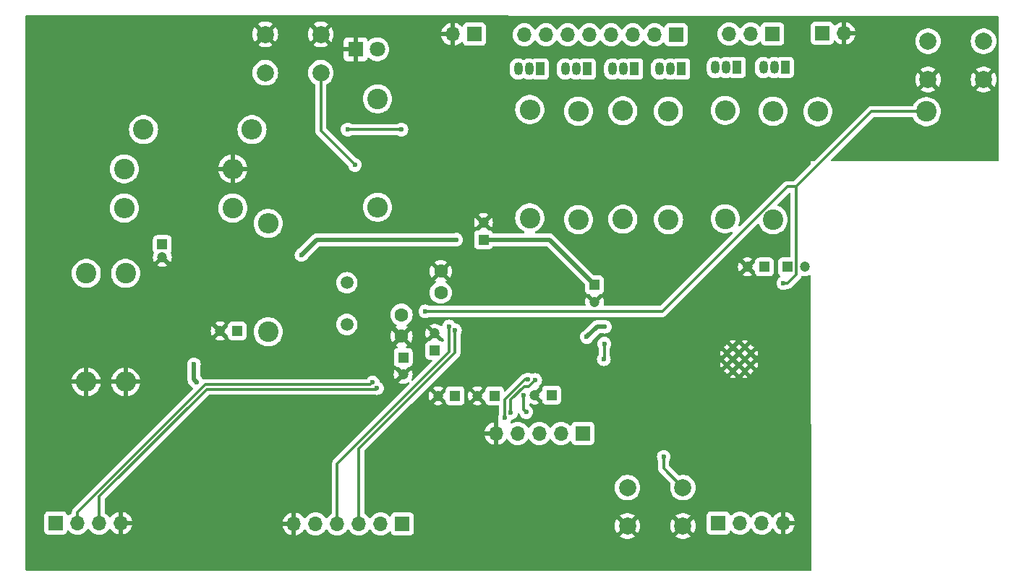
<source format=gbr>
%TF.GenerationSoftware,KiCad,Pcbnew,8.0.3*%
%TF.CreationDate,2025-10-30T11:00:03+03:00*%
%TF.ProjectId,yandex-rover,79616e64-6578-42d7-926f-7665722e6b69,rev?*%
%TF.SameCoordinates,Original*%
%TF.FileFunction,Copper,L2,Bot*%
%TF.FilePolarity,Positive*%
%FSLAX46Y46*%
G04 Gerber Fmt 4.6, Leading zero omitted, Abs format (unit mm)*
G04 Created by KiCad (PCBNEW 8.0.3) date 2025-10-30 11:00:03*
%MOMM*%
%LPD*%
G01*
G04 APERTURE LIST*
%TA.AperFunction,ComponentPad*%
%ADD10C,2.400000*%
%TD*%
%TA.AperFunction,ComponentPad*%
%ADD11O,2.400000X2.400000*%
%TD*%
%TA.AperFunction,ComponentPad*%
%ADD12R,1.800000X1.800000*%
%TD*%
%TA.AperFunction,ComponentPad*%
%ADD13C,1.800000*%
%TD*%
%TA.AperFunction,ComponentPad*%
%ADD14R,1.700000X1.700000*%
%TD*%
%TA.AperFunction,ComponentPad*%
%ADD15O,1.700000X1.700000*%
%TD*%
%TA.AperFunction,ComponentPad*%
%ADD16C,1.200000*%
%TD*%
%TA.AperFunction,ComponentPad*%
%ADD17R,1.200000X1.200000*%
%TD*%
%TA.AperFunction,ComponentPad*%
%ADD18C,2.000000*%
%TD*%
%TA.AperFunction,ComponentPad*%
%ADD19R,1.050000X1.500000*%
%TD*%
%TA.AperFunction,ComponentPad*%
%ADD20O,1.050000X1.500000*%
%TD*%
%TA.AperFunction,ComponentPad*%
%ADD21C,1.600000*%
%TD*%
%TA.AperFunction,HeatsinkPad*%
%ADD22C,0.600000*%
%TD*%
%TA.AperFunction,ComponentPad*%
%ADD23C,1.500000*%
%TD*%
%TA.AperFunction,ViaPad*%
%ADD24C,0.600000*%
%TD*%
%TA.AperFunction,Conductor*%
%ADD25C,0.300000*%
%TD*%
%TA.AperFunction,Conductor*%
%ADD26C,0.500000*%
%TD*%
G04 APERTURE END LIST*
D10*
%TO.P,R14,1*%
%TO.N,Net-(D1-A)*%
X143200000Y-39700000D03*
D11*
%TO.P,R14,2*%
%TO.N,unconnected-(R14-Pad2)*%
X143200000Y-52400000D03*
%TD*%
D12*
%TO.P,D1,1,K*%
%TO.N,GND*%
X140625000Y-33900000D03*
D13*
%TO.P,D1,2,A*%
%TO.N,Net-(D1-A)*%
X143165000Y-33900000D03*
%TD*%
D14*
%TO.P,J9,1,Pin_1*%
%TO.N,/Speaker*%
X154550000Y-32125000D03*
D15*
%TO.P,J9,2,Pin_2*%
%TO.N,GND*%
X152010000Y-32125000D03*
%TD*%
D10*
%TO.P,R13,1*%
%TO.N,+3.3V*%
X130400000Y-67000000D03*
D11*
%TO.P,R13,2*%
%TO.N,Net-(U3-ADJ)*%
X130400000Y-54300000D03*
%TD*%
D14*
%TO.P,J8,1,Pin_1*%
%TO.N,+3.3V*%
X195260000Y-32000000D03*
D15*
%TO.P,J8,2,Pin_2*%
%TO.N,GND*%
X197800000Y-32000000D03*
%TD*%
D14*
%TO.P,J1,1,Pin_1*%
%TO.N,+3.3V*%
X183100000Y-89400000D03*
D15*
%TO.P,J1,2,Pin_2*%
%TO.N,/USART1_TX*%
X185640000Y-89400000D03*
%TO.P,J1,3,Pin_3*%
%TO.N,/USART1_RX*%
X188180000Y-89400000D03*
%TO.P,J1,4,Pin_4*%
%TO.N,GND*%
X190720000Y-89400000D03*
%TD*%
D16*
%TO.P,C6,2*%
%TO.N,GND*%
X154900000Y-74500000D03*
D17*
%TO.P,C6,1*%
%TO.N,+3.3V*%
X156900000Y-74500000D03*
%TD*%
D18*
%TO.P,SW3,1,1*%
%TO.N,GND*%
X130050000Y-32150000D03*
X136550000Y-32150000D03*
%TO.P,SW3,2,2*%
%TO.N,Net-(U2-PC13)*%
X130050000Y-36650000D03*
X136550000Y-36650000D03*
%TD*%
D14*
%TO.P,J2,1,Pin_1*%
%TO.N,+3.3V*%
X105520000Y-89400000D03*
D15*
%TO.P,J2,2,Pin_2*%
%TO.N,/USART2_TX*%
X108060000Y-89400000D03*
%TO.P,J2,3,Pin_3*%
%TO.N,/USART2_RX*%
X110600000Y-89400000D03*
%TO.P,J2,4,Pin_4*%
%TO.N,GND*%
X113140000Y-89400000D03*
%TD*%
D19*
%TO.P,Q2,1,C*%
%TO.N,/Backward_1*%
X173260000Y-36200000D03*
D20*
%TO.P,Q2,2,B*%
%TO.N,Net-(Q2-B)*%
X171990000Y-36200000D03*
%TO.P,Q2,3,E*%
%TO.N,/Backward_2*%
X170720000Y-36200000D03*
%TD*%
D18*
%TO.P,SW1,1,1*%
%TO.N,GND*%
X214150000Y-37450000D03*
X207650000Y-37450000D03*
%TO.P,SW1,2,2*%
%TO.N,Net-(U1-~{MR})*%
X214150000Y-32950000D03*
X207650000Y-32950000D03*
%TD*%
D19*
%TO.P,Q3,1,C*%
%TO.N,/Right_1*%
X167720000Y-36200000D03*
D20*
%TO.P,Q3,2,B*%
%TO.N,Net-(Q3-B)*%
X166450000Y-36200000D03*
%TO.P,Q3,3,E*%
%TO.N,/Right_2*%
X165180000Y-36200000D03*
%TD*%
D10*
%TO.P,R5,1*%
%TO.N,/Rover Right*%
X166720000Y-53850000D03*
D11*
%TO.P,R5,2*%
%TO.N,Net-(Q3-B)*%
X166720000Y-41150000D03*
%TD*%
D21*
%TO.P,C3,1*%
%TO.N,Net-(U2-PH0)*%
X150600000Y-62400000D03*
%TO.P,C3,2*%
%TO.N,GND*%
X150600000Y-59900000D03*
%TD*%
D19*
%TO.P,Q4,1,C*%
%TO.N,/Left_1*%
X162220000Y-36200000D03*
D20*
%TO.P,Q4,2,B*%
%TO.N,Net-(Q4-B)*%
X160950000Y-36200000D03*
%TO.P,Q4,3,E*%
%TO.N,/Left_2*%
X159680000Y-36200000D03*
%TD*%
D10*
%TO.P,R11,1*%
%TO.N,Net-(U3-ADJ)*%
X126250000Y-52500000D03*
D11*
%TO.P,R11,2*%
%TO.N,Net-(R11-Pad2)*%
X113550000Y-52500000D03*
%TD*%
D10*
%TO.P,R4,1*%
%TO.N,/Rover Backward*%
X171920000Y-53800000D03*
D11*
%TO.P,R4,2*%
%TO.N,Net-(Q2-B)*%
X171920000Y-41100000D03*
%TD*%
D17*
%TO.P,C12,1*%
%TO.N,+3.3V*%
X188500000Y-59400000D03*
D16*
%TO.P,C12,2*%
%TO.N,GND*%
X186500000Y-59400000D03*
%TD*%
D17*
%TO.P,C9,1*%
%TO.N,+3.3V*%
X155600000Y-56200000D03*
D16*
%TO.P,C9,2*%
%TO.N,GND*%
X155600000Y-54200000D03*
%TD*%
D14*
%TO.P,J3,1,Pin_1*%
%TO.N,/SD CS*%
X146100000Y-89500000D03*
D15*
%TO.P,J3,2,Pin_2*%
%TO.N,/SD SCK*%
X143560000Y-89500000D03*
%TO.P,J3,3,Pin_3*%
%TO.N,/SD MOSI*%
X141020000Y-89500000D03*
%TO.P,J3,4,Pin_4*%
%TO.N,/SD MISO*%
X138480000Y-89500000D03*
%TO.P,J3,5,Pin_5*%
%TO.N,+5V*%
X135940000Y-89500000D03*
%TO.P,J3,6,Pin_6*%
%TO.N,GND*%
X133400000Y-89500000D03*
%TD*%
D17*
%TO.P,C7,1*%
%TO.N,+3.3V*%
X163572600Y-74400000D03*
D16*
%TO.P,C7,2*%
%TO.N,GND*%
X161572600Y-74400000D03*
%TD*%
D19*
%TO.P,Q6,1,C*%
%TO.N,/Open_Close*%
X185285000Y-36025000D03*
D20*
%TO.P,Q6,2,B*%
%TO.N,Net-(Q6-B)*%
X184015000Y-36025000D03*
%TO.P,Q6,3,E*%
%TO.N,/Close_1*%
X182745000Y-36025000D03*
%TD*%
D10*
%TO.P,R12,1*%
%TO.N,Net-(R11-Pad2)*%
X113550000Y-47900000D03*
D11*
%TO.P,R12,2*%
%TO.N,GND*%
X126250000Y-47900000D03*
%TD*%
D10*
%TO.P,R7,1*%
%TO.N,/Rover Open*%
X189500000Y-53850000D03*
D11*
%TO.P,R7,2*%
%TO.N,Net-(Q5-B)*%
X189500000Y-41150000D03*
%TD*%
D22*
%TO.P,U4,41,GND*%
%TO.N,GND*%
X186200000Y-68800000D03*
X184800000Y-68800000D03*
X186900000Y-69500000D03*
X185500000Y-69500000D03*
X184100000Y-69500000D03*
X186200000Y-70200000D03*
X184800000Y-70200000D03*
X186900000Y-70900000D03*
X185500000Y-70900000D03*
X184100000Y-70900000D03*
X186200000Y-71600000D03*
X184800000Y-71600000D03*
%TD*%
D11*
%TO.P,R2,2*%
%TO.N,/BOOT STM32*%
X128500000Y-43300000D03*
D10*
%TO.P,R2,1*%
%TO.N,Net-(SW2-B)*%
X115800000Y-43300000D03*
%TD*%
D14*
%TO.P,J5,1,Pin_1*%
%TO.N,/Forward_1*%
X178160000Y-32200000D03*
D15*
%TO.P,J5,2,Pin_2*%
%TO.N,/Forward_2*%
X175620000Y-32200000D03*
%TO.P,J5,3,Pin_3*%
%TO.N,/Backward_1*%
X173080000Y-32200000D03*
%TO.P,J5,4,Pin_4*%
%TO.N,/Backward_2*%
X170540000Y-32200000D03*
%TO.P,J5,5,Pin_5*%
%TO.N,/Right_1*%
X168000000Y-32200000D03*
%TO.P,J5,6,Pin_6*%
%TO.N,/Right_2*%
X165460000Y-32200000D03*
%TO.P,J5,7,Pin_7*%
%TO.N,/Left_1*%
X162920000Y-32200000D03*
%TO.P,J5,8,Pin_8*%
%TO.N,/Left_2*%
X160380000Y-32200000D03*
%TD*%
D19*
%TO.P,Q5,1,C*%
%TO.N,/Open_1*%
X190915000Y-36025000D03*
D20*
%TO.P,Q5,2,B*%
%TO.N,Net-(Q5-B)*%
X189645000Y-36025000D03*
%TO.P,Q5,3,E*%
%TO.N,/Open_Close*%
X188375000Y-36025000D03*
%TD*%
D10*
%TO.P,R3,1*%
%TO.N,/Rover Forward*%
X177260000Y-53850000D03*
D11*
%TO.P,R3,2*%
%TO.N,Net-(Q1-B)*%
X177260000Y-41150000D03*
%TD*%
D10*
%TO.P,R8,1*%
%TO.N,/Rover Close*%
X183900000Y-53750000D03*
D11*
%TO.P,R8,2*%
%TO.N,Net-(Q6-B)*%
X183900000Y-41050000D03*
%TD*%
D10*
%TO.P,R10,1*%
%TO.N,Net-(J7-D+)*%
X113700000Y-60150000D03*
D11*
%TO.P,R10,2*%
%TO.N,GND*%
X113700000Y-72850000D03*
%TD*%
D21*
%TO.P,C4,1*%
%TO.N,Net-(U2-PH1)*%
X146000000Y-65000000D03*
%TO.P,C4,2*%
%TO.N,GND*%
X146000000Y-67500000D03*
%TD*%
D17*
%TO.P,C13,1*%
%TO.N,+3.3V*%
X191200000Y-59400000D03*
D16*
%TO.P,C13,2*%
%TO.N,GND*%
X193200000Y-59400000D03*
%TD*%
D17*
%TO.P,C1,1*%
%TO.N,+3.3V*%
X146200000Y-70000000D03*
D16*
%TO.P,C1,2*%
%TO.N,GND*%
X146200000Y-72000000D03*
%TD*%
D17*
%TO.P,C11,1*%
%TO.N,+3.3V*%
X126772600Y-66900000D03*
D16*
%TO.P,C11,2*%
%TO.N,GND*%
X124772600Y-66900000D03*
%TD*%
D17*
%TO.P,C2,1*%
%TO.N,+3.3V*%
X149900000Y-69172600D03*
D16*
%TO.P,C2,2*%
%TO.N,GND*%
X149900000Y-67172600D03*
%TD*%
D23*
%TO.P,Y1,1,1*%
%TO.N,Net-(U2-PH0)*%
X139600000Y-61250000D03*
%TO.P,Y1,2,2*%
%TO.N,Net-(U2-PH1)*%
X139600000Y-66130000D03*
%TD*%
D17*
%TO.P,C5,1*%
%TO.N,+3.3V*%
X152272600Y-74500000D03*
D16*
%TO.P,C5,2*%
%TO.N,GND*%
X150272600Y-74500000D03*
%TD*%
D14*
%TO.P,J6,1,Pin_1*%
%TO.N,/Open_1*%
X189440000Y-32100000D03*
D15*
%TO.P,J6,2,Pin_2*%
%TO.N,/Open_Close*%
X186900000Y-32100000D03*
%TO.P,J6,3,Pin_3*%
%TO.N,/Close_1*%
X184360000Y-32100000D03*
%TD*%
D10*
%TO.P,R1,1*%
%TO.N,/Reset*%
X207450000Y-41200000D03*
D11*
%TO.P,R1,2*%
%TO.N,+3.3V*%
X194750000Y-41200000D03*
%TD*%
D10*
%TO.P,R9,1*%
%TO.N,Net-(J7-D-)*%
X109100000Y-60150000D03*
D11*
%TO.P,R9,2*%
%TO.N,GND*%
X109100000Y-72850000D03*
%TD*%
D10*
%TO.P,R6,1*%
%TO.N,/Rover Left*%
X161020000Y-53650000D03*
D11*
%TO.P,R6,2*%
%TO.N,Net-(Q4-B)*%
X161020000Y-40950000D03*
%TD*%
D17*
%TO.P,C8,1*%
%TO.N,+3.3V*%
X168600000Y-61500000D03*
D16*
%TO.P,C8,2*%
%TO.N,GND*%
X168600000Y-63500000D03*
%TD*%
D17*
%TO.P,C10,1*%
%TO.N,+5V*%
X118000000Y-56777401D03*
D16*
%TO.P,C10,2*%
%TO.N,GND*%
X118000000Y-58277401D03*
%TD*%
D19*
%TO.P,Q1,1,C*%
%TO.N,/Forward_1*%
X178760000Y-36200000D03*
D20*
%TO.P,Q1,2,B*%
%TO.N,Net-(Q1-B)*%
X177490000Y-36200000D03*
%TO.P,Q1,3,E*%
%TO.N,/Forward_2*%
X176220000Y-36200000D03*
%TD*%
D18*
%TO.P,SW4,1,1*%
%TO.N,GND*%
X178950000Y-89750000D03*
X172450000Y-89750000D03*
%TO.P,SW4,2,2*%
%TO.N,/BOOT ESP32*%
X178950000Y-85250000D03*
X172450000Y-85250000D03*
%TD*%
D14*
%TO.P,J4,1,Pin_1*%
%TO.N,unconnected-(J4-Pin_1-Pad1)*%
X167220000Y-78900000D03*
D15*
%TO.P,J4,2,Pin_2*%
%TO.N,/audio*%
X164680000Y-78900000D03*
%TO.P,J4,3,Pin_3*%
%TO.N,unconnected-(J4-Pin_3-Pad3)*%
X162140000Y-78900000D03*
%TO.P,J4,4,Pin_4*%
%TO.N,+3.3V*%
X159600000Y-78900000D03*
%TO.P,J4,5,Pin_5*%
%TO.N,GND*%
X157060000Y-78900000D03*
%TD*%
D24*
%TO.N,Net-(U2-PC13)*%
X140550000Y-47450000D03*
%TO.N,/BOOT STM32*%
X146000000Y-43300000D03*
X139700000Y-43300000D03*
%TO.N,+3.3V*%
X152400000Y-56200000D03*
X134300000Y-58000000D03*
X167700000Y-67600000D03*
X169800000Y-66400000D03*
%TO.N,GND*%
X203000000Y-38100000D03*
X193200000Y-82000000D03*
X193200000Y-61400000D03*
X106500000Y-58112500D03*
X106500000Y-63100000D03*
X112900000Y-42300000D03*
%TO.N,+5V*%
X121700000Y-70800000D03*
X122000000Y-72900000D03*
%TO.N,/USART1_RX*%
X169750000Y-68400000D03*
X169690380Y-70209620D03*
%TO.N,/USART2_TX*%
X142630760Y-72950000D03*
%TO.N,/USART2_RX*%
X143129170Y-73600000D03*
%TO.N,/SD MOSI*%
X152250000Y-66800000D03*
%TO.N,/SD MISO*%
X151568671Y-66380721D03*
%TO.N,/SD CS*%
X158100000Y-77100000D03*
X160800000Y-72580762D03*
%TO.N,/SD SCK*%
X161650000Y-72650000D03*
X158800000Y-76500000D03*
%TO.N,/audio*%
X160300000Y-74400000D03*
X160600000Y-76400000D03*
%TO.N,/Reset*%
X190700000Y-61300000D03*
X148800000Y-64600000D03*
%TO.N,/BOOT ESP32*%
X176700000Y-81650000D03*
%TD*%
D25*
%TO.N,Net-(U2-PC13)*%
X136550000Y-43450000D02*
X136550000Y-36650000D01*
X140550000Y-47450000D02*
X136550000Y-43450000D01*
D26*
%TO.N,+3.3V*%
X136100000Y-56200000D02*
X134300000Y-58000000D01*
X152400000Y-56200000D02*
X136100000Y-56200000D01*
D25*
%TO.N,/BOOT STM32*%
X139700000Y-43300000D02*
X146000000Y-43300000D01*
%TO.N,/USART2_TX*%
X108060000Y-88140000D02*
X108060000Y-89400000D01*
X123000000Y-73200000D02*
X108060000Y-88140000D01*
X142380760Y-73200000D02*
X123000000Y-73200000D01*
X142630760Y-72950000D02*
X142380760Y-73200000D01*
%TO.N,/SD MISO*%
X138480000Y-82492600D02*
X138480000Y-89500000D01*
X151600000Y-66412050D02*
X151600000Y-69372600D01*
X151568671Y-66380721D02*
X151600000Y-66412050D01*
X151600000Y-69372600D02*
X138480000Y-82492600D01*
%TO.N,/SD MOSI*%
X141020000Y-80659706D02*
X141020000Y-89500000D01*
X152250000Y-66800000D02*
X152250000Y-69429706D01*
X152250000Y-69429706D02*
X141020000Y-80659706D01*
%TO.N,/Reset*%
X191160100Y-49997868D02*
X192200000Y-49997868D01*
X148800000Y-64600000D02*
X176557968Y-64600000D01*
X176557968Y-64600000D02*
X191160100Y-49997868D01*
D26*
%TO.N,+3.3V*%
X163300000Y-56200000D02*
X168600000Y-61500000D01*
X168900000Y-66400000D02*
X167700000Y-67600000D01*
X169800000Y-66400000D02*
X168900000Y-66400000D01*
X155600000Y-56200000D02*
X163300000Y-56200000D01*
%TO.N,+5V*%
X121700000Y-70800000D02*
X121700000Y-72600000D01*
X121700000Y-72600000D02*
X122000000Y-72900000D01*
D25*
%TO.N,/USART1_RX*%
X169750000Y-68400000D02*
X169750000Y-70150000D01*
X169750000Y-70150000D02*
X169690380Y-70209620D01*
%TO.N,/USART2_RX*%
X143129170Y-73600000D02*
X142988790Y-73740380D01*
X123166726Y-73740380D02*
X110600000Y-86307106D01*
X110600000Y-86307106D02*
X110600000Y-89400000D01*
X142988790Y-73740380D02*
X123166726Y-73740380D01*
%TO.N,/SD CS*%
X160492893Y-72580762D02*
X160800000Y-72580762D01*
X158100000Y-77100000D02*
X158100000Y-74973655D01*
X158100000Y-74973655D02*
X160492893Y-72580762D01*
%TO.N,/SD SCK*%
X158800000Y-76500000D02*
X158800000Y-74980761D01*
X160900000Y-73400000D02*
X161650000Y-72650000D01*
X160380761Y-73400000D02*
X160900000Y-73400000D01*
X158800000Y-74980761D02*
X160380761Y-73400000D01*
%TO.N,/audio*%
X160600000Y-76400000D02*
X160300000Y-76100000D01*
X160300000Y-76100000D02*
X160300000Y-74400000D01*
%TO.N,/Reset*%
X191200000Y-61300000D02*
X192200000Y-60300000D01*
X200997868Y-41200000D02*
X207450000Y-41200000D01*
X192200000Y-49997868D02*
X200997868Y-41200000D01*
X192200000Y-60300000D02*
X192200000Y-49997868D01*
X190700000Y-61300000D02*
X191200000Y-61300000D01*
%TO.N,/BOOT ESP32*%
X176700000Y-83000000D02*
X178950000Y-85250000D01*
X176700000Y-81650000D02*
X176700000Y-83000000D01*
%TD*%
%TA.AperFunction,Conductor*%
%TO.N,GND*%
G36*
X215775612Y-29999803D02*
G01*
X215842631Y-30019545D01*
X215888340Y-30072390D01*
X215899500Y-30123802D01*
X215899500Y-32894872D01*
X215882467Y-32952877D01*
X215896956Y-32980136D01*
X215899500Y-33005127D01*
X215899500Y-37400930D01*
X215884759Y-37451130D01*
X215896956Y-37474078D01*
X215899500Y-37499069D01*
X215899500Y-46876000D01*
X215879815Y-46943039D01*
X215827011Y-46988794D01*
X215775500Y-47000000D01*
X196417176Y-47000000D01*
X196350137Y-46980315D01*
X196304382Y-46927511D01*
X196294438Y-46858353D01*
X196323463Y-46794797D01*
X196329495Y-46788319D01*
X201230995Y-41886819D01*
X201292318Y-41853334D01*
X201318676Y-41850500D01*
X205793983Y-41850500D01*
X205861022Y-41870185D01*
X205906777Y-41922989D01*
X205909411Y-41929198D01*
X205913604Y-41939882D01*
X205913607Y-41939888D01*
X206041041Y-42160612D01*
X206199950Y-42359877D01*
X206386783Y-42533232D01*
X206597366Y-42676805D01*
X206597371Y-42676807D01*
X206597372Y-42676808D01*
X206597373Y-42676809D01*
X206671508Y-42712510D01*
X206826992Y-42787387D01*
X206826993Y-42787387D01*
X206826996Y-42787389D01*
X207070542Y-42862513D01*
X207322565Y-42900500D01*
X207577435Y-42900500D01*
X207829458Y-42862513D01*
X208073004Y-42787389D01*
X208302634Y-42676805D01*
X208513217Y-42533232D01*
X208700050Y-42359877D01*
X208858959Y-42160612D01*
X208986393Y-41939888D01*
X209079508Y-41702637D01*
X209136222Y-41454157D01*
X209148719Y-41287389D01*
X209155268Y-41200004D01*
X209155268Y-41199995D01*
X209136534Y-40950004D01*
X209136222Y-40945843D01*
X209079508Y-40697363D01*
X208986393Y-40460112D01*
X208858959Y-40239388D01*
X208700050Y-40040123D01*
X208513217Y-39866768D01*
X208302634Y-39723195D01*
X208302630Y-39723193D01*
X208302627Y-39723191D01*
X208302626Y-39723190D01*
X208073006Y-39612612D01*
X208073008Y-39612612D01*
X207829466Y-39537489D01*
X207829462Y-39537488D01*
X207829458Y-39537487D01*
X207708231Y-39519214D01*
X207577440Y-39499500D01*
X207577435Y-39499500D01*
X207322565Y-39499500D01*
X207322559Y-39499500D01*
X207165609Y-39523157D01*
X207070542Y-39537487D01*
X207070539Y-39537488D01*
X207070533Y-39537489D01*
X206826992Y-39612612D01*
X206597373Y-39723190D01*
X206597372Y-39723191D01*
X206386782Y-39866768D01*
X206199952Y-40040121D01*
X206199950Y-40040123D01*
X206041041Y-40239388D01*
X205913608Y-40460109D01*
X205913604Y-40460117D01*
X205909411Y-40470802D01*
X205866595Y-40526016D01*
X205800725Y-40549317D01*
X205793983Y-40549500D01*
X200933797Y-40549500D01*
X200814594Y-40573212D01*
X200808124Y-40574499D01*
X200808123Y-40574499D01*
X200689738Y-40623535D01*
X200583199Y-40694722D01*
X200583192Y-40694728D01*
X194314241Y-46963681D01*
X194252918Y-46997166D01*
X194226560Y-47000000D01*
X193900000Y-47000000D01*
X193900677Y-47325623D01*
X193881132Y-47392703D01*
X193864358Y-47413562D01*
X191966873Y-49311049D01*
X191905550Y-49344534D01*
X191879192Y-49347368D01*
X191096029Y-49347368D01*
X190970361Y-49372365D01*
X190970355Y-49372367D01*
X190851974Y-49421402D01*
X190745426Y-49492594D01*
X185655233Y-54582787D01*
X185593910Y-54616272D01*
X185524218Y-54611288D01*
X185468285Y-54569416D01*
X185443868Y-54503952D01*
X185452123Y-54449808D01*
X185529508Y-54252637D01*
X185586222Y-54004157D01*
X185595765Y-53876808D01*
X185605268Y-53750004D01*
X185605268Y-53749995D01*
X185591021Y-53559877D01*
X185586222Y-53495843D01*
X185529508Y-53247363D01*
X185436393Y-53010112D01*
X185308959Y-52789388D01*
X185150050Y-52590123D01*
X184963217Y-52416768D01*
X184752634Y-52273195D01*
X184752630Y-52273193D01*
X184752627Y-52273191D01*
X184752626Y-52273190D01*
X184523006Y-52162612D01*
X184523008Y-52162612D01*
X184279466Y-52087489D01*
X184279462Y-52087488D01*
X184279458Y-52087487D01*
X184158231Y-52069214D01*
X184027440Y-52049500D01*
X184027435Y-52049500D01*
X183772565Y-52049500D01*
X183772559Y-52049500D01*
X183615609Y-52073157D01*
X183520542Y-52087487D01*
X183520539Y-52087488D01*
X183520533Y-52087489D01*
X183276992Y-52162612D01*
X183047373Y-52273190D01*
X183047372Y-52273191D01*
X182836782Y-52416768D01*
X182649952Y-52590121D01*
X182649950Y-52590123D01*
X182491041Y-52789388D01*
X182363608Y-53010109D01*
X182270492Y-53247362D01*
X182270490Y-53247369D01*
X182213777Y-53495845D01*
X182194732Y-53749995D01*
X182194732Y-53750004D01*
X182213777Y-54004154D01*
X182267492Y-54239496D01*
X182270492Y-54252637D01*
X182363607Y-54489888D01*
X182491041Y-54710612D01*
X182649950Y-54909877D01*
X182836783Y-55083232D01*
X183047366Y-55226805D01*
X183047371Y-55226807D01*
X183047372Y-55226808D01*
X183047373Y-55226809D01*
X183151192Y-55276805D01*
X183276992Y-55337387D01*
X183276993Y-55337387D01*
X183276996Y-55337389D01*
X183520542Y-55412513D01*
X183772565Y-55450500D01*
X184027435Y-55450500D01*
X184279458Y-55412513D01*
X184523004Y-55337389D01*
X184593886Y-55303254D01*
X184662821Y-55291903D01*
X184726956Y-55319624D01*
X184765922Y-55377619D01*
X184767348Y-55447474D01*
X184735364Y-55502656D01*
X176324841Y-63913181D01*
X176263518Y-63946666D01*
X176237160Y-63949500D01*
X169779967Y-63949500D01*
X169712928Y-63929815D01*
X169667173Y-63877011D01*
X169657229Y-63807853D01*
X169660701Y-63791566D01*
X169685902Y-63702991D01*
X169685903Y-63702989D01*
X169704713Y-63500000D01*
X169704713Y-63499999D01*
X169685903Y-63297010D01*
X169685902Y-63297007D01*
X169630116Y-63100936D01*
X169630113Y-63100930D01*
X169539249Y-62918449D01*
X169539247Y-62918447D01*
X169537465Y-62916087D01*
X168894855Y-63558696D01*
X168900000Y-63539496D01*
X168900000Y-63460504D01*
X168879556Y-63384204D01*
X168840060Y-63315795D01*
X168784205Y-63259940D01*
X168715796Y-63220444D01*
X168639496Y-63200000D01*
X168560504Y-63200000D01*
X168484204Y-63220444D01*
X168415795Y-63259940D01*
X168359940Y-63315795D01*
X168320444Y-63384204D01*
X168300000Y-63460504D01*
X168300000Y-63539496D01*
X168305145Y-63558699D01*
X167662533Y-62916087D01*
X167660755Y-62918442D01*
X167660754Y-62918443D01*
X167569886Y-63100930D01*
X167569883Y-63100936D01*
X167514097Y-63297007D01*
X167514096Y-63297010D01*
X167495287Y-63499999D01*
X167495287Y-63500000D01*
X167514096Y-63702989D01*
X167514097Y-63702991D01*
X167539299Y-63791566D01*
X167538713Y-63861433D01*
X167500446Y-63919892D01*
X167436649Y-63948382D01*
X167420033Y-63949500D01*
X150650768Y-63949500D01*
X150598332Y-63934102D01*
X150573664Y-63947069D01*
X150549232Y-63949500D01*
X149305068Y-63949500D01*
X149239096Y-63930494D01*
X149149522Y-63874210D01*
X149149518Y-63874209D01*
X148979262Y-63814633D01*
X148979249Y-63814630D01*
X148800004Y-63794435D01*
X148799996Y-63794435D01*
X148620750Y-63814630D01*
X148620745Y-63814631D01*
X148450476Y-63874211D01*
X148297737Y-63970184D01*
X148170184Y-64097737D01*
X148074211Y-64250476D01*
X148014631Y-64420745D01*
X148014630Y-64420750D01*
X147994435Y-64599996D01*
X147994435Y-64600003D01*
X148014630Y-64779249D01*
X148014631Y-64779254D01*
X148074211Y-64949523D01*
X148105927Y-64999998D01*
X148170184Y-65102262D01*
X148297738Y-65229816D01*
X148360904Y-65269506D01*
X148446236Y-65323124D01*
X148450478Y-65325789D01*
X148483915Y-65337489D01*
X148620745Y-65385368D01*
X148620750Y-65385369D01*
X148799996Y-65405565D01*
X148800000Y-65405565D01*
X148800004Y-65405565D01*
X148979249Y-65385369D01*
X148979251Y-65385368D01*
X148979255Y-65385368D01*
X148979258Y-65385366D01*
X148979262Y-65385366D01*
X149116088Y-65337488D01*
X149149522Y-65325789D01*
X149239096Y-65269505D01*
X149305068Y-65250500D01*
X176622039Y-65250500D01*
X176706583Y-65233682D01*
X176747712Y-65225501D01*
X176866095Y-65176465D01*
X176878161Y-65168403D01*
X176878164Y-65168401D01*
X176925399Y-65136839D01*
X176972637Y-65105277D01*
X181743673Y-60334240D01*
X185919311Y-60334240D01*
X186007585Y-60388897D01*
X186197678Y-60462539D01*
X186398072Y-60500000D01*
X186601928Y-60500000D01*
X186802322Y-60462539D01*
X186992412Y-60388899D01*
X186992416Y-60388897D01*
X187080686Y-60334241D01*
X187080686Y-60334240D01*
X186500001Y-59753553D01*
X186500000Y-59753553D01*
X185919311Y-60334240D01*
X181743673Y-60334240D01*
X182677914Y-59399999D01*
X185395287Y-59399999D01*
X185395287Y-59400000D01*
X185414096Y-59602989D01*
X185414097Y-59602992D01*
X185469883Y-59799063D01*
X185469886Y-59799069D01*
X185560751Y-59981551D01*
X185562533Y-59983911D01*
X186146446Y-59400000D01*
X186146446Y-59399999D01*
X186106951Y-59360504D01*
X186200000Y-59360504D01*
X186200000Y-59439496D01*
X186220444Y-59515796D01*
X186259940Y-59584205D01*
X186315795Y-59640060D01*
X186384204Y-59679556D01*
X186460504Y-59700000D01*
X186539496Y-59700000D01*
X186615796Y-59679556D01*
X186684205Y-59640060D01*
X186740060Y-59584205D01*
X186779556Y-59515796D01*
X186800000Y-59439496D01*
X186800000Y-59400000D01*
X186853553Y-59400000D01*
X187363181Y-59909628D01*
X187396666Y-59970951D01*
X187399500Y-59997307D01*
X187399500Y-60047869D01*
X187399501Y-60047876D01*
X187405908Y-60107483D01*
X187456202Y-60242328D01*
X187456206Y-60242335D01*
X187542452Y-60357544D01*
X187542455Y-60357547D01*
X187657664Y-60443793D01*
X187657671Y-60443797D01*
X187792517Y-60494091D01*
X187792516Y-60494091D01*
X187799444Y-60494835D01*
X187852127Y-60500500D01*
X189147872Y-60500499D01*
X189207483Y-60494091D01*
X189342331Y-60443796D01*
X189457546Y-60357546D01*
X189543796Y-60242331D01*
X189594091Y-60107483D01*
X189600500Y-60047873D01*
X189600499Y-58752128D01*
X189594091Y-58692517D01*
X189587085Y-58673734D01*
X189543797Y-58557671D01*
X189543793Y-58557664D01*
X189457547Y-58442455D01*
X189457544Y-58442452D01*
X189342335Y-58356206D01*
X189342328Y-58356202D01*
X189207482Y-58305908D01*
X189207483Y-58305908D01*
X189147883Y-58299501D01*
X189147881Y-58299500D01*
X189147873Y-58299500D01*
X189147864Y-58299500D01*
X187852129Y-58299500D01*
X187852123Y-58299501D01*
X187792516Y-58305908D01*
X187657671Y-58356202D01*
X187657664Y-58356206D01*
X187542455Y-58442452D01*
X187542452Y-58442455D01*
X187456206Y-58557664D01*
X187456202Y-58557671D01*
X187405908Y-58692517D01*
X187399501Y-58752116D01*
X187399501Y-58752123D01*
X187399500Y-58752135D01*
X187399500Y-58802691D01*
X187379815Y-58869730D01*
X187363181Y-58890372D01*
X186853553Y-59400000D01*
X186800000Y-59400000D01*
X186800000Y-59360504D01*
X186779556Y-59284204D01*
X186740060Y-59215795D01*
X186684205Y-59159940D01*
X186615796Y-59120444D01*
X186539496Y-59100000D01*
X186460504Y-59100000D01*
X186384204Y-59120444D01*
X186315795Y-59159940D01*
X186259940Y-59215795D01*
X186220444Y-59284204D01*
X186200000Y-59360504D01*
X186106951Y-59360504D01*
X185562533Y-58816087D01*
X185560755Y-58818442D01*
X185560754Y-58818443D01*
X185469886Y-59000930D01*
X185469883Y-59000936D01*
X185414097Y-59197007D01*
X185414096Y-59197010D01*
X185395287Y-59399999D01*
X182677914Y-59399999D01*
X183612155Y-58465758D01*
X185919311Y-58465758D01*
X186500000Y-59046446D01*
X186500001Y-59046446D01*
X187080687Y-58465758D01*
X186992413Y-58411101D01*
X186992411Y-58411100D01*
X186802321Y-58337460D01*
X186601928Y-58300000D01*
X186398072Y-58300000D01*
X186197678Y-58337460D01*
X186007588Y-58411100D01*
X186007581Y-58411104D01*
X185919312Y-58465757D01*
X185919311Y-58465758D01*
X183612155Y-58465758D01*
X187695646Y-54382266D01*
X187756967Y-54348783D01*
X187826659Y-54353767D01*
X187882592Y-54395639D01*
X187898753Y-54424646D01*
X187924360Y-54489890D01*
X187949583Y-54554157D01*
X187963608Y-54589890D01*
X187975571Y-54610611D01*
X188091041Y-54810612D01*
X188249950Y-55009877D01*
X188436783Y-55183232D01*
X188647366Y-55326805D01*
X188647371Y-55326807D01*
X188647372Y-55326808D01*
X188647373Y-55326809D01*
X188734634Y-55368831D01*
X188876992Y-55437387D01*
X188876993Y-55437387D01*
X188876996Y-55437389D01*
X189120542Y-55512513D01*
X189372565Y-55550500D01*
X189627435Y-55550500D01*
X189879458Y-55512513D01*
X190123004Y-55437389D01*
X190330660Y-55337387D01*
X190352626Y-55326809D01*
X190352626Y-55326808D01*
X190352634Y-55326805D01*
X190563217Y-55183232D01*
X190750050Y-55009877D01*
X190908959Y-54810612D01*
X191036393Y-54589888D01*
X191129508Y-54352637D01*
X191186222Y-54104157D01*
X191195765Y-53976808D01*
X191205268Y-53850004D01*
X191205268Y-53849995D01*
X191191021Y-53659877D01*
X191186222Y-53595843D01*
X191129508Y-53347363D01*
X191036393Y-53110112D01*
X190908959Y-52889388D01*
X190750050Y-52690123D01*
X190563217Y-52516768D01*
X190352634Y-52373195D01*
X190352630Y-52373193D01*
X190352627Y-52373191D01*
X190352626Y-52373190D01*
X190123004Y-52262611D01*
X190123001Y-52262610D01*
X190084484Y-52250728D01*
X190026226Y-52212157D01*
X189998069Y-52148211D01*
X190008954Y-52079195D01*
X190033352Y-52044560D01*
X191337821Y-50740092D01*
X191399142Y-50706609D01*
X191468834Y-50711593D01*
X191524767Y-50753465D01*
X191549184Y-50818929D01*
X191549500Y-50827775D01*
X191549500Y-58175500D01*
X191529815Y-58242539D01*
X191477011Y-58288294D01*
X191425500Y-58299500D01*
X190552129Y-58299500D01*
X190552123Y-58299501D01*
X190492516Y-58305908D01*
X190357671Y-58356202D01*
X190357664Y-58356206D01*
X190242455Y-58442452D01*
X190242452Y-58442455D01*
X190156206Y-58557664D01*
X190156202Y-58557671D01*
X190105908Y-58692517D01*
X190099501Y-58752116D01*
X190099501Y-58752123D01*
X190099500Y-58752135D01*
X190099500Y-60047870D01*
X190099501Y-60047876D01*
X190105908Y-60107483D01*
X190156202Y-60242328D01*
X190156206Y-60242335D01*
X190242452Y-60357544D01*
X190242453Y-60357544D01*
X190242454Y-60357546D01*
X190284336Y-60388899D01*
X190304563Y-60404041D01*
X190346433Y-60459975D01*
X190351417Y-60529667D01*
X190317931Y-60590989D01*
X190296224Y-60608300D01*
X190197739Y-60670182D01*
X190070184Y-60797737D01*
X189974211Y-60950476D01*
X189914631Y-61120745D01*
X189914630Y-61120750D01*
X189894435Y-61299996D01*
X189894435Y-61300003D01*
X189914630Y-61479249D01*
X189914631Y-61479254D01*
X189974211Y-61649523D01*
X190035628Y-61747267D01*
X190070184Y-61802262D01*
X190197738Y-61929816D01*
X190350478Y-62025789D01*
X190439334Y-62056881D01*
X190520745Y-62085368D01*
X190520750Y-62085369D01*
X190699996Y-62105565D01*
X190700000Y-62105565D01*
X190700004Y-62105565D01*
X190879249Y-62085369D01*
X190879251Y-62085368D01*
X190879255Y-62085368D01*
X190879258Y-62085366D01*
X190879262Y-62085366D01*
X190969377Y-62053832D01*
X191049522Y-62025789D01*
X191139096Y-61969505D01*
X191205068Y-61950500D01*
X191264071Y-61950500D01*
X191348615Y-61933682D01*
X191389744Y-61925501D01*
X191508127Y-61876465D01*
X191614669Y-61805277D01*
X192705277Y-60714669D01*
X192776466Y-60608126D01*
X192802660Y-60544885D01*
X192846499Y-60490486D01*
X192912793Y-60468420D01*
X192940005Y-60470452D01*
X193098072Y-60500000D01*
X193301928Y-60500000D01*
X193502321Y-60462539D01*
X193692416Y-60388897D01*
X193738773Y-60360194D01*
X193806134Y-60341637D01*
X193872833Y-60362445D01*
X193917695Y-60416010D01*
X193928052Y-60465362D01*
X193999741Y-94875742D01*
X193980196Y-94942822D01*
X193927487Y-94988687D01*
X193875741Y-95000000D01*
X102124000Y-95000000D01*
X102056961Y-94980315D01*
X102011206Y-94927511D01*
X102000000Y-94876000D01*
X102000000Y-88502135D01*
X104169500Y-88502135D01*
X104169500Y-90297870D01*
X104169501Y-90297876D01*
X104175908Y-90357483D01*
X104226202Y-90492328D01*
X104226206Y-90492335D01*
X104312452Y-90607544D01*
X104312455Y-90607547D01*
X104427664Y-90693793D01*
X104427671Y-90693797D01*
X104562517Y-90744091D01*
X104562516Y-90744091D01*
X104569444Y-90744835D01*
X104622127Y-90750500D01*
X106417872Y-90750499D01*
X106477483Y-90744091D01*
X106612331Y-90693796D01*
X106727546Y-90607546D01*
X106813796Y-90492331D01*
X106862810Y-90360916D01*
X106904681Y-90304984D01*
X106970145Y-90280566D01*
X107038418Y-90295417D01*
X107066673Y-90316569D01*
X107188599Y-90438495D01*
X107285384Y-90506265D01*
X107382165Y-90574032D01*
X107382167Y-90574033D01*
X107382170Y-90574035D01*
X107596337Y-90673903D01*
X107596343Y-90673904D01*
X107596344Y-90673905D01*
X107651285Y-90688626D01*
X107824592Y-90735063D01*
X108001034Y-90750500D01*
X108059999Y-90755659D01*
X108060000Y-90755659D01*
X108060001Y-90755659D01*
X108118966Y-90750500D01*
X108295408Y-90735063D01*
X108523663Y-90673903D01*
X108737830Y-90574035D01*
X108931401Y-90438495D01*
X109098495Y-90271401D01*
X109228425Y-90085842D01*
X109283002Y-90042217D01*
X109352500Y-90035023D01*
X109414855Y-90066546D01*
X109431575Y-90085842D01*
X109561281Y-90271082D01*
X109561505Y-90271401D01*
X109728599Y-90438495D01*
X109825384Y-90506265D01*
X109922165Y-90574032D01*
X109922167Y-90574033D01*
X109922170Y-90574035D01*
X110136337Y-90673903D01*
X110136343Y-90673904D01*
X110136344Y-90673905D01*
X110191285Y-90688626D01*
X110364592Y-90735063D01*
X110541034Y-90750500D01*
X110599999Y-90755659D01*
X110600000Y-90755659D01*
X110600001Y-90755659D01*
X110658966Y-90750500D01*
X110835408Y-90735063D01*
X111063663Y-90673903D01*
X111277830Y-90574035D01*
X111471401Y-90438495D01*
X111638495Y-90271401D01*
X111768730Y-90085405D01*
X111823307Y-90041781D01*
X111892805Y-90034587D01*
X111955160Y-90066110D01*
X111971879Y-90085405D01*
X112101890Y-90271078D01*
X112268917Y-90438105D01*
X112462421Y-90573600D01*
X112676507Y-90673429D01*
X112676516Y-90673433D01*
X112890000Y-90730634D01*
X112890000Y-89833012D01*
X112947007Y-89865925D01*
X113074174Y-89900000D01*
X113205826Y-89900000D01*
X113332993Y-89865925D01*
X113390000Y-89833012D01*
X113390000Y-90730633D01*
X113603483Y-90673433D01*
X113603492Y-90673429D01*
X113817578Y-90573600D01*
X114011082Y-90438105D01*
X114178105Y-90271082D01*
X114313600Y-90077578D01*
X114413429Y-89863492D01*
X114413432Y-89863486D01*
X114470636Y-89650000D01*
X113573012Y-89650000D01*
X113605925Y-89592993D01*
X113640000Y-89465826D01*
X113640000Y-89334174D01*
X113617445Y-89249999D01*
X132069364Y-89249999D01*
X132069364Y-89250000D01*
X132966988Y-89250000D01*
X132934075Y-89307007D01*
X132900000Y-89434174D01*
X132900000Y-89565826D01*
X132934075Y-89692993D01*
X132966988Y-89750000D01*
X132069364Y-89750000D01*
X132126567Y-89963486D01*
X132126570Y-89963492D01*
X132226399Y-90177578D01*
X132361894Y-90371082D01*
X132528917Y-90538105D01*
X132722421Y-90673600D01*
X132936507Y-90773429D01*
X132936516Y-90773433D01*
X133150000Y-90830634D01*
X133150000Y-89933012D01*
X133207007Y-89965925D01*
X133334174Y-90000000D01*
X133465826Y-90000000D01*
X133592993Y-89965925D01*
X133650000Y-89933012D01*
X133650000Y-90830633D01*
X133863483Y-90773433D01*
X133863492Y-90773429D01*
X134077578Y-90673600D01*
X134271082Y-90538105D01*
X134438105Y-90371082D01*
X134568119Y-90185405D01*
X134622696Y-90141781D01*
X134692195Y-90134588D01*
X134754549Y-90166110D01*
X134771269Y-90185405D01*
X134784180Y-90203844D01*
X134901505Y-90371401D01*
X135068599Y-90538495D01*
X135165384Y-90606265D01*
X135262165Y-90674032D01*
X135262167Y-90674033D01*
X135262170Y-90674035D01*
X135476337Y-90773903D01*
X135704592Y-90835063D01*
X135881034Y-90850500D01*
X135939999Y-90855659D01*
X135940000Y-90855659D01*
X135940001Y-90855659D01*
X135998966Y-90850500D01*
X136175408Y-90835063D01*
X136403663Y-90773903D01*
X136617830Y-90674035D01*
X136811401Y-90538495D01*
X136978495Y-90371401D01*
X137108425Y-90185842D01*
X137163002Y-90142217D01*
X137232500Y-90135023D01*
X137294855Y-90166546D01*
X137311575Y-90185842D01*
X137441281Y-90371082D01*
X137441505Y-90371401D01*
X137608599Y-90538495D01*
X137705384Y-90606265D01*
X137802165Y-90674032D01*
X137802167Y-90674033D01*
X137802170Y-90674035D01*
X138016337Y-90773903D01*
X138244592Y-90835063D01*
X138421034Y-90850500D01*
X138479999Y-90855659D01*
X138480000Y-90855659D01*
X138480001Y-90855659D01*
X138538966Y-90850500D01*
X138715408Y-90835063D01*
X138943663Y-90773903D01*
X139157830Y-90674035D01*
X139351401Y-90538495D01*
X139518495Y-90371401D01*
X139648425Y-90185842D01*
X139703002Y-90142217D01*
X139772500Y-90135023D01*
X139834855Y-90166546D01*
X139851575Y-90185842D01*
X139981281Y-90371082D01*
X139981505Y-90371401D01*
X140148599Y-90538495D01*
X140245384Y-90606265D01*
X140342165Y-90674032D01*
X140342167Y-90674033D01*
X140342170Y-90674035D01*
X140556337Y-90773903D01*
X140784592Y-90835063D01*
X140961034Y-90850500D01*
X141019999Y-90855659D01*
X141020000Y-90855659D01*
X141020001Y-90855659D01*
X141078966Y-90850500D01*
X141255408Y-90835063D01*
X141483663Y-90773903D01*
X141697830Y-90674035D01*
X141891401Y-90538495D01*
X142058495Y-90371401D01*
X142188425Y-90185842D01*
X142243002Y-90142217D01*
X142312500Y-90135023D01*
X142374855Y-90166546D01*
X142391575Y-90185842D01*
X142521281Y-90371082D01*
X142521505Y-90371401D01*
X142688599Y-90538495D01*
X142785384Y-90606265D01*
X142882165Y-90674032D01*
X142882167Y-90674033D01*
X142882170Y-90674035D01*
X143096337Y-90773903D01*
X143324592Y-90835063D01*
X143501034Y-90850500D01*
X143559999Y-90855659D01*
X143560000Y-90855659D01*
X143560001Y-90855659D01*
X143618966Y-90850500D01*
X143795408Y-90835063D01*
X144023663Y-90773903D01*
X144237830Y-90674035D01*
X144431401Y-90538495D01*
X144553329Y-90416566D01*
X144614648Y-90383084D01*
X144684340Y-90388068D01*
X144740274Y-90429939D01*
X144757189Y-90460917D01*
X144806202Y-90592328D01*
X144806206Y-90592335D01*
X144892452Y-90707544D01*
X144892455Y-90707547D01*
X145007664Y-90793793D01*
X145007671Y-90793797D01*
X145142517Y-90844091D01*
X145142516Y-90844091D01*
X145149444Y-90844835D01*
X145202127Y-90850500D01*
X146997872Y-90850499D01*
X147057483Y-90844091D01*
X147192331Y-90793796D01*
X147307546Y-90707546D01*
X147393796Y-90592331D01*
X147444091Y-90457483D01*
X147450500Y-90397873D01*
X147450500Y-89749994D01*
X170944859Y-89749994D01*
X170944859Y-89750000D01*
X170965385Y-89997729D01*
X170965387Y-89997738D01*
X171026412Y-90238717D01*
X171126266Y-90466364D01*
X171226564Y-90619882D01*
X171926212Y-89920234D01*
X171937482Y-89962292D01*
X172009890Y-90087708D01*
X172112292Y-90190110D01*
X172237708Y-90262518D01*
X172279765Y-90273787D01*
X171579942Y-90973609D01*
X171626768Y-91010055D01*
X171626770Y-91010056D01*
X171845385Y-91128364D01*
X171845396Y-91128369D01*
X172080506Y-91209083D01*
X172325707Y-91250000D01*
X172574293Y-91250000D01*
X172819493Y-91209083D01*
X173054603Y-91128369D01*
X173054614Y-91128364D01*
X173273228Y-91010057D01*
X173273231Y-91010055D01*
X173320056Y-90973609D01*
X172620234Y-90273787D01*
X172662292Y-90262518D01*
X172787708Y-90190110D01*
X172890110Y-90087708D01*
X172962518Y-89962292D01*
X172973787Y-89920234D01*
X173673434Y-90619882D01*
X173773731Y-90466369D01*
X173873587Y-90238717D01*
X173934612Y-89997738D01*
X173934614Y-89997729D01*
X173955141Y-89750000D01*
X173955141Y-89749994D01*
X177444859Y-89749994D01*
X177444859Y-89750000D01*
X177465385Y-89997729D01*
X177465387Y-89997738D01*
X177526412Y-90238717D01*
X177626266Y-90466364D01*
X177726564Y-90619882D01*
X178426212Y-89920234D01*
X178437482Y-89962292D01*
X178509890Y-90087708D01*
X178612292Y-90190110D01*
X178737708Y-90262518D01*
X178779765Y-90273787D01*
X178079942Y-90973609D01*
X178126768Y-91010055D01*
X178126770Y-91010056D01*
X178345385Y-91128364D01*
X178345396Y-91128369D01*
X178580506Y-91209083D01*
X178825707Y-91250000D01*
X179074293Y-91250000D01*
X179319493Y-91209083D01*
X179554603Y-91128369D01*
X179554614Y-91128364D01*
X179773228Y-91010057D01*
X179773231Y-91010055D01*
X179820056Y-90973609D01*
X179120234Y-90273787D01*
X179162292Y-90262518D01*
X179287708Y-90190110D01*
X179390110Y-90087708D01*
X179462518Y-89962292D01*
X179473787Y-89920235D01*
X180173434Y-90619882D01*
X180273731Y-90466369D01*
X180373587Y-90238717D01*
X180434612Y-89997738D01*
X180434614Y-89997729D01*
X180455141Y-89750000D01*
X180455141Y-89749994D01*
X180434614Y-89502270D01*
X180434612Y-89502261D01*
X180373587Y-89261282D01*
X180273731Y-89033630D01*
X180173434Y-88880116D01*
X179473787Y-89579764D01*
X179462518Y-89537708D01*
X179390110Y-89412292D01*
X179287708Y-89309890D01*
X179162292Y-89237482D01*
X179120235Y-89226212D01*
X179820057Y-88526390D01*
X179820056Y-88526389D01*
X179788894Y-88502135D01*
X181749500Y-88502135D01*
X181749500Y-90297870D01*
X181749501Y-90297876D01*
X181755908Y-90357483D01*
X181806202Y-90492328D01*
X181806206Y-90492335D01*
X181892452Y-90607544D01*
X181892455Y-90607547D01*
X182007664Y-90693793D01*
X182007671Y-90693797D01*
X182142517Y-90744091D01*
X182142516Y-90744091D01*
X182149444Y-90744835D01*
X182202127Y-90750500D01*
X183997872Y-90750499D01*
X184057483Y-90744091D01*
X184192331Y-90693796D01*
X184307546Y-90607546D01*
X184393796Y-90492331D01*
X184442810Y-90360916D01*
X184484681Y-90304984D01*
X184550145Y-90280566D01*
X184618418Y-90295417D01*
X184646673Y-90316569D01*
X184768599Y-90438495D01*
X184865384Y-90506265D01*
X184962165Y-90574032D01*
X184962167Y-90574033D01*
X184962170Y-90574035D01*
X185176337Y-90673903D01*
X185176343Y-90673904D01*
X185176344Y-90673905D01*
X185231285Y-90688626D01*
X185404592Y-90735063D01*
X185581034Y-90750500D01*
X185639999Y-90755659D01*
X185640000Y-90755659D01*
X185640001Y-90755659D01*
X185698966Y-90750500D01*
X185875408Y-90735063D01*
X186103663Y-90673903D01*
X186317830Y-90574035D01*
X186511401Y-90438495D01*
X186678495Y-90271401D01*
X186808425Y-90085842D01*
X186863002Y-90042217D01*
X186932500Y-90035023D01*
X186994855Y-90066546D01*
X187011575Y-90085842D01*
X187141281Y-90271082D01*
X187141505Y-90271401D01*
X187308599Y-90438495D01*
X187405384Y-90506265D01*
X187502165Y-90574032D01*
X187502167Y-90574033D01*
X187502170Y-90574035D01*
X187716337Y-90673903D01*
X187716343Y-90673904D01*
X187716344Y-90673905D01*
X187771285Y-90688626D01*
X187944592Y-90735063D01*
X188121034Y-90750500D01*
X188179999Y-90755659D01*
X188180000Y-90755659D01*
X188180001Y-90755659D01*
X188238966Y-90750500D01*
X188415408Y-90735063D01*
X188643663Y-90673903D01*
X188857830Y-90574035D01*
X189051401Y-90438495D01*
X189218495Y-90271401D01*
X189348730Y-90085405D01*
X189403307Y-90041781D01*
X189472805Y-90034587D01*
X189535160Y-90066110D01*
X189551879Y-90085405D01*
X189681890Y-90271078D01*
X189848917Y-90438105D01*
X190042421Y-90573600D01*
X190256507Y-90673429D01*
X190256516Y-90673433D01*
X190470000Y-90730634D01*
X190470000Y-89833012D01*
X190527007Y-89865925D01*
X190654174Y-89900000D01*
X190785826Y-89900000D01*
X190912993Y-89865925D01*
X190970000Y-89833012D01*
X190970000Y-90730633D01*
X191183483Y-90673433D01*
X191183492Y-90673429D01*
X191397578Y-90573600D01*
X191591082Y-90438105D01*
X191758105Y-90271082D01*
X191893600Y-90077578D01*
X191993429Y-89863492D01*
X191993432Y-89863486D01*
X192050636Y-89650000D01*
X191153012Y-89650000D01*
X191185925Y-89592993D01*
X191220000Y-89465826D01*
X191220000Y-89334174D01*
X191185925Y-89207007D01*
X191153012Y-89150000D01*
X192050636Y-89150000D01*
X192050635Y-89149999D01*
X191993432Y-88936513D01*
X191993429Y-88936507D01*
X191893600Y-88722422D01*
X191893599Y-88722420D01*
X191758113Y-88528926D01*
X191758108Y-88528920D01*
X191591082Y-88361894D01*
X191397578Y-88226399D01*
X191183492Y-88126570D01*
X191183486Y-88126567D01*
X190970000Y-88069364D01*
X190970000Y-88966988D01*
X190912993Y-88934075D01*
X190785826Y-88900000D01*
X190654174Y-88900000D01*
X190527007Y-88934075D01*
X190470000Y-88966988D01*
X190470000Y-88069364D01*
X190469999Y-88069364D01*
X190256513Y-88126567D01*
X190256507Y-88126570D01*
X190042422Y-88226399D01*
X190042420Y-88226400D01*
X189848926Y-88361886D01*
X189848920Y-88361891D01*
X189681891Y-88528920D01*
X189681890Y-88528922D01*
X189551880Y-88714595D01*
X189497303Y-88758219D01*
X189427804Y-88765412D01*
X189365450Y-88733890D01*
X189348730Y-88714594D01*
X189218494Y-88528597D01*
X189051402Y-88361506D01*
X189051395Y-88361501D01*
X188857834Y-88225967D01*
X188857830Y-88225965D01*
X188815457Y-88206206D01*
X188643663Y-88126097D01*
X188643659Y-88126096D01*
X188643655Y-88126094D01*
X188415413Y-88064938D01*
X188415403Y-88064936D01*
X188180001Y-88044341D01*
X188179999Y-88044341D01*
X187944596Y-88064936D01*
X187944586Y-88064938D01*
X187716344Y-88126094D01*
X187716335Y-88126098D01*
X187502171Y-88225964D01*
X187502169Y-88225965D01*
X187308597Y-88361505D01*
X187141505Y-88528597D01*
X187011575Y-88714158D01*
X186956998Y-88757783D01*
X186887500Y-88764977D01*
X186825145Y-88733454D01*
X186808425Y-88714158D01*
X186678494Y-88528597D01*
X186511402Y-88361506D01*
X186511395Y-88361501D01*
X186317834Y-88225967D01*
X186317830Y-88225965D01*
X186275457Y-88206206D01*
X186103663Y-88126097D01*
X186103659Y-88126096D01*
X186103655Y-88126094D01*
X185875413Y-88064938D01*
X185875403Y-88064936D01*
X185640001Y-88044341D01*
X185639999Y-88044341D01*
X185404596Y-88064936D01*
X185404586Y-88064938D01*
X185176344Y-88126094D01*
X185176335Y-88126098D01*
X184962171Y-88225964D01*
X184962169Y-88225965D01*
X184768600Y-88361503D01*
X184646673Y-88483430D01*
X184585350Y-88516914D01*
X184515658Y-88511930D01*
X184459725Y-88470058D01*
X184442810Y-88439081D01*
X184393797Y-88307671D01*
X184393793Y-88307664D01*
X184307547Y-88192455D01*
X184307544Y-88192452D01*
X184192335Y-88106206D01*
X184192328Y-88106202D01*
X184057482Y-88055908D01*
X184057483Y-88055908D01*
X183997883Y-88049501D01*
X183997881Y-88049500D01*
X183997873Y-88049500D01*
X183997864Y-88049500D01*
X182202129Y-88049500D01*
X182202123Y-88049501D01*
X182142516Y-88055908D01*
X182007671Y-88106202D01*
X182007664Y-88106206D01*
X181892455Y-88192452D01*
X181892452Y-88192455D01*
X181806206Y-88307664D01*
X181806202Y-88307671D01*
X181755908Y-88442517D01*
X181749501Y-88502116D01*
X181749500Y-88502135D01*
X179788894Y-88502135D01*
X179773229Y-88489943D01*
X179554614Y-88371635D01*
X179554603Y-88371630D01*
X179319493Y-88290916D01*
X179074293Y-88250000D01*
X178825707Y-88250000D01*
X178580506Y-88290916D01*
X178345396Y-88371630D01*
X178345390Y-88371632D01*
X178126761Y-88489949D01*
X178079942Y-88526388D01*
X178079942Y-88526390D01*
X178779765Y-89226212D01*
X178737708Y-89237482D01*
X178612292Y-89309890D01*
X178509890Y-89412292D01*
X178437482Y-89537708D01*
X178426212Y-89579764D01*
X177726564Y-88880116D01*
X177626267Y-89033632D01*
X177526412Y-89261282D01*
X177465387Y-89502261D01*
X177465385Y-89502270D01*
X177444859Y-89749994D01*
X173955141Y-89749994D01*
X173934614Y-89502270D01*
X173934612Y-89502261D01*
X173873587Y-89261282D01*
X173773731Y-89033630D01*
X173673434Y-88880116D01*
X172973787Y-89579764D01*
X172962518Y-89537708D01*
X172890110Y-89412292D01*
X172787708Y-89309890D01*
X172662292Y-89237482D01*
X172620235Y-89226212D01*
X173320057Y-88526390D01*
X173320056Y-88526389D01*
X173273229Y-88489943D01*
X173054614Y-88371635D01*
X173054603Y-88371630D01*
X172819493Y-88290916D01*
X172574293Y-88250000D01*
X172325707Y-88250000D01*
X172080506Y-88290916D01*
X171845396Y-88371630D01*
X171845390Y-88371632D01*
X171626761Y-88489949D01*
X171579942Y-88526388D01*
X171579942Y-88526390D01*
X172279765Y-89226212D01*
X172237708Y-89237482D01*
X172112292Y-89309890D01*
X172009890Y-89412292D01*
X171937482Y-89537708D01*
X171926212Y-89579764D01*
X171226564Y-88880116D01*
X171126267Y-89033632D01*
X171026412Y-89261282D01*
X170965387Y-89502261D01*
X170965385Y-89502270D01*
X170944859Y-89749994D01*
X147450500Y-89749994D01*
X147450499Y-88602128D01*
X147444091Y-88542517D01*
X147442810Y-88539083D01*
X147393797Y-88407671D01*
X147393793Y-88407664D01*
X147307547Y-88292455D01*
X147307544Y-88292452D01*
X147192335Y-88206206D01*
X147192328Y-88206202D01*
X147057482Y-88155908D01*
X147057483Y-88155908D01*
X146997883Y-88149501D01*
X146997881Y-88149500D01*
X146997873Y-88149500D01*
X146997864Y-88149500D01*
X145202129Y-88149500D01*
X145202123Y-88149501D01*
X145142516Y-88155908D01*
X145007671Y-88206202D01*
X145007664Y-88206206D01*
X144892455Y-88292452D01*
X144892452Y-88292455D01*
X144806206Y-88407664D01*
X144806203Y-88407669D01*
X144757189Y-88539083D01*
X144715317Y-88595016D01*
X144649853Y-88619433D01*
X144581580Y-88604581D01*
X144553326Y-88583430D01*
X144431402Y-88461506D01*
X144431395Y-88461501D01*
X144237834Y-88325967D01*
X144237830Y-88325965D01*
X144202128Y-88309317D01*
X144023663Y-88226097D01*
X144023659Y-88226096D01*
X144023655Y-88226094D01*
X143795413Y-88164938D01*
X143795403Y-88164936D01*
X143560001Y-88144341D01*
X143559999Y-88144341D01*
X143324596Y-88164936D01*
X143324586Y-88164938D01*
X143096344Y-88226094D01*
X143096337Y-88226096D01*
X143096337Y-88226097D01*
X143095687Y-88226400D01*
X142882171Y-88325964D01*
X142882169Y-88325965D01*
X142688597Y-88461505D01*
X142521505Y-88628597D01*
X142391575Y-88814158D01*
X142336998Y-88857783D01*
X142267500Y-88864977D01*
X142205145Y-88833454D01*
X142188425Y-88814158D01*
X142058494Y-88628597D01*
X141891402Y-88461506D01*
X141891401Y-88461505D01*
X141794860Y-88393906D01*
X141723376Y-88343852D01*
X141679751Y-88289275D01*
X141670500Y-88242277D01*
X141670500Y-85249994D01*
X170944357Y-85249994D01*
X170944357Y-85250005D01*
X170964890Y-85497812D01*
X170964892Y-85497824D01*
X171025936Y-85738881D01*
X171125826Y-85966606D01*
X171261833Y-86174782D01*
X171261836Y-86174785D01*
X171430256Y-86357738D01*
X171626491Y-86510474D01*
X171845190Y-86628828D01*
X172080386Y-86709571D01*
X172325665Y-86750500D01*
X172574335Y-86750500D01*
X172819614Y-86709571D01*
X173054810Y-86628828D01*
X173273509Y-86510474D01*
X173469744Y-86357738D01*
X173638164Y-86174785D01*
X173774173Y-85966607D01*
X173874063Y-85738881D01*
X173935108Y-85497821D01*
X173955643Y-85250000D01*
X173935108Y-85002179D01*
X173874063Y-84761119D01*
X173873775Y-84760463D01*
X173774173Y-84533393D01*
X173638166Y-84325217D01*
X173616557Y-84301744D01*
X173469744Y-84142262D01*
X173273509Y-83989526D01*
X173273507Y-83989525D01*
X173273506Y-83989524D01*
X173054811Y-83871172D01*
X173054802Y-83871169D01*
X172819616Y-83790429D01*
X172574335Y-83749500D01*
X172325665Y-83749500D01*
X172080383Y-83790429D01*
X171845197Y-83871169D01*
X171845188Y-83871172D01*
X171626493Y-83989524D01*
X171430257Y-84142261D01*
X171261833Y-84325217D01*
X171125826Y-84533393D01*
X171025936Y-84761118D01*
X170964892Y-85002175D01*
X170964890Y-85002187D01*
X170944357Y-85249994D01*
X141670500Y-85249994D01*
X141670500Y-81649996D01*
X175894435Y-81649996D01*
X175894435Y-81650003D01*
X175914630Y-81829249D01*
X175914631Y-81829254D01*
X175974211Y-81999524D01*
X176030493Y-82089094D01*
X176049500Y-82155067D01*
X176049500Y-83064069D01*
X176049500Y-83064071D01*
X176049499Y-83064071D01*
X176074497Y-83189738D01*
X176074499Y-83189744D01*
X176123534Y-83308125D01*
X176194726Y-83414673D01*
X176194727Y-83414674D01*
X177479194Y-84699140D01*
X177512679Y-84760463D01*
X177511719Y-84817261D01*
X177464892Y-85002174D01*
X177464890Y-85002187D01*
X177444357Y-85249994D01*
X177444357Y-85250005D01*
X177464890Y-85497812D01*
X177464892Y-85497824D01*
X177525936Y-85738881D01*
X177625826Y-85966606D01*
X177761833Y-86174782D01*
X177761836Y-86174785D01*
X177930256Y-86357738D01*
X178126491Y-86510474D01*
X178345190Y-86628828D01*
X178580386Y-86709571D01*
X178825665Y-86750500D01*
X179074335Y-86750500D01*
X179319614Y-86709571D01*
X179554810Y-86628828D01*
X179773509Y-86510474D01*
X179969744Y-86357738D01*
X180138164Y-86174785D01*
X180274173Y-85966607D01*
X180374063Y-85738881D01*
X180435108Y-85497821D01*
X180455643Y-85250000D01*
X180435108Y-85002179D01*
X180374063Y-84761119D01*
X180373775Y-84760463D01*
X180274173Y-84533393D01*
X180138166Y-84325217D01*
X180116557Y-84301744D01*
X179969744Y-84142262D01*
X179773509Y-83989526D01*
X179773507Y-83989525D01*
X179773506Y-83989524D01*
X179554811Y-83871172D01*
X179554802Y-83871169D01*
X179319616Y-83790429D01*
X179074335Y-83749500D01*
X178825665Y-83749500D01*
X178580382Y-83790429D01*
X178527029Y-83808744D01*
X178457231Y-83811892D01*
X178399089Y-83779143D01*
X177386819Y-82766873D01*
X177353334Y-82705550D01*
X177350500Y-82679192D01*
X177350500Y-82155067D01*
X177369507Y-82089094D01*
X177425788Y-81999524D01*
X177485368Y-81829254D01*
X177485369Y-81829249D01*
X177505565Y-81650003D01*
X177505565Y-81649996D01*
X177485369Y-81470750D01*
X177485368Y-81470745D01*
X177425788Y-81300476D01*
X177329815Y-81147737D01*
X177202262Y-81020184D01*
X177049523Y-80924211D01*
X176879254Y-80864631D01*
X176879249Y-80864630D01*
X176700004Y-80844435D01*
X176699996Y-80844435D01*
X176520750Y-80864630D01*
X176520745Y-80864631D01*
X176350476Y-80924211D01*
X176197737Y-81020184D01*
X176070184Y-81147737D01*
X175974211Y-81300476D01*
X175914631Y-81470745D01*
X175914630Y-81470750D01*
X175894435Y-81649996D01*
X141670500Y-81649996D01*
X141670500Y-80980514D01*
X141690185Y-80913475D01*
X141706819Y-80892833D01*
X147165412Y-75434240D01*
X149691911Y-75434240D01*
X149780185Y-75488897D01*
X149970278Y-75562539D01*
X150170672Y-75600000D01*
X150374528Y-75600000D01*
X150574922Y-75562539D01*
X150765012Y-75488899D01*
X150765016Y-75488897D01*
X150853286Y-75434241D01*
X150853286Y-75434240D01*
X150272601Y-74853553D01*
X150272600Y-74853553D01*
X149691911Y-75434240D01*
X147165412Y-75434240D01*
X148099653Y-74499999D01*
X149167887Y-74499999D01*
X149167887Y-74500000D01*
X149186696Y-74702989D01*
X149186697Y-74702992D01*
X149242483Y-74899063D01*
X149242486Y-74899069D01*
X149333351Y-75081551D01*
X149335133Y-75083911D01*
X149919046Y-74500000D01*
X149879550Y-74460504D01*
X149972600Y-74460504D01*
X149972600Y-74539496D01*
X149993044Y-74615796D01*
X150032540Y-74684205D01*
X150088395Y-74740060D01*
X150156804Y-74779556D01*
X150233104Y-74800000D01*
X150312096Y-74800000D01*
X150388396Y-74779556D01*
X150456805Y-74740060D01*
X150512660Y-74684205D01*
X150552156Y-74615796D01*
X150572600Y-74539496D01*
X150572600Y-74500000D01*
X150626153Y-74500000D01*
X151135781Y-75009628D01*
X151169266Y-75070951D01*
X151172100Y-75097307D01*
X151172100Y-75147869D01*
X151172101Y-75147876D01*
X151178508Y-75207483D01*
X151228802Y-75342328D01*
X151228806Y-75342335D01*
X151315052Y-75457544D01*
X151315055Y-75457547D01*
X151430264Y-75543793D01*
X151430271Y-75543797D01*
X151565117Y-75594091D01*
X151565116Y-75594091D01*
X151572044Y-75594835D01*
X151624727Y-75600500D01*
X152920472Y-75600499D01*
X152980083Y-75594091D01*
X153114931Y-75543796D01*
X153230146Y-75457546D01*
X153247593Y-75434240D01*
X154319311Y-75434240D01*
X154407585Y-75488897D01*
X154597678Y-75562539D01*
X154798072Y-75600000D01*
X155001928Y-75600000D01*
X155202322Y-75562539D01*
X155392412Y-75488899D01*
X155392416Y-75488897D01*
X155480686Y-75434241D01*
X155480686Y-75434240D01*
X154900001Y-74853553D01*
X154900000Y-74853553D01*
X154319311Y-75434240D01*
X153247593Y-75434240D01*
X153316396Y-75342331D01*
X153366691Y-75207483D01*
X153373100Y-75147873D01*
X153373099Y-74499999D01*
X153795287Y-74499999D01*
X153795287Y-74500000D01*
X153814096Y-74702989D01*
X153814097Y-74702992D01*
X153869883Y-74899063D01*
X153869886Y-74899069D01*
X153960751Y-75081551D01*
X153962533Y-75083911D01*
X154546446Y-74500000D01*
X154546446Y-74499999D01*
X154506951Y-74460504D01*
X154600000Y-74460504D01*
X154600000Y-74539496D01*
X154620444Y-74615796D01*
X154659940Y-74684205D01*
X154715795Y-74740060D01*
X154784204Y-74779556D01*
X154860504Y-74800000D01*
X154939496Y-74800000D01*
X155015796Y-74779556D01*
X155084205Y-74740060D01*
X155140060Y-74684205D01*
X155179556Y-74615796D01*
X155200000Y-74539496D01*
X155200000Y-74500000D01*
X155253553Y-74500000D01*
X155763181Y-75009628D01*
X155796666Y-75070951D01*
X155799500Y-75097307D01*
X155799500Y-75147869D01*
X155799501Y-75147876D01*
X155805908Y-75207483D01*
X155856202Y-75342328D01*
X155856206Y-75342335D01*
X155942452Y-75457544D01*
X155942455Y-75457547D01*
X156057664Y-75543793D01*
X156057671Y-75543797D01*
X156192517Y-75594091D01*
X156192516Y-75594091D01*
X156199444Y-75594835D01*
X156252127Y-75600500D01*
X157325500Y-75600499D01*
X157392539Y-75620183D01*
X157438294Y-75672987D01*
X157449500Y-75724499D01*
X157449500Y-76594931D01*
X157430494Y-76660903D01*
X157374211Y-76750477D01*
X157374209Y-76750481D01*
X157314633Y-76920737D01*
X157314630Y-76920750D01*
X157294435Y-77099996D01*
X157294435Y-77100003D01*
X157314630Y-77279249D01*
X157314632Y-77279257D01*
X157364039Y-77420454D01*
X157367600Y-77490232D01*
X157332871Y-77550860D01*
X157322485Y-77559783D01*
X157310000Y-77569363D01*
X157310000Y-78466988D01*
X157252993Y-78434075D01*
X157125826Y-78400000D01*
X156994174Y-78400000D01*
X156867007Y-78434075D01*
X156810000Y-78466988D01*
X156810000Y-77569364D01*
X156809999Y-77569364D01*
X156596513Y-77626567D01*
X156596507Y-77626570D01*
X156382422Y-77726399D01*
X156382420Y-77726400D01*
X156188926Y-77861886D01*
X156188920Y-77861891D01*
X156021891Y-78028920D01*
X156021886Y-78028926D01*
X155886400Y-78222420D01*
X155886399Y-78222422D01*
X155786570Y-78436507D01*
X155786567Y-78436513D01*
X155729364Y-78649999D01*
X155729364Y-78650000D01*
X156626988Y-78650000D01*
X156594075Y-78707007D01*
X156560000Y-78834174D01*
X156560000Y-78965826D01*
X156594075Y-79092993D01*
X156626988Y-79150000D01*
X155729364Y-79150000D01*
X155786567Y-79363486D01*
X155786570Y-79363492D01*
X155886399Y-79577578D01*
X156021894Y-79771082D01*
X156188917Y-79938105D01*
X156382421Y-80073600D01*
X156596507Y-80173429D01*
X156596516Y-80173433D01*
X156810000Y-80230634D01*
X156810000Y-79333012D01*
X156867007Y-79365925D01*
X156994174Y-79400000D01*
X157125826Y-79400000D01*
X157252993Y-79365925D01*
X157310000Y-79333012D01*
X157310000Y-80230633D01*
X157523483Y-80173433D01*
X157523492Y-80173429D01*
X157737578Y-80073600D01*
X157931082Y-79938105D01*
X158098105Y-79771082D01*
X158228119Y-79585405D01*
X158282696Y-79541781D01*
X158352195Y-79534588D01*
X158414549Y-79566110D01*
X158431269Y-79585405D01*
X158561505Y-79771401D01*
X158728599Y-79938495D01*
X158825384Y-80006265D01*
X158922165Y-80074032D01*
X158922167Y-80074033D01*
X158922170Y-80074035D01*
X159136337Y-80173903D01*
X159364592Y-80235063D01*
X159541034Y-80250500D01*
X159599999Y-80255659D01*
X159600000Y-80255659D01*
X159600001Y-80255659D01*
X159658966Y-80250500D01*
X159835408Y-80235063D01*
X160063663Y-80173903D01*
X160277830Y-80074035D01*
X160471401Y-79938495D01*
X160638495Y-79771401D01*
X160768425Y-79585842D01*
X160823002Y-79542217D01*
X160892500Y-79535023D01*
X160954855Y-79566546D01*
X160971575Y-79585842D01*
X161101281Y-79771082D01*
X161101505Y-79771401D01*
X161268599Y-79938495D01*
X161365384Y-80006265D01*
X161462165Y-80074032D01*
X161462167Y-80074033D01*
X161462170Y-80074035D01*
X161676337Y-80173903D01*
X161904592Y-80235063D01*
X162081034Y-80250500D01*
X162139999Y-80255659D01*
X162140000Y-80255659D01*
X162140001Y-80255659D01*
X162198966Y-80250500D01*
X162375408Y-80235063D01*
X162603663Y-80173903D01*
X162817830Y-80074035D01*
X163011401Y-79938495D01*
X163178495Y-79771401D01*
X163308425Y-79585842D01*
X163363002Y-79542217D01*
X163432500Y-79535023D01*
X163494855Y-79566546D01*
X163511575Y-79585842D01*
X163641281Y-79771082D01*
X163641505Y-79771401D01*
X163808599Y-79938495D01*
X163905384Y-80006265D01*
X164002165Y-80074032D01*
X164002167Y-80074033D01*
X164002170Y-80074035D01*
X164216337Y-80173903D01*
X164444592Y-80235063D01*
X164621034Y-80250500D01*
X164679999Y-80255659D01*
X164680000Y-80255659D01*
X164680001Y-80255659D01*
X164738966Y-80250500D01*
X164915408Y-80235063D01*
X165143663Y-80173903D01*
X165357830Y-80074035D01*
X165551401Y-79938495D01*
X165673329Y-79816566D01*
X165734648Y-79783084D01*
X165804340Y-79788068D01*
X165860274Y-79829939D01*
X165877189Y-79860917D01*
X165926202Y-79992328D01*
X165926206Y-79992335D01*
X166012452Y-80107544D01*
X166012455Y-80107547D01*
X166127664Y-80193793D01*
X166127671Y-80193797D01*
X166262517Y-80244091D01*
X166262516Y-80244091D01*
X166269444Y-80244835D01*
X166322127Y-80250500D01*
X168117872Y-80250499D01*
X168177483Y-80244091D01*
X168312331Y-80193796D01*
X168427546Y-80107546D01*
X168513796Y-79992331D01*
X168564091Y-79857483D01*
X168570500Y-79797873D01*
X168570499Y-78002128D01*
X168564091Y-77942517D01*
X168562810Y-77939083D01*
X168513797Y-77807671D01*
X168513793Y-77807664D01*
X168427547Y-77692455D01*
X168427544Y-77692452D01*
X168312335Y-77606206D01*
X168312328Y-77606202D01*
X168177482Y-77555908D01*
X168177483Y-77555908D01*
X168117883Y-77549501D01*
X168117881Y-77549500D01*
X168117873Y-77549500D01*
X168117864Y-77549500D01*
X166322129Y-77549500D01*
X166322123Y-77549501D01*
X166262516Y-77555908D01*
X166127671Y-77606202D01*
X166127664Y-77606206D01*
X166012455Y-77692452D01*
X166012452Y-77692455D01*
X165926206Y-77807664D01*
X165926203Y-77807669D01*
X165877189Y-77939083D01*
X165835317Y-77995016D01*
X165769853Y-78019433D01*
X165701580Y-78004581D01*
X165673326Y-77983430D01*
X165551402Y-77861506D01*
X165551395Y-77861501D01*
X165357834Y-77725967D01*
X165357830Y-77725965D01*
X165357828Y-77725964D01*
X165143663Y-77626097D01*
X165143659Y-77626096D01*
X165143655Y-77626094D01*
X164915413Y-77564938D01*
X164915403Y-77564936D01*
X164680001Y-77544341D01*
X164679999Y-77544341D01*
X164444596Y-77564936D01*
X164444586Y-77564938D01*
X164216344Y-77626094D01*
X164216335Y-77626098D01*
X164002171Y-77725964D01*
X164002169Y-77725965D01*
X163808597Y-77861505D01*
X163641505Y-78028597D01*
X163511575Y-78214158D01*
X163456998Y-78257783D01*
X163387500Y-78264977D01*
X163325145Y-78233454D01*
X163308425Y-78214158D01*
X163178494Y-78028597D01*
X163011402Y-77861506D01*
X163011395Y-77861501D01*
X162817834Y-77725967D01*
X162817830Y-77725965D01*
X162817828Y-77725964D01*
X162603663Y-77626097D01*
X162603659Y-77626096D01*
X162603655Y-77626094D01*
X162375413Y-77564938D01*
X162375403Y-77564936D01*
X162140001Y-77544341D01*
X162139999Y-77544341D01*
X161904596Y-77564936D01*
X161904586Y-77564938D01*
X161676344Y-77626094D01*
X161676335Y-77626098D01*
X161462171Y-77725964D01*
X161462169Y-77725965D01*
X161268597Y-77861505D01*
X161101505Y-78028597D01*
X160971575Y-78214158D01*
X160916998Y-78257783D01*
X160847500Y-78264977D01*
X160785145Y-78233454D01*
X160768425Y-78214158D01*
X160638494Y-78028597D01*
X160471402Y-77861506D01*
X160471395Y-77861501D01*
X160277834Y-77725967D01*
X160277830Y-77725965D01*
X160277828Y-77725964D01*
X160063663Y-77626097D01*
X160063659Y-77626096D01*
X160063655Y-77626094D01*
X159835413Y-77564938D01*
X159835403Y-77564936D01*
X159600001Y-77544341D01*
X159599999Y-77544341D01*
X159364596Y-77564936D01*
X159364586Y-77564938D01*
X159136344Y-77626094D01*
X159136335Y-77626098D01*
X158921299Y-77726371D01*
X158852221Y-77736863D01*
X158788437Y-77708343D01*
X158750198Y-77649867D01*
X158749643Y-77579999D01*
X158763901Y-77548016D01*
X158800209Y-77490232D01*
X158825789Y-77449522D01*
X158853553Y-77370174D01*
X158894274Y-77313398D01*
X158956711Y-77287907D01*
X158979255Y-77285368D01*
X159149522Y-77225789D01*
X159302262Y-77129816D01*
X159429816Y-77002262D01*
X159525789Y-76849522D01*
X159585368Y-76679255D01*
X159588905Y-76647862D01*
X159615970Y-76583451D01*
X159673565Y-76543895D01*
X159743401Y-76541756D01*
X159803308Y-76577714D01*
X159829167Y-76620793D01*
X159874210Y-76749521D01*
X159937045Y-76849522D01*
X159970184Y-76902262D01*
X160097738Y-77029816D01*
X160250478Y-77125789D01*
X160261984Y-77129815D01*
X160420745Y-77185368D01*
X160420750Y-77185369D01*
X160599996Y-77205565D01*
X160600000Y-77205565D01*
X160600004Y-77205565D01*
X160779249Y-77185369D01*
X160779252Y-77185368D01*
X160779255Y-77185368D01*
X160949522Y-77125789D01*
X161102262Y-77029816D01*
X161229816Y-76902262D01*
X161325789Y-76749522D01*
X161385368Y-76579255D01*
X161394298Y-76500000D01*
X161405565Y-76400003D01*
X161405565Y-76399996D01*
X161385369Y-76220750D01*
X161385368Y-76220745D01*
X161365536Y-76164069D01*
X161325789Y-76050478D01*
X161229816Y-75897738D01*
X161102262Y-75770184D01*
X161102260Y-75770182D01*
X161102258Y-75770181D01*
X161008527Y-75711285D01*
X160962237Y-75658951D01*
X160950500Y-75606292D01*
X160950500Y-75519675D01*
X160970185Y-75452636D01*
X161022989Y-75406881D01*
X161092147Y-75396937D01*
X161119294Y-75404049D01*
X161270273Y-75462538D01*
X161470672Y-75500000D01*
X161674528Y-75500000D01*
X161874922Y-75462539D01*
X162065012Y-75388899D01*
X162065016Y-75388897D01*
X162153286Y-75334241D01*
X162153286Y-75334240D01*
X161513900Y-74694854D01*
X161533104Y-74700000D01*
X161612096Y-74700000D01*
X161688396Y-74679556D01*
X161756805Y-74640060D01*
X161812660Y-74584205D01*
X161852156Y-74515796D01*
X161872600Y-74439496D01*
X161872600Y-74400000D01*
X161926153Y-74400000D01*
X162435781Y-74909628D01*
X162469266Y-74970951D01*
X162472100Y-74997307D01*
X162472100Y-75047869D01*
X162472101Y-75047876D01*
X162478508Y-75107483D01*
X162528802Y-75242328D01*
X162528806Y-75242335D01*
X162615052Y-75357544D01*
X162615055Y-75357547D01*
X162730264Y-75443793D01*
X162730271Y-75443797D01*
X162865117Y-75494091D01*
X162865116Y-75494091D01*
X162872044Y-75494835D01*
X162924727Y-75500500D01*
X164220472Y-75500499D01*
X164280083Y-75494091D01*
X164414931Y-75443796D01*
X164530146Y-75357546D01*
X164616396Y-75242331D01*
X164666691Y-75107483D01*
X164673100Y-75047873D01*
X164673099Y-73752128D01*
X164666691Y-73692517D01*
X164656767Y-73665910D01*
X164616397Y-73557671D01*
X164616393Y-73557664D01*
X164530147Y-73442455D01*
X164530144Y-73442452D01*
X164414935Y-73356206D01*
X164414928Y-73356202D01*
X164280082Y-73305908D01*
X164280083Y-73305908D01*
X164220483Y-73299501D01*
X164220481Y-73299500D01*
X164220473Y-73299500D01*
X164220464Y-73299500D01*
X162924729Y-73299500D01*
X162924723Y-73299501D01*
X162865116Y-73305908D01*
X162730271Y-73356202D01*
X162730264Y-73356206D01*
X162615055Y-73442452D01*
X162615052Y-73442455D01*
X162528806Y-73557664D01*
X162528802Y-73557671D01*
X162478508Y-73692517D01*
X162473705Y-73737198D01*
X162472101Y-73752123D01*
X162472100Y-73752135D01*
X162472100Y-73802691D01*
X162452415Y-73869730D01*
X162435781Y-73890372D01*
X161926153Y-74400000D01*
X161872600Y-74400000D01*
X161872600Y-74360504D01*
X161852156Y-74284204D01*
X161812660Y-74215795D01*
X161756805Y-74159940D01*
X161688396Y-74120444D01*
X161612096Y-74100000D01*
X161533104Y-74100000D01*
X161513901Y-74105145D01*
X161572600Y-74046447D01*
X162153287Y-73465758D01*
X162152120Y-73455705D01*
X162124280Y-73424645D01*
X162113176Y-73355663D01*
X162141130Y-73291629D01*
X162148512Y-73283564D01*
X162152256Y-73279819D01*
X162152262Y-73279816D01*
X162279816Y-73152262D01*
X162375789Y-72999522D01*
X162435368Y-72829255D01*
X162435369Y-72829249D01*
X162455565Y-72650003D01*
X162455565Y-72649996D01*
X162435369Y-72470750D01*
X162435368Y-72470745D01*
X162427318Y-72447739D01*
X162381451Y-72316660D01*
X184436892Y-72316660D01*
X184436892Y-72316661D01*
X184450692Y-72325333D01*
X184450691Y-72325333D01*
X184620861Y-72384878D01*
X184799997Y-72405062D01*
X184800003Y-72405062D01*
X184979138Y-72384878D01*
X184979141Y-72384877D01*
X185149305Y-72325334D01*
X185149306Y-72325334D01*
X185163106Y-72316661D01*
X185163106Y-72316660D01*
X185836892Y-72316660D01*
X185836892Y-72316661D01*
X185850692Y-72325333D01*
X185850691Y-72325333D01*
X186020861Y-72384878D01*
X186199997Y-72405062D01*
X186200003Y-72405062D01*
X186379138Y-72384878D01*
X186379141Y-72384877D01*
X186549305Y-72325334D01*
X186549306Y-72325334D01*
X186563106Y-72316661D01*
X186563106Y-72316660D01*
X186200001Y-71953553D01*
X186200000Y-71953553D01*
X185836892Y-72316660D01*
X185163106Y-72316660D01*
X184800001Y-71953553D01*
X184800000Y-71953553D01*
X184436892Y-72316660D01*
X162381451Y-72316660D01*
X162375789Y-72300478D01*
X162356753Y-72270183D01*
X162327867Y-72224211D01*
X162279816Y-72147738D01*
X162152262Y-72020184D01*
X162126978Y-72004297D01*
X161999523Y-71924211D01*
X161829254Y-71864631D01*
X161829249Y-71864630D01*
X161650004Y-71844435D01*
X161649996Y-71844435D01*
X161470750Y-71864630D01*
X161470742Y-71864632D01*
X161330658Y-71913650D01*
X161260880Y-71917211D01*
X161223732Y-71901602D01*
X161149523Y-71854973D01*
X160979254Y-71795393D01*
X160979249Y-71795392D01*
X160800004Y-71775197D01*
X160799996Y-71775197D01*
X160620750Y-71795392D01*
X160620745Y-71795393D01*
X160450476Y-71854973D01*
X160297731Y-71950950D01*
X160294314Y-71953675D01*
X160264462Y-71971284D01*
X160196348Y-71999499D01*
X160196347Y-71999500D01*
X160184766Y-72004296D01*
X160078219Y-72075488D01*
X160078218Y-72075489D01*
X158212180Y-73941528D01*
X158150857Y-73975013D01*
X158081165Y-73970029D01*
X158025232Y-73928157D01*
X158000815Y-73862693D01*
X158000499Y-73853847D01*
X158000499Y-73852129D01*
X158000498Y-73852123D01*
X158000497Y-73852116D01*
X157994091Y-73792517D01*
X157989144Y-73779254D01*
X157943797Y-73657671D01*
X157943793Y-73657664D01*
X157857547Y-73542455D01*
X157857544Y-73542452D01*
X157742335Y-73456206D01*
X157742328Y-73456202D01*
X157607482Y-73405908D01*
X157607483Y-73405908D01*
X157547883Y-73399501D01*
X157547881Y-73399500D01*
X157547873Y-73399500D01*
X157547864Y-73399500D01*
X156252129Y-73399500D01*
X156252123Y-73399501D01*
X156192516Y-73405908D01*
X156057671Y-73456202D01*
X156057664Y-73456206D01*
X155942455Y-73542452D01*
X155942452Y-73542455D01*
X155856206Y-73657664D01*
X155856202Y-73657671D01*
X155805908Y-73792517D01*
X155799501Y-73852116D01*
X155799501Y-73852123D01*
X155799500Y-73852135D01*
X155799500Y-73902691D01*
X155779815Y-73969730D01*
X155763181Y-73990372D01*
X155253553Y-74500000D01*
X155200000Y-74500000D01*
X155200000Y-74460504D01*
X155179556Y-74384204D01*
X155140060Y-74315795D01*
X155084205Y-74259940D01*
X155015796Y-74220444D01*
X154939496Y-74200000D01*
X154860504Y-74200000D01*
X154784204Y-74220444D01*
X154715795Y-74259940D01*
X154659940Y-74315795D01*
X154620444Y-74384204D01*
X154600000Y-74460504D01*
X154506951Y-74460504D01*
X153962533Y-73916087D01*
X153960755Y-73918442D01*
X153960754Y-73918443D01*
X153869886Y-74100930D01*
X153869883Y-74100936D01*
X153814097Y-74297007D01*
X153814096Y-74297010D01*
X153795287Y-74499999D01*
X153373099Y-74499999D01*
X153373099Y-73852128D01*
X153366691Y-73792517D01*
X153361744Y-73779254D01*
X153316397Y-73657671D01*
X153316393Y-73657664D01*
X153247592Y-73565758D01*
X154319311Y-73565758D01*
X154900000Y-74146446D01*
X154900001Y-74146446D01*
X155480687Y-73565758D01*
X155392413Y-73511101D01*
X155392411Y-73511100D01*
X155202321Y-73437460D01*
X155001928Y-73400000D01*
X154798072Y-73400000D01*
X154597678Y-73437460D01*
X154407588Y-73511100D01*
X154407581Y-73511104D01*
X154319312Y-73565757D01*
X154319311Y-73565758D01*
X153247592Y-73565758D01*
X153230147Y-73542455D01*
X153230144Y-73542452D01*
X153114935Y-73456206D01*
X153114928Y-73456202D01*
X152980082Y-73405908D01*
X152980083Y-73405908D01*
X152920483Y-73399501D01*
X152920481Y-73399500D01*
X152920473Y-73399500D01*
X152920464Y-73399500D01*
X151624729Y-73399500D01*
X151624723Y-73399501D01*
X151565116Y-73405908D01*
X151430271Y-73456202D01*
X151430264Y-73456206D01*
X151315055Y-73542452D01*
X151315052Y-73542455D01*
X151228806Y-73657664D01*
X151228802Y-73657671D01*
X151178508Y-73792517D01*
X151172101Y-73852116D01*
X151172101Y-73852123D01*
X151172100Y-73852135D01*
X151172100Y-73902691D01*
X151152415Y-73969730D01*
X151135781Y-73990372D01*
X150626153Y-74500000D01*
X150572600Y-74500000D01*
X150572600Y-74460504D01*
X150552156Y-74384204D01*
X150512660Y-74315795D01*
X150456805Y-74259940D01*
X150388396Y-74220444D01*
X150312096Y-74200000D01*
X150233104Y-74200000D01*
X150156804Y-74220444D01*
X150088395Y-74259940D01*
X150032540Y-74315795D01*
X149993044Y-74384204D01*
X149972600Y-74460504D01*
X149879550Y-74460504D01*
X149335133Y-73916087D01*
X149333355Y-73918442D01*
X149333354Y-73918443D01*
X149242486Y-74100930D01*
X149242483Y-74100936D01*
X149186697Y-74297007D01*
X149186696Y-74297010D01*
X149167887Y-74499999D01*
X148099653Y-74499999D01*
X149033894Y-73565758D01*
X149691911Y-73565758D01*
X150272600Y-74146446D01*
X150272601Y-74146446D01*
X150853287Y-73565758D01*
X150765013Y-73511101D01*
X150765011Y-73511100D01*
X150574921Y-73437460D01*
X150374528Y-73400000D01*
X150170672Y-73400000D01*
X149970278Y-73437460D01*
X149780188Y-73511100D01*
X149780181Y-73511104D01*
X149691912Y-73565757D01*
X149691911Y-73565758D01*
X149033894Y-73565758D01*
X150982992Y-71616660D01*
X183736892Y-71616660D01*
X183736892Y-71616661D01*
X183750692Y-71625333D01*
X183750691Y-71625333D01*
X183920862Y-71684878D01*
X183921644Y-71685057D01*
X183922097Y-71685310D01*
X183927431Y-71687177D01*
X183927104Y-71688111D01*
X183982623Y-71719166D01*
X184011952Y-71772874D01*
X184012822Y-71772570D01*
X184014670Y-71777852D01*
X184014940Y-71778346D01*
X184015121Y-71779142D01*
X184074663Y-71949300D01*
X184074663Y-71949301D01*
X184083338Y-71963107D01*
X184446446Y-71600000D01*
X184426555Y-71580109D01*
X184700000Y-71580109D01*
X184700000Y-71619891D01*
X184715224Y-71656645D01*
X184743355Y-71684776D01*
X184780109Y-71700000D01*
X184819891Y-71700000D01*
X184856645Y-71684776D01*
X184884776Y-71656645D01*
X184900000Y-71619891D01*
X184900000Y-71599999D01*
X185153553Y-71599999D01*
X185153553Y-71600000D01*
X185500000Y-71946446D01*
X185500001Y-71946446D01*
X185846446Y-71600000D01*
X185826555Y-71580109D01*
X186100000Y-71580109D01*
X186100000Y-71619891D01*
X186115224Y-71656645D01*
X186143355Y-71684776D01*
X186180109Y-71700000D01*
X186219891Y-71700000D01*
X186256645Y-71684776D01*
X186284776Y-71656645D01*
X186300000Y-71619891D01*
X186300000Y-71599999D01*
X186553553Y-71599999D01*
X186553553Y-71600000D01*
X186916660Y-71963106D01*
X186916661Y-71963106D01*
X186925334Y-71949306D01*
X186925334Y-71949305D01*
X186984876Y-71779144D01*
X186985056Y-71778358D01*
X186985311Y-71777901D01*
X186987177Y-71772570D01*
X186988110Y-71772896D01*
X187019164Y-71717379D01*
X187072875Y-71688049D01*
X187072570Y-71687177D01*
X187077870Y-71685322D01*
X187078358Y-71685056D01*
X187079144Y-71684876D01*
X187249305Y-71625334D01*
X187249306Y-71625334D01*
X187263106Y-71616661D01*
X187263106Y-71616660D01*
X186900000Y-71253553D01*
X186834240Y-71319314D01*
X186834239Y-71319314D01*
X186553553Y-71599999D01*
X186300000Y-71599999D01*
X186300000Y-71580109D01*
X186284776Y-71543355D01*
X186256645Y-71515224D01*
X186219891Y-71500000D01*
X186180109Y-71500000D01*
X186143355Y-71515224D01*
X186115224Y-71543355D01*
X186100000Y-71580109D01*
X185826555Y-71580109D01*
X185565760Y-71319314D01*
X185500000Y-71253553D01*
X185434240Y-71319314D01*
X185434239Y-71319314D01*
X185153553Y-71599999D01*
X184900000Y-71599999D01*
X184900000Y-71580109D01*
X184884776Y-71543355D01*
X184856645Y-71515224D01*
X184819891Y-71500000D01*
X184780109Y-71500000D01*
X184743355Y-71515224D01*
X184715224Y-71543355D01*
X184700000Y-71580109D01*
X184426555Y-71580109D01*
X184099999Y-71253553D01*
X184099998Y-71253553D01*
X183736892Y-71616660D01*
X150982992Y-71616660D01*
X152390036Y-70209616D01*
X168884815Y-70209616D01*
X168884815Y-70209623D01*
X168905010Y-70388869D01*
X168905011Y-70388874D01*
X168964591Y-70559143D01*
X169057799Y-70707482D01*
X169060564Y-70711882D01*
X169188118Y-70839436D01*
X169340858Y-70935409D01*
X169404122Y-70957546D01*
X169511125Y-70994988D01*
X169511130Y-70994989D01*
X169690376Y-71015185D01*
X169690380Y-71015185D01*
X169690384Y-71015185D01*
X169869629Y-70994989D01*
X169869632Y-70994988D01*
X169869635Y-70994988D01*
X170039902Y-70935409D01*
X170096260Y-70899997D01*
X183294938Y-70899997D01*
X183294938Y-70900002D01*
X183315121Y-71079138D01*
X183374665Y-71249304D01*
X183383338Y-71263107D01*
X183746446Y-70900000D01*
X183746446Y-70899999D01*
X183726556Y-70880109D01*
X184000000Y-70880109D01*
X184000000Y-70919891D01*
X184015224Y-70956645D01*
X184043355Y-70984776D01*
X184080109Y-71000000D01*
X184119891Y-71000000D01*
X184156645Y-70984776D01*
X184184776Y-70956645D01*
X184200000Y-70919891D01*
X184200000Y-70900000D01*
X184453553Y-70900000D01*
X184488962Y-70935408D01*
X184800000Y-71246446D01*
X185146446Y-70900000D01*
X185126555Y-70880109D01*
X185400000Y-70880109D01*
X185400000Y-70919891D01*
X185415224Y-70956645D01*
X185443355Y-70984776D01*
X185480109Y-71000000D01*
X185519891Y-71000000D01*
X185556645Y-70984776D01*
X185584776Y-70956645D01*
X185600000Y-70919891D01*
X185600000Y-70900000D01*
X185853553Y-70900000D01*
X185888962Y-70935408D01*
X186200000Y-71246446D01*
X186546446Y-70900000D01*
X186526555Y-70880109D01*
X186800000Y-70880109D01*
X186800000Y-70919891D01*
X186815224Y-70956645D01*
X186843355Y-70984776D01*
X186880109Y-71000000D01*
X186919891Y-71000000D01*
X186956645Y-70984776D01*
X186984776Y-70956645D01*
X187000000Y-70919891D01*
X187000000Y-70900000D01*
X187253553Y-70900000D01*
X187616660Y-71263106D01*
X187616661Y-71263106D01*
X187625334Y-71249306D01*
X187625334Y-71249305D01*
X187684877Y-71079141D01*
X187684878Y-71079138D01*
X187705062Y-70900002D01*
X187705062Y-70899997D01*
X187684878Y-70720861D01*
X187625333Y-70550692D01*
X187616661Y-70536892D01*
X187616660Y-70536892D01*
X187253553Y-70900000D01*
X187000000Y-70900000D01*
X187000000Y-70880109D01*
X186984776Y-70843355D01*
X186956645Y-70815224D01*
X186919891Y-70800000D01*
X186880109Y-70800000D01*
X186843355Y-70815224D01*
X186815224Y-70843355D01*
X186800000Y-70880109D01*
X186526555Y-70880109D01*
X186265760Y-70619314D01*
X186200000Y-70553553D01*
X186134240Y-70619314D01*
X186134239Y-70619314D01*
X185853553Y-70900000D01*
X185600000Y-70900000D01*
X185600000Y-70880109D01*
X185584776Y-70843355D01*
X185556645Y-70815224D01*
X185519891Y-70800000D01*
X185480109Y-70800000D01*
X185443355Y-70815224D01*
X185415224Y-70843355D01*
X185400000Y-70880109D01*
X185126555Y-70880109D01*
X184865760Y-70619314D01*
X184800000Y-70553553D01*
X184734240Y-70619314D01*
X184734239Y-70619314D01*
X184453553Y-70900000D01*
X184200000Y-70900000D01*
X184200000Y-70880109D01*
X184184776Y-70843355D01*
X184156645Y-70815224D01*
X184119891Y-70800000D01*
X184080109Y-70800000D01*
X184043355Y-70815224D01*
X184015224Y-70843355D01*
X184000000Y-70880109D01*
X183726556Y-70880109D01*
X183383338Y-70536891D01*
X183383337Y-70536891D01*
X183374667Y-70550691D01*
X183374662Y-70550701D01*
X183315122Y-70720858D01*
X183315121Y-70720861D01*
X183294938Y-70899997D01*
X170096260Y-70899997D01*
X170192642Y-70839436D01*
X170320196Y-70711882D01*
X170416169Y-70559142D01*
X170475748Y-70388875D01*
X170475749Y-70388869D01*
X170495945Y-70209623D01*
X170495945Y-70209616D01*
X170494861Y-70199999D01*
X183753553Y-70199999D01*
X183753553Y-70200001D01*
X184099998Y-70546446D01*
X184099999Y-70546446D01*
X184379755Y-70266691D01*
X184446446Y-70200000D01*
X184426555Y-70180109D01*
X184700000Y-70180109D01*
X184700000Y-70219891D01*
X184715224Y-70256645D01*
X184743355Y-70284776D01*
X184780109Y-70300000D01*
X184819891Y-70300000D01*
X184856645Y-70284776D01*
X184884776Y-70256645D01*
X184900000Y-70219891D01*
X184900000Y-70199999D01*
X185153553Y-70199999D01*
X185500000Y-70546446D01*
X185846446Y-70200000D01*
X185826555Y-70180109D01*
X186100000Y-70180109D01*
X186100000Y-70219891D01*
X186115224Y-70256645D01*
X186143355Y-70284776D01*
X186180109Y-70300000D01*
X186219891Y-70300000D01*
X186256645Y-70284776D01*
X186284776Y-70256645D01*
X186300000Y-70219891D01*
X186300000Y-70199999D01*
X186553553Y-70199999D01*
X186900000Y-70546446D01*
X187246446Y-70200000D01*
X187246446Y-70199999D01*
X186900000Y-69853553D01*
X186834240Y-69919314D01*
X186834239Y-69919314D01*
X186553553Y-70199999D01*
X186300000Y-70199999D01*
X186300000Y-70180109D01*
X186284776Y-70143355D01*
X186256645Y-70115224D01*
X186219891Y-70100000D01*
X186180109Y-70100000D01*
X186143355Y-70115224D01*
X186115224Y-70143355D01*
X186100000Y-70180109D01*
X185826555Y-70180109D01*
X185565760Y-69919314D01*
X185500000Y-69853553D01*
X185434240Y-69919314D01*
X185434239Y-69919314D01*
X185153553Y-70199999D01*
X184900000Y-70199999D01*
X184900000Y-70180109D01*
X184884776Y-70143355D01*
X184856645Y-70115224D01*
X184819891Y-70100000D01*
X184780109Y-70100000D01*
X184743355Y-70115224D01*
X184715224Y-70143355D01*
X184700000Y-70180109D01*
X184426555Y-70180109D01*
X184099999Y-69853553D01*
X184099998Y-69853553D01*
X183753553Y-70199999D01*
X170494861Y-70199999D01*
X170475749Y-70030370D01*
X170475746Y-70030357D01*
X170416173Y-69860107D01*
X170413150Y-69853831D01*
X170415795Y-69852556D01*
X170400500Y-69799438D01*
X170400500Y-69499997D01*
X183294938Y-69499997D01*
X183294938Y-69500002D01*
X183315121Y-69679138D01*
X183374665Y-69849304D01*
X183383338Y-69863107D01*
X183746446Y-69500000D01*
X183746446Y-69499999D01*
X183726556Y-69480109D01*
X184000000Y-69480109D01*
X184000000Y-69519891D01*
X184015224Y-69556645D01*
X184043355Y-69584776D01*
X184080109Y-69600000D01*
X184119891Y-69600000D01*
X184156645Y-69584776D01*
X184184776Y-69556645D01*
X184200000Y-69519891D01*
X184200000Y-69499999D01*
X184453553Y-69499999D01*
X184800000Y-69846446D01*
X185146446Y-69500000D01*
X185126555Y-69480109D01*
X185400000Y-69480109D01*
X185400000Y-69519891D01*
X185415224Y-69556645D01*
X185443355Y-69584776D01*
X185480109Y-69600000D01*
X185519891Y-69600000D01*
X185556645Y-69584776D01*
X185584776Y-69556645D01*
X185600000Y-69519891D01*
X185600000Y-69499999D01*
X185853553Y-69499999D01*
X186200000Y-69846446D01*
X186546446Y-69500000D01*
X186526555Y-69480109D01*
X186800000Y-69480109D01*
X186800000Y-69519891D01*
X186815224Y-69556645D01*
X186843355Y-69584776D01*
X186880109Y-69600000D01*
X186919891Y-69600000D01*
X186956645Y-69584776D01*
X186984776Y-69556645D01*
X187000000Y-69519891D01*
X187000000Y-69500000D01*
X187253553Y-69500000D01*
X187616660Y-69863106D01*
X187616661Y-69863106D01*
X187625334Y-69849306D01*
X187625334Y-69849305D01*
X187684877Y-69679141D01*
X187684878Y-69679138D01*
X187705062Y-69500002D01*
X187705062Y-69499997D01*
X187684878Y-69320861D01*
X187625333Y-69150692D01*
X187616661Y-69136892D01*
X187616660Y-69136892D01*
X187253553Y-69500000D01*
X187000000Y-69500000D01*
X187000000Y-69480109D01*
X186984776Y-69443355D01*
X186956645Y-69415224D01*
X186919891Y-69400000D01*
X186880109Y-69400000D01*
X186843355Y-69415224D01*
X186815224Y-69443355D01*
X186800000Y-69480109D01*
X186526555Y-69480109D01*
X186265760Y-69219314D01*
X186200000Y-69153553D01*
X186134240Y-69219314D01*
X186134239Y-69219314D01*
X185853553Y-69499999D01*
X185600000Y-69499999D01*
X185600000Y-69480109D01*
X185584776Y-69443355D01*
X185556645Y-69415224D01*
X185519891Y-69400000D01*
X185480109Y-69400000D01*
X185443355Y-69415224D01*
X185415224Y-69443355D01*
X185400000Y-69480109D01*
X185126555Y-69480109D01*
X184865760Y-69219314D01*
X184800000Y-69153553D01*
X184734240Y-69219314D01*
X184734239Y-69219314D01*
X184453553Y-69499999D01*
X184200000Y-69499999D01*
X184200000Y-69480109D01*
X184184776Y-69443355D01*
X184156645Y-69415224D01*
X184119891Y-69400000D01*
X184080109Y-69400000D01*
X184043355Y-69415224D01*
X184015224Y-69443355D01*
X184000000Y-69480109D01*
X183726556Y-69480109D01*
X183383338Y-69136891D01*
X183383337Y-69136891D01*
X183374667Y-69150691D01*
X183374662Y-69150701D01*
X183315122Y-69320858D01*
X183315121Y-69320861D01*
X183294938Y-69499997D01*
X170400500Y-69499997D01*
X170400500Y-68905067D01*
X170419507Y-68839094D01*
X170454542Y-68783337D01*
X183736891Y-68783337D01*
X183736891Y-68783338D01*
X184099998Y-69146446D01*
X184099999Y-69146446D01*
X184377102Y-68869343D01*
X184446446Y-68799998D01*
X184426557Y-68780109D01*
X184700000Y-68780109D01*
X184700000Y-68819891D01*
X184715224Y-68856645D01*
X184743355Y-68884776D01*
X184780109Y-68900000D01*
X184819891Y-68900000D01*
X184856645Y-68884776D01*
X184884776Y-68856645D01*
X184900000Y-68819891D01*
X184900000Y-68799998D01*
X185153553Y-68799998D01*
X185153553Y-68799999D01*
X185500000Y-69146446D01*
X185777104Y-68869343D01*
X185846446Y-68799999D01*
X185846446Y-68799998D01*
X185826557Y-68780109D01*
X186100000Y-68780109D01*
X186100000Y-68819891D01*
X186115224Y-68856645D01*
X186143355Y-68884776D01*
X186180109Y-68900000D01*
X186219891Y-68900000D01*
X186256645Y-68884776D01*
X186284776Y-68856645D01*
X186300000Y-68819891D01*
X186300000Y-68799998D01*
X186553553Y-68799998D01*
X186553553Y-68799999D01*
X186900000Y-69146446D01*
X186900001Y-69146446D01*
X187263107Y-68783338D01*
X187249301Y-68774663D01*
X187079142Y-68715121D01*
X187078346Y-68714940D01*
X187077883Y-68714681D01*
X187072570Y-68712822D01*
X187072895Y-68711890D01*
X187017370Y-68680827D01*
X186988049Y-68627125D01*
X186987177Y-68627431D01*
X186985321Y-68622128D01*
X186985057Y-68621644D01*
X186984878Y-68620862D01*
X186925333Y-68450692D01*
X186916661Y-68436892D01*
X186916660Y-68436892D01*
X186553553Y-68799998D01*
X186300000Y-68799998D01*
X186300000Y-68780109D01*
X186284776Y-68743355D01*
X186256645Y-68715224D01*
X186219891Y-68700000D01*
X186180109Y-68700000D01*
X186143355Y-68715224D01*
X186115224Y-68743355D01*
X186100000Y-68780109D01*
X185826557Y-68780109D01*
X185500001Y-68453553D01*
X185500000Y-68453553D01*
X185153553Y-68799998D01*
X184900000Y-68799998D01*
X184900000Y-68780109D01*
X184884776Y-68743355D01*
X184856645Y-68715224D01*
X184819891Y-68700000D01*
X184780109Y-68700000D01*
X184743355Y-68715224D01*
X184715224Y-68743355D01*
X184700000Y-68780109D01*
X184426557Y-68780109D01*
X184083338Y-68436891D01*
X184083337Y-68436891D01*
X184074667Y-68450691D01*
X184074662Y-68450701D01*
X184015119Y-68620866D01*
X184014939Y-68621656D01*
X184014682Y-68622113D01*
X184012823Y-68627429D01*
X184011891Y-68627103D01*
X183980824Y-68682631D01*
X183927124Y-68711952D01*
X183927429Y-68712823D01*
X183922145Y-68714671D01*
X183921656Y-68714939D01*
X183920866Y-68715119D01*
X183750701Y-68774662D01*
X183750691Y-68774667D01*
X183736891Y-68783337D01*
X170454542Y-68783337D01*
X170475788Y-68749524D01*
X170487827Y-68715119D01*
X170535368Y-68579255D01*
X170546911Y-68476808D01*
X170555565Y-68400003D01*
X170555565Y-68399996D01*
X170535369Y-68220750D01*
X170535368Y-68220745D01*
X170514069Y-68159876D01*
X170487287Y-68083337D01*
X184436891Y-68083337D01*
X184436891Y-68083338D01*
X184800000Y-68446446D01*
X184800001Y-68446446D01*
X185163107Y-68083338D01*
X185163105Y-68083337D01*
X185836891Y-68083337D01*
X185836891Y-68083338D01*
X186200000Y-68446446D01*
X186200001Y-68446446D01*
X186563107Y-68083338D01*
X186549304Y-68074665D01*
X186379138Y-68015121D01*
X186200003Y-67994938D01*
X186199997Y-67994938D01*
X186020861Y-68015121D01*
X186020858Y-68015122D01*
X185850701Y-68074662D01*
X185850691Y-68074667D01*
X185836891Y-68083337D01*
X185163105Y-68083337D01*
X185149304Y-68074665D01*
X184979138Y-68015121D01*
X184800003Y-67994938D01*
X184799997Y-67994938D01*
X184620861Y-68015121D01*
X184620858Y-68015122D01*
X184450701Y-68074662D01*
X184450691Y-68074667D01*
X184436891Y-68083337D01*
X170487287Y-68083337D01*
X170475789Y-68050478D01*
X170466797Y-68036168D01*
X170410340Y-67946317D01*
X170379816Y-67897738D01*
X170252262Y-67770184D01*
X170226746Y-67754151D01*
X170099523Y-67674211D01*
X169929254Y-67614631D01*
X169929249Y-67614630D01*
X169750004Y-67594435D01*
X169749996Y-67594435D01*
X169570750Y-67614630D01*
X169570745Y-67614631D01*
X169400476Y-67674211D01*
X169247737Y-67770184D01*
X169120184Y-67897737D01*
X169024211Y-68050476D01*
X168964631Y-68220745D01*
X168964630Y-68220750D01*
X168944435Y-68399996D01*
X168944435Y-68400003D01*
X168964630Y-68579249D01*
X168964631Y-68579254D01*
X169024211Y-68749524D01*
X169080493Y-68839094D01*
X169099500Y-68905067D01*
X169099500Y-69617060D01*
X169079815Y-69684099D01*
X169063181Y-69704741D01*
X169060564Y-69707357D01*
X168964591Y-69860096D01*
X168905011Y-70030365D01*
X168905010Y-70030370D01*
X168884815Y-70209616D01*
X152390036Y-70209616D01*
X152755271Y-69844381D01*
X152755276Y-69844376D01*
X152826465Y-69737833D01*
X152875501Y-69619450D01*
X152886860Y-69562344D01*
X152900500Y-69493775D01*
X152900500Y-67599996D01*
X166894435Y-67599996D01*
X166894435Y-67600003D01*
X166914630Y-67779249D01*
X166914631Y-67779254D01*
X166974211Y-67949523D01*
X167052842Y-68074662D01*
X167070184Y-68102262D01*
X167197738Y-68229816D01*
X167350478Y-68325789D01*
X167520745Y-68385368D01*
X167520750Y-68385369D01*
X167699996Y-68405565D01*
X167700000Y-68405565D01*
X167700004Y-68405565D01*
X167879249Y-68385369D01*
X167879252Y-68385368D01*
X167879255Y-68385368D01*
X168049522Y-68325789D01*
X168202262Y-68229816D01*
X168329816Y-68102262D01*
X168425789Y-67949522D01*
X168425792Y-67949510D01*
X168428810Y-67943248D01*
X168430650Y-67944134D01*
X168453305Y-67908061D01*
X169174548Y-67186819D01*
X169235871Y-67153334D01*
X169262229Y-67150500D01*
X169500028Y-67150500D01*
X169540983Y-67157458D01*
X169620745Y-67185368D01*
X169620750Y-67185369D01*
X169799996Y-67205565D01*
X169800000Y-67205565D01*
X169800004Y-67205565D01*
X169979249Y-67185369D01*
X169979252Y-67185368D01*
X169979255Y-67185368D01*
X170149522Y-67125789D01*
X170302262Y-67029816D01*
X170429816Y-66902262D01*
X170525789Y-66749522D01*
X170585368Y-66579255D01*
X170585369Y-66579249D01*
X170605565Y-66400003D01*
X170605565Y-66399996D01*
X170585369Y-66220750D01*
X170585368Y-66220745D01*
X170553813Y-66130567D01*
X170525789Y-66050478D01*
X170503265Y-66014632D01*
X170460431Y-65946462D01*
X170429816Y-65897738D01*
X170302262Y-65770184D01*
X170246138Y-65734919D01*
X170149523Y-65674211D01*
X169979254Y-65614631D01*
X169979249Y-65614630D01*
X169800004Y-65594435D01*
X169799996Y-65594435D01*
X169620750Y-65614630D01*
X169620745Y-65614631D01*
X169540983Y-65642542D01*
X169500028Y-65649500D01*
X168826080Y-65649500D01*
X168681092Y-65678340D01*
X168681082Y-65678343D01*
X168544511Y-65734912D01*
X168544498Y-65734919D01*
X168421584Y-65817048D01*
X168421580Y-65817051D01*
X167391937Y-66846693D01*
X167355873Y-66869370D01*
X167356750Y-66871191D01*
X167350475Y-66874212D01*
X167197737Y-66970184D01*
X167070184Y-67097737D01*
X166974211Y-67250476D01*
X166914631Y-67420745D01*
X166914630Y-67420750D01*
X166894435Y-67599996D01*
X152900500Y-67599996D01*
X152900500Y-67305067D01*
X152919507Y-67239094D01*
X152975788Y-67149524D01*
X152983579Y-67127259D01*
X153035368Y-66979255D01*
X153039848Y-66939496D01*
X153055565Y-66800003D01*
X153055565Y-66799996D01*
X153035369Y-66620750D01*
X153035368Y-66620745D01*
X152975788Y-66450476D01*
X152920607Y-66362656D01*
X152879816Y-66297738D01*
X152752262Y-66170184D01*
X152688305Y-66129997D01*
X152599521Y-66074210D01*
X152429249Y-66014630D01*
X152332326Y-66003710D01*
X152267912Y-65976643D01*
X152241217Y-65946463D01*
X152198487Y-65878459D01*
X152070933Y-65750905D01*
X151918194Y-65654932D01*
X151747925Y-65595352D01*
X151747920Y-65595351D01*
X151568675Y-65575156D01*
X151568667Y-65575156D01*
X151389421Y-65595351D01*
X151389416Y-65595352D01*
X151219147Y-65654932D01*
X151066408Y-65750905D01*
X150938855Y-65878458D01*
X150842882Y-66031197D01*
X150783302Y-66201466D01*
X150783301Y-66201470D01*
X150781090Y-66221101D01*
X150754023Y-66285515D01*
X150696428Y-66325070D01*
X150626591Y-66327207D01*
X150574332Y-66298854D01*
X150565739Y-66291021D01*
X150392415Y-66183702D01*
X150202321Y-66110060D01*
X150001928Y-66072600D01*
X149798072Y-66072600D01*
X149597678Y-66110060D01*
X149407588Y-66183700D01*
X149407581Y-66183704D01*
X149319312Y-66238357D01*
X149319311Y-66238358D01*
X149958698Y-66877745D01*
X149939496Y-66872600D01*
X149860504Y-66872600D01*
X149784204Y-66893044D01*
X149715795Y-66932540D01*
X149659940Y-66988395D01*
X149620444Y-67056804D01*
X149600000Y-67133104D01*
X149600000Y-67212096D01*
X149620444Y-67288396D01*
X149659940Y-67356805D01*
X149715795Y-67412660D01*
X149784204Y-67452156D01*
X149860504Y-67472600D01*
X149939496Y-67472600D01*
X150015796Y-67452156D01*
X150084205Y-67412660D01*
X150140060Y-67356805D01*
X150179556Y-67288396D01*
X150200000Y-67212096D01*
X150200000Y-67133104D01*
X150194854Y-67113901D01*
X150845076Y-67764123D01*
X150885165Y-67772936D01*
X150934462Y-67822450D01*
X150949500Y-67881638D01*
X150949500Y-68036168D01*
X150929815Y-68103207D01*
X150877011Y-68148962D01*
X150807853Y-68158906D01*
X150751190Y-68135435D01*
X150742334Y-68128806D01*
X150742328Y-68128802D01*
X150607482Y-68078508D01*
X150607483Y-68078508D01*
X150547883Y-68072101D01*
X150547881Y-68072100D01*
X150547873Y-68072100D01*
X150547865Y-68072100D01*
X150497308Y-68072100D01*
X150430269Y-68052415D01*
X150409627Y-68035781D01*
X149900001Y-67526153D01*
X149900000Y-67526153D01*
X149390370Y-68035781D01*
X149329047Y-68069266D01*
X149302691Y-68072100D01*
X149252130Y-68072100D01*
X149252123Y-68072101D01*
X149192516Y-68078508D01*
X149057671Y-68128802D01*
X149057664Y-68128806D01*
X148942455Y-68215052D01*
X148942452Y-68215055D01*
X148856206Y-68330264D01*
X148856202Y-68330271D01*
X148805908Y-68465117D01*
X148799501Y-68524716D01*
X148799500Y-68524735D01*
X148799500Y-69820470D01*
X148799501Y-69820476D01*
X148805908Y-69880083D01*
X148856202Y-70014928D01*
X148856206Y-70014935D01*
X148942452Y-70130144D01*
X148942455Y-70130147D01*
X149057664Y-70216393D01*
X149057671Y-70216397D01*
X149102618Y-70233161D01*
X149192517Y-70266691D01*
X149252127Y-70273100D01*
X149480191Y-70273099D01*
X149547230Y-70292783D01*
X149592985Y-70345587D01*
X149602929Y-70414746D01*
X149573904Y-70478301D01*
X149567872Y-70484780D01*
X147347629Y-72705023D01*
X147286306Y-72738508D01*
X147216614Y-72733524D01*
X147160681Y-72691652D01*
X147136264Y-72626188D01*
X147148948Y-72562070D01*
X147230113Y-72399069D01*
X147230116Y-72399063D01*
X147285902Y-72202992D01*
X147285903Y-72202989D01*
X147304713Y-72000000D01*
X147304713Y-71999999D01*
X147285903Y-71797010D01*
X147285902Y-71797007D01*
X147230116Y-71600936D01*
X147230113Y-71600930D01*
X147139249Y-71418449D01*
X147139247Y-71418447D01*
X147137465Y-71416087D01*
X146494855Y-72058697D01*
X146500000Y-72039496D01*
X146500000Y-71960504D01*
X146479556Y-71884204D01*
X146440060Y-71815795D01*
X146384205Y-71759940D01*
X146315796Y-71720444D01*
X146239496Y-71700000D01*
X146160504Y-71700000D01*
X146084204Y-71720444D01*
X146015795Y-71759940D01*
X145959940Y-71815795D01*
X145920444Y-71884204D01*
X145900000Y-71960504D01*
X145900000Y-72039496D01*
X145920444Y-72115796D01*
X145959940Y-72184205D01*
X146015795Y-72240060D01*
X146084204Y-72279556D01*
X146160504Y-72300000D01*
X146239496Y-72300000D01*
X146258697Y-72294854D01*
X146200000Y-72353553D01*
X145619311Y-72934240D01*
X145707585Y-72988897D01*
X145897678Y-73062539D01*
X146098072Y-73100000D01*
X146301928Y-73100000D01*
X146502321Y-73062539D01*
X146692416Y-72988897D01*
X146758778Y-72947807D01*
X146826139Y-72929250D01*
X146892838Y-72950058D01*
X146937700Y-73003622D01*
X146946481Y-73072938D01*
X146916393Y-73135998D01*
X146911738Y-73140914D01*
X137974726Y-82077926D01*
X137903534Y-82184474D01*
X137854499Y-82302855D01*
X137854497Y-82302861D01*
X137829500Y-82428528D01*
X137829500Y-88242278D01*
X137809815Y-88309317D01*
X137776623Y-88343853D01*
X137608597Y-88461505D01*
X137441505Y-88628597D01*
X137311575Y-88814158D01*
X137256998Y-88857783D01*
X137187500Y-88864977D01*
X137125145Y-88833454D01*
X137108425Y-88814158D01*
X136978494Y-88628597D01*
X136811402Y-88461506D01*
X136811395Y-88461501D01*
X136617834Y-88325967D01*
X136617830Y-88325965D01*
X136582128Y-88309317D01*
X136403663Y-88226097D01*
X136403659Y-88226096D01*
X136403655Y-88226094D01*
X136175413Y-88164938D01*
X136175403Y-88164936D01*
X135940001Y-88144341D01*
X135939999Y-88144341D01*
X135704596Y-88164936D01*
X135704586Y-88164938D01*
X135476344Y-88226094D01*
X135476337Y-88226096D01*
X135476337Y-88226097D01*
X135475687Y-88226400D01*
X135262171Y-88325964D01*
X135262169Y-88325965D01*
X135068597Y-88461505D01*
X134901508Y-88628594D01*
X134771269Y-88814595D01*
X134716692Y-88858219D01*
X134647193Y-88865412D01*
X134584839Y-88833890D01*
X134568119Y-88814594D01*
X134438113Y-88628926D01*
X134438108Y-88628920D01*
X134271082Y-88461894D01*
X134077578Y-88326399D01*
X133863492Y-88226570D01*
X133863486Y-88226567D01*
X133650000Y-88169364D01*
X133650000Y-89066988D01*
X133592993Y-89034075D01*
X133465826Y-89000000D01*
X133334174Y-89000000D01*
X133207007Y-89034075D01*
X133150000Y-89066988D01*
X133150000Y-88169364D01*
X133149999Y-88169364D01*
X132936513Y-88226567D01*
X132936507Y-88226570D01*
X132722422Y-88326399D01*
X132722420Y-88326400D01*
X132528926Y-88461886D01*
X132528920Y-88461891D01*
X132361891Y-88628920D01*
X132361886Y-88628926D01*
X132226400Y-88822420D01*
X132226399Y-88822422D01*
X132126570Y-89036507D01*
X132126567Y-89036513D01*
X132069364Y-89249999D01*
X113617445Y-89249999D01*
X113605925Y-89207007D01*
X113573012Y-89150000D01*
X114470636Y-89150000D01*
X114470635Y-89149999D01*
X114413432Y-88936513D01*
X114413429Y-88936507D01*
X114313600Y-88722422D01*
X114313599Y-88722420D01*
X114178113Y-88528926D01*
X114178108Y-88528920D01*
X114011082Y-88361894D01*
X113817578Y-88226399D01*
X113603492Y-88126570D01*
X113603486Y-88126567D01*
X113390000Y-88069364D01*
X113390000Y-88966988D01*
X113332993Y-88934075D01*
X113205826Y-88900000D01*
X113074174Y-88900000D01*
X112947007Y-88934075D01*
X112890000Y-88966988D01*
X112890000Y-88069364D01*
X112889999Y-88069364D01*
X112676513Y-88126567D01*
X112676507Y-88126570D01*
X112462422Y-88226399D01*
X112462420Y-88226400D01*
X112268926Y-88361886D01*
X112268920Y-88361891D01*
X112101891Y-88528920D01*
X112101890Y-88528922D01*
X111971880Y-88714595D01*
X111917303Y-88758219D01*
X111847804Y-88765412D01*
X111785450Y-88733890D01*
X111768730Y-88714594D01*
X111638494Y-88528597D01*
X111471402Y-88361506D01*
X111471401Y-88361505D01*
X111303377Y-88243853D01*
X111303376Y-88243852D01*
X111259751Y-88189275D01*
X111250500Y-88142277D01*
X111250500Y-86627914D01*
X111270185Y-86560875D01*
X111286819Y-86540233D01*
X123399853Y-74427199D01*
X123461176Y-74393714D01*
X123487534Y-74390880D01*
X142991876Y-74390880D01*
X143005757Y-74391659D01*
X143023989Y-74393714D01*
X143129167Y-74405565D01*
X143129170Y-74405565D01*
X143129174Y-74405565D01*
X143308419Y-74385369D01*
X143308422Y-74385368D01*
X143308425Y-74385368D01*
X143478692Y-74325789D01*
X143631432Y-74229816D01*
X143758986Y-74102262D01*
X143854959Y-73949522D01*
X143914538Y-73779255D01*
X143917594Y-73752135D01*
X143934735Y-73600003D01*
X143934735Y-73599996D01*
X143914539Y-73420750D01*
X143914538Y-73420745D01*
X143909346Y-73405908D01*
X143854959Y-73250478D01*
X143854358Y-73249522D01*
X143783026Y-73135998D01*
X143758986Y-73097738D01*
X143631432Y-72970184D01*
X143565874Y-72928991D01*
X143474469Y-72871557D01*
X143428178Y-72819222D01*
X143417220Y-72780441D01*
X143416128Y-72770745D01*
X143356549Y-72600478D01*
X143344656Y-72581551D01*
X143302500Y-72514460D01*
X143260576Y-72447738D01*
X143133022Y-72320184D01*
X143101657Y-72300476D01*
X142980283Y-72224211D01*
X142810014Y-72164631D01*
X142810009Y-72164630D01*
X142630764Y-72144435D01*
X142630756Y-72144435D01*
X142451510Y-72164630D01*
X142451505Y-72164631D01*
X142281236Y-72224211D01*
X142128497Y-72320184D01*
X142000942Y-72447739D01*
X141973463Y-72491473D01*
X141921129Y-72537763D01*
X141868470Y-72549500D01*
X122935929Y-72549500D01*
X122832343Y-72570105D01*
X122762751Y-72563878D01*
X122707574Y-72521015D01*
X122703157Y-72514460D01*
X122629816Y-72397738D01*
X122502262Y-72270184D01*
X122502261Y-72270183D01*
X122497185Y-72266135D01*
X122457046Y-72208946D01*
X122450500Y-72169190D01*
X122450500Y-71999999D01*
X145095287Y-71999999D01*
X145095287Y-72000000D01*
X145114096Y-72202989D01*
X145114097Y-72202992D01*
X145169883Y-72399063D01*
X145169886Y-72399069D01*
X145260751Y-72581551D01*
X145262533Y-72583911D01*
X145846446Y-72000000D01*
X145846446Y-71999999D01*
X145262533Y-71416087D01*
X145260755Y-71418442D01*
X145260754Y-71418443D01*
X145169886Y-71600930D01*
X145169883Y-71600936D01*
X145114097Y-71797007D01*
X145114096Y-71797010D01*
X145095287Y-71999999D01*
X122450500Y-71999999D01*
X122450500Y-71099972D01*
X122457458Y-71059017D01*
X122462785Y-71043793D01*
X122485368Y-70979255D01*
X122487814Y-70957546D01*
X122505565Y-70800003D01*
X122505565Y-70799996D01*
X122485369Y-70620750D01*
X122485368Y-70620745D01*
X122484867Y-70619314D01*
X122425789Y-70450478D01*
X122329816Y-70297738D01*
X122202262Y-70170184D01*
X122114794Y-70115224D01*
X122049523Y-70074211D01*
X121879254Y-70014631D01*
X121879249Y-70014630D01*
X121700004Y-69994435D01*
X121699996Y-69994435D01*
X121520750Y-70014630D01*
X121520745Y-70014631D01*
X121350476Y-70074211D01*
X121197737Y-70170184D01*
X121070184Y-70297737D01*
X120974211Y-70450476D01*
X120914631Y-70620745D01*
X120914630Y-70620750D01*
X120894435Y-70799996D01*
X120894435Y-70800003D01*
X120914630Y-70979249D01*
X120914631Y-70979254D01*
X120942542Y-71059017D01*
X120949500Y-71099972D01*
X120949500Y-72673918D01*
X120949500Y-72673920D01*
X120949499Y-72673920D01*
X120978340Y-72818907D01*
X120978343Y-72818917D01*
X121034913Y-72955489D01*
X121034914Y-72955491D01*
X121034916Y-72955495D01*
X121047613Y-72974498D01*
X121047614Y-72974501D01*
X121117046Y-73078414D01*
X121117047Y-73078415D01*
X121117048Y-73078416D01*
X121246693Y-73208061D01*
X121269356Y-73244129D01*
X121271188Y-73243247D01*
X121274207Y-73249516D01*
X121370184Y-73402262D01*
X121497740Y-73529818D01*
X121521144Y-73544523D01*
X121567436Y-73596857D01*
X121578085Y-73665910D01*
X121549710Y-73729759D01*
X121542854Y-73737198D01*
X107554726Y-87725326D01*
X107483534Y-87831874D01*
X107434499Y-87950255D01*
X107434497Y-87950261D01*
X107409500Y-88075928D01*
X107409500Y-88142278D01*
X107389815Y-88209317D01*
X107356623Y-88243853D01*
X107188600Y-88361503D01*
X107066673Y-88483430D01*
X107005350Y-88516914D01*
X106935658Y-88511930D01*
X106879725Y-88470058D01*
X106862810Y-88439081D01*
X106813797Y-88307671D01*
X106813793Y-88307664D01*
X106727547Y-88192455D01*
X106727544Y-88192452D01*
X106612335Y-88106206D01*
X106612328Y-88106202D01*
X106477482Y-88055908D01*
X106477483Y-88055908D01*
X106417883Y-88049501D01*
X106417881Y-88049500D01*
X106417873Y-88049500D01*
X106417864Y-88049500D01*
X104622129Y-88049500D01*
X104622123Y-88049501D01*
X104562516Y-88055908D01*
X104427671Y-88106202D01*
X104427664Y-88106206D01*
X104312455Y-88192452D01*
X104312452Y-88192455D01*
X104226206Y-88307664D01*
X104226202Y-88307671D01*
X104175908Y-88442517D01*
X104169501Y-88502116D01*
X104169500Y-88502135D01*
X102000000Y-88502135D01*
X102000000Y-72600000D01*
X107413968Y-72600000D01*
X108551518Y-72600000D01*
X108540889Y-72618409D01*
X108500000Y-72771009D01*
X108500000Y-72928991D01*
X108540889Y-73081591D01*
X108551518Y-73100000D01*
X107413968Y-73100000D01*
X107414274Y-73104079D01*
X107414275Y-73104086D01*
X107470967Y-73352475D01*
X107470973Y-73352494D01*
X107564058Y-73589671D01*
X107564057Y-73589671D01*
X107691455Y-73810328D01*
X107850320Y-74009540D01*
X108037097Y-74182842D01*
X108247616Y-74326371D01*
X108247624Y-74326376D01*
X108477176Y-74436921D01*
X108477174Y-74436921D01*
X108720652Y-74512024D01*
X108720660Y-74512026D01*
X108850000Y-74531520D01*
X108850000Y-73398482D01*
X108868409Y-73409111D01*
X109021009Y-73450000D01*
X109178991Y-73450000D01*
X109331591Y-73409111D01*
X109350000Y-73398482D01*
X109350000Y-74531519D01*
X109479339Y-74512026D01*
X109479347Y-74512024D01*
X109722824Y-74436921D01*
X109952376Y-74326376D01*
X109952377Y-74326375D01*
X110162905Y-74182840D01*
X110349679Y-74009540D01*
X110508544Y-73810328D01*
X110635941Y-73589671D01*
X110729026Y-73352494D01*
X110729032Y-73352475D01*
X110785724Y-73104086D01*
X110785725Y-73104079D01*
X110786032Y-73100000D01*
X109648482Y-73100000D01*
X109659111Y-73081591D01*
X109700000Y-72928991D01*
X109700000Y-72771009D01*
X109659111Y-72618409D01*
X109648482Y-72600000D01*
X110786031Y-72600000D01*
X112013968Y-72600000D01*
X113151518Y-72600000D01*
X113140889Y-72618409D01*
X113100000Y-72771009D01*
X113100000Y-72928991D01*
X113140889Y-73081591D01*
X113151518Y-73100000D01*
X112013968Y-73100000D01*
X112014274Y-73104079D01*
X112014275Y-73104086D01*
X112070967Y-73352475D01*
X112070973Y-73352494D01*
X112164058Y-73589671D01*
X112164057Y-73589671D01*
X112291455Y-73810328D01*
X112450320Y-74009540D01*
X112637097Y-74182842D01*
X112847616Y-74326371D01*
X112847624Y-74326376D01*
X113077176Y-74436921D01*
X113077174Y-74436921D01*
X113320652Y-74512024D01*
X113320660Y-74512026D01*
X113450000Y-74531520D01*
X113450000Y-73398482D01*
X113468409Y-73409111D01*
X113621009Y-73450000D01*
X113778991Y-73450000D01*
X113931591Y-73409111D01*
X113950000Y-73398482D01*
X113950000Y-74531519D01*
X114079339Y-74512026D01*
X114079347Y-74512024D01*
X114322824Y-74436921D01*
X114552376Y-74326376D01*
X114552377Y-74326375D01*
X114762905Y-74182840D01*
X114949679Y-74009540D01*
X115108544Y-73810328D01*
X115235941Y-73589671D01*
X115329026Y-73352494D01*
X115329032Y-73352475D01*
X115385724Y-73104086D01*
X115385725Y-73104079D01*
X115386032Y-73100000D01*
X114248482Y-73100000D01*
X114259111Y-73081591D01*
X114300000Y-72928991D01*
X114300000Y-72771009D01*
X114259111Y-72618409D01*
X114248482Y-72600000D01*
X115386031Y-72600000D01*
X115385725Y-72595920D01*
X115385724Y-72595913D01*
X115329032Y-72347524D01*
X115329026Y-72347505D01*
X115235941Y-72110328D01*
X115235942Y-72110328D01*
X115108544Y-71889671D01*
X114949679Y-71690459D01*
X114762905Y-71517159D01*
X114552377Y-71373624D01*
X114552376Y-71373623D01*
X114322823Y-71263078D01*
X114322825Y-71263078D01*
X114079354Y-71187977D01*
X114079348Y-71187976D01*
X113950000Y-71168479D01*
X113950000Y-72301517D01*
X113931591Y-72290889D01*
X113778991Y-72250000D01*
X113621009Y-72250000D01*
X113468409Y-72290889D01*
X113450000Y-72301517D01*
X113450000Y-71168479D01*
X113320651Y-71187976D01*
X113320645Y-71187977D01*
X113077175Y-71263078D01*
X112847624Y-71373623D01*
X112847616Y-71373628D01*
X112637097Y-71517157D01*
X112450320Y-71690459D01*
X112291455Y-71889671D01*
X112164058Y-72110328D01*
X112070973Y-72347505D01*
X112070967Y-72347524D01*
X112014275Y-72595913D01*
X112014274Y-72595920D01*
X112013968Y-72600000D01*
X110786031Y-72600000D01*
X110785725Y-72595920D01*
X110785724Y-72595913D01*
X110729032Y-72347524D01*
X110729026Y-72347505D01*
X110635941Y-72110328D01*
X110635942Y-72110328D01*
X110508544Y-71889671D01*
X110349679Y-71690459D01*
X110162905Y-71517159D01*
X109952377Y-71373624D01*
X109952376Y-71373623D01*
X109722823Y-71263078D01*
X109722825Y-71263078D01*
X109479354Y-71187977D01*
X109479348Y-71187976D01*
X109350000Y-71168479D01*
X109350000Y-72301517D01*
X109331591Y-72290889D01*
X109178991Y-72250000D01*
X109021009Y-72250000D01*
X108868409Y-72290889D01*
X108850000Y-72301517D01*
X108850000Y-71168479D01*
X108720651Y-71187976D01*
X108720645Y-71187977D01*
X108477175Y-71263078D01*
X108247624Y-71373623D01*
X108247616Y-71373628D01*
X108037097Y-71517157D01*
X107850320Y-71690459D01*
X107691455Y-71889671D01*
X107564058Y-72110328D01*
X107470973Y-72347505D01*
X107470967Y-72347524D01*
X107414275Y-72595913D01*
X107414274Y-72595920D01*
X107413968Y-72600000D01*
X102000000Y-72600000D01*
X102000000Y-67834240D01*
X124191911Y-67834240D01*
X124280185Y-67888897D01*
X124470278Y-67962539D01*
X124670672Y-68000000D01*
X124874528Y-68000000D01*
X125074922Y-67962539D01*
X125265012Y-67888899D01*
X125265016Y-67888897D01*
X125353286Y-67834241D01*
X125353286Y-67834240D01*
X124772601Y-67253553D01*
X124772600Y-67253553D01*
X124191911Y-67834240D01*
X102000000Y-67834240D01*
X102000000Y-66899999D01*
X123667887Y-66899999D01*
X123667887Y-66900000D01*
X123686696Y-67102989D01*
X123686697Y-67102992D01*
X123742483Y-67299063D01*
X123742486Y-67299069D01*
X123833351Y-67481551D01*
X123835133Y-67483911D01*
X124419046Y-66900000D01*
X124379550Y-66860504D01*
X124472600Y-66860504D01*
X124472600Y-66939496D01*
X124493044Y-67015796D01*
X124532540Y-67084205D01*
X124588395Y-67140060D01*
X124656804Y-67179556D01*
X124733104Y-67200000D01*
X124812096Y-67200000D01*
X124888396Y-67179556D01*
X124956805Y-67140060D01*
X125012660Y-67084205D01*
X125052156Y-67015796D01*
X125072600Y-66939496D01*
X125072600Y-66900000D01*
X125126153Y-66900000D01*
X125635781Y-67409628D01*
X125669266Y-67470951D01*
X125672100Y-67497307D01*
X125672100Y-67547869D01*
X125672101Y-67547876D01*
X125678508Y-67607483D01*
X125728802Y-67742328D01*
X125728806Y-67742335D01*
X125815052Y-67857544D01*
X125815055Y-67857547D01*
X125930264Y-67943793D01*
X125930271Y-67943797D01*
X126065117Y-67994091D01*
X126065116Y-67994091D01*
X126072044Y-67994835D01*
X126124727Y-68000500D01*
X127420472Y-68000499D01*
X127480083Y-67994091D01*
X127614931Y-67943796D01*
X127730146Y-67857546D01*
X127816396Y-67742331D01*
X127866691Y-67607483D01*
X127873100Y-67547873D01*
X127873100Y-66999995D01*
X128694732Y-66999995D01*
X128694732Y-67000004D01*
X128713777Y-67254154D01*
X128769890Y-67500002D01*
X128770492Y-67502637D01*
X128863607Y-67739888D01*
X128991041Y-67960612D01*
X129149950Y-68159877D01*
X129336783Y-68333232D01*
X129547366Y-68476805D01*
X129547371Y-68476807D01*
X129547372Y-68476808D01*
X129547373Y-68476809D01*
X129669328Y-68535538D01*
X129776992Y-68587387D01*
X129776993Y-68587387D01*
X129776996Y-68587389D01*
X130020542Y-68662513D01*
X130272565Y-68700500D01*
X130527435Y-68700500D01*
X130779458Y-68662513D01*
X131023004Y-68587389D01*
X131252634Y-68476805D01*
X131463217Y-68333232D01*
X131650050Y-68159877D01*
X131808959Y-67960612D01*
X131936393Y-67739888D01*
X132029508Y-67502637D01*
X132086222Y-67254157D01*
X132095293Y-67133104D01*
X132105268Y-67000004D01*
X132105268Y-66999995D01*
X132086222Y-66745845D01*
X132079363Y-66715795D01*
X132029508Y-66497363D01*
X131936393Y-66260112D01*
X131861272Y-66129997D01*
X138344723Y-66129997D01*
X138344723Y-66130002D01*
X138349308Y-66182409D01*
X138361182Y-66318138D01*
X138363793Y-66347975D01*
X138363793Y-66347979D01*
X138420422Y-66559322D01*
X138420424Y-66559326D01*
X138420425Y-66559330D01*
X138435213Y-66591042D01*
X138512897Y-66757638D01*
X138512898Y-66757639D01*
X138638402Y-66936877D01*
X138793123Y-67091598D01*
X138972361Y-67217102D01*
X139170670Y-67309575D01*
X139382023Y-67366207D01*
X139564926Y-67382208D01*
X139599998Y-67385277D01*
X139600000Y-67385277D01*
X139600002Y-67385277D01*
X139628254Y-67382805D01*
X139817977Y-67366207D01*
X140029330Y-67309575D01*
X140227639Y-67217102D01*
X140406877Y-67091598D01*
X140561598Y-66936877D01*
X140687102Y-66757639D01*
X140779575Y-66559330D01*
X140836207Y-66347977D01*
X140855227Y-66130568D01*
X140855277Y-66130002D01*
X140855277Y-66129997D01*
X140848949Y-66057669D01*
X140836207Y-65912023D01*
X140798201Y-65770184D01*
X140779577Y-65700677D01*
X140779576Y-65700676D01*
X140779575Y-65700670D01*
X140687102Y-65502362D01*
X140687100Y-65502359D01*
X140687099Y-65502357D01*
X140561599Y-65323124D01*
X140488975Y-65250500D01*
X140406877Y-65168402D01*
X140227639Y-65042898D01*
X140227640Y-65042898D01*
X140227638Y-65042897D01*
X140135640Y-64999998D01*
X144694532Y-64999998D01*
X144694532Y-65000001D01*
X144714364Y-65226686D01*
X144714366Y-65226697D01*
X144773258Y-65446488D01*
X144773261Y-65446497D01*
X144869431Y-65652732D01*
X144869432Y-65652734D01*
X144999954Y-65839141D01*
X145160858Y-66000045D01*
X145160861Y-66000047D01*
X145347266Y-66130568D01*
X145362975Y-66137893D01*
X145415414Y-66184064D01*
X145434567Y-66251257D01*
X145414352Y-66318138D01*
X145362979Y-66362656D01*
X145347514Y-66369867D01*
X145347512Y-66369868D01*
X145274526Y-66420973D01*
X145274526Y-66420974D01*
X145953553Y-67100000D01*
X145947339Y-67100000D01*
X145845606Y-67127259D01*
X145754394Y-67179920D01*
X145679920Y-67254394D01*
X145627259Y-67345606D01*
X145600000Y-67447339D01*
X145600000Y-67453552D01*
X144920974Y-66774526D01*
X144920973Y-66774526D01*
X144869868Y-66847512D01*
X144869866Y-66847516D01*
X144773734Y-67053673D01*
X144773730Y-67053682D01*
X144714860Y-67273389D01*
X144714858Y-67273400D01*
X144695034Y-67499997D01*
X144695034Y-67500002D01*
X144714858Y-67726599D01*
X144714860Y-67726610D01*
X144773730Y-67946317D01*
X144773735Y-67946331D01*
X144869863Y-68152478D01*
X144920974Y-68225472D01*
X145600000Y-67546446D01*
X145600000Y-67552661D01*
X145627259Y-67654394D01*
X145679920Y-67745606D01*
X145754394Y-67820080D01*
X145845606Y-67872741D01*
X145947339Y-67900000D01*
X145953553Y-67900000D01*
X145274526Y-68579025D01*
X145347513Y-68630132D01*
X145347517Y-68630134D01*
X145472237Y-68688292D01*
X145524676Y-68734464D01*
X145543828Y-68801658D01*
X145523612Y-68868539D01*
X145470447Y-68913873D01*
X145463165Y-68916856D01*
X145357671Y-68956202D01*
X145357664Y-68956206D01*
X145242455Y-69042452D01*
X145242452Y-69042455D01*
X145156206Y-69157664D01*
X145156202Y-69157671D01*
X145105908Y-69292517D01*
X145099501Y-69352116D01*
X145099501Y-69352123D01*
X145099500Y-69352135D01*
X145099500Y-70647870D01*
X145099501Y-70647876D01*
X145105908Y-70707483D01*
X145156202Y-70842328D01*
X145156206Y-70842335D01*
X145242452Y-70957544D01*
X145242455Y-70957547D01*
X145357664Y-71043793D01*
X145357671Y-71043797D01*
X145492516Y-71094091D01*
X145518419Y-71096875D01*
X145552127Y-71100500D01*
X145602692Y-71100499D01*
X145669729Y-71120182D01*
X145690372Y-71136818D01*
X146200000Y-71646446D01*
X146709628Y-71136818D01*
X146770951Y-71103333D01*
X146797308Y-71100499D01*
X146847872Y-71100499D01*
X146907483Y-71094091D01*
X147042331Y-71043796D01*
X147157546Y-70957546D01*
X147243796Y-70842331D01*
X147294091Y-70707483D01*
X147300500Y-70647873D01*
X147300499Y-69352128D01*
X147294091Y-69292517D01*
X147243796Y-69157669D01*
X147243795Y-69157668D01*
X147243793Y-69157664D01*
X147157547Y-69042455D01*
X147157544Y-69042452D01*
X147042335Y-68956206D01*
X147042328Y-68956202D01*
X146907482Y-68905908D01*
X146907483Y-68905908D01*
X146847883Y-68899501D01*
X146847881Y-68899500D01*
X146847873Y-68899500D01*
X146847865Y-68899500D01*
X146634153Y-68899500D01*
X146567114Y-68879815D01*
X146521359Y-68827011D01*
X146511415Y-68757853D01*
X146540440Y-68694297D01*
X146581749Y-68663118D01*
X146652478Y-68630136D01*
X146725471Y-68579024D01*
X146046447Y-67900000D01*
X146052661Y-67900000D01*
X146154394Y-67872741D01*
X146245606Y-67820080D01*
X146320080Y-67745606D01*
X146372741Y-67654394D01*
X146400000Y-67552661D01*
X146400000Y-67546447D01*
X147079024Y-68225471D01*
X147130136Y-68152478D01*
X147226264Y-67946331D01*
X147226269Y-67946317D01*
X147285139Y-67726610D01*
X147285141Y-67726599D01*
X147304966Y-67500002D01*
X147304966Y-67499997D01*
X147285141Y-67273400D01*
X147285139Y-67273389D01*
X147258133Y-67172599D01*
X148795287Y-67172599D01*
X148795287Y-67172600D01*
X148814096Y-67375589D01*
X148814097Y-67375592D01*
X148869883Y-67571663D01*
X148869886Y-67571669D01*
X148960751Y-67754151D01*
X148962533Y-67756511D01*
X149546446Y-67172600D01*
X149546446Y-67172599D01*
X148962533Y-66588687D01*
X148960755Y-66591042D01*
X148960754Y-66591043D01*
X148869886Y-66773530D01*
X148869883Y-66773536D01*
X148814097Y-66969607D01*
X148814096Y-66969610D01*
X148795287Y-67172599D01*
X147258133Y-67172599D01*
X147226269Y-67053682D01*
X147226264Y-67053668D01*
X147130136Y-66847521D01*
X147130132Y-66847513D01*
X147079025Y-66774526D01*
X146400000Y-67453551D01*
X146400000Y-67447339D01*
X146372741Y-67345606D01*
X146320080Y-67254394D01*
X146245606Y-67179920D01*
X146154394Y-67127259D01*
X146052661Y-67100000D01*
X146046448Y-67100000D01*
X146725472Y-66420974D01*
X146652480Y-66369864D01*
X146637024Y-66362657D01*
X146584585Y-66316484D01*
X146565433Y-66249290D01*
X146585649Y-66182409D01*
X146637023Y-66137893D01*
X146652734Y-66130568D01*
X146839139Y-66000047D01*
X147000047Y-65839139D01*
X147130568Y-65652734D01*
X147226739Y-65446496D01*
X147285635Y-65226692D01*
X147305468Y-65000000D01*
X147301130Y-64950422D01*
X147286155Y-64779254D01*
X147285635Y-64773308D01*
X147226739Y-64553504D01*
X147130568Y-64347266D01*
X147000047Y-64160861D01*
X147000045Y-64160858D01*
X146839141Y-63999954D01*
X146652734Y-63869432D01*
X146652732Y-63869431D01*
X146446497Y-63773261D01*
X146446488Y-63773258D01*
X146226697Y-63714366D01*
X146226693Y-63714365D01*
X146226692Y-63714365D01*
X146226691Y-63714364D01*
X146226686Y-63714364D01*
X146000002Y-63694532D01*
X145999998Y-63694532D01*
X145773313Y-63714364D01*
X145773302Y-63714366D01*
X145553511Y-63773258D01*
X145553502Y-63773261D01*
X145347267Y-63869431D01*
X145347265Y-63869432D01*
X145160858Y-63999954D01*
X144999954Y-64160858D01*
X144869432Y-64347265D01*
X144869431Y-64347267D01*
X144773261Y-64553502D01*
X144773258Y-64553511D01*
X144714366Y-64773302D01*
X144714364Y-64773313D01*
X144694532Y-64999998D01*
X140135640Y-64999998D01*
X140128484Y-64996661D01*
X140029330Y-64950425D01*
X140029326Y-64950424D01*
X140029322Y-64950422D01*
X139817977Y-64893793D01*
X139600002Y-64874723D01*
X139599998Y-64874723D01*
X139454682Y-64887436D01*
X139382023Y-64893793D01*
X139382020Y-64893793D01*
X139170677Y-64950422D01*
X139170668Y-64950426D01*
X138972361Y-65042898D01*
X138972357Y-65042900D01*
X138793121Y-65168402D01*
X138638402Y-65323121D01*
X138512900Y-65502357D01*
X138512898Y-65502361D01*
X138420426Y-65700668D01*
X138420422Y-65700677D01*
X138363793Y-65912020D01*
X138363793Y-65912024D01*
X138344723Y-66129997D01*
X131861272Y-66129997D01*
X131808959Y-66039388D01*
X131650050Y-65840123D01*
X131463217Y-65666768D01*
X131252634Y-65523195D01*
X131252630Y-65523193D01*
X131252627Y-65523191D01*
X131252626Y-65523190D01*
X131023006Y-65412612D01*
X131023008Y-65412612D01*
X130779466Y-65337489D01*
X130779462Y-65337488D01*
X130779458Y-65337487D01*
X130658231Y-65319214D01*
X130527440Y-65299500D01*
X130527435Y-65299500D01*
X130272565Y-65299500D01*
X130272559Y-65299500D01*
X130115853Y-65323121D01*
X130020542Y-65337487D01*
X130020539Y-65337488D01*
X130020533Y-65337489D01*
X129776992Y-65412612D01*
X129547373Y-65523190D01*
X129547372Y-65523191D01*
X129336782Y-65666768D01*
X129149952Y-65840121D01*
X129149950Y-65840123D01*
X128991041Y-66039388D01*
X128863608Y-66260109D01*
X128770492Y-66497362D01*
X128770490Y-66497369D01*
X128713777Y-66745845D01*
X128694732Y-66999995D01*
X127873100Y-66999995D01*
X127873099Y-66252128D01*
X127866691Y-66192517D01*
X127863538Y-66184064D01*
X127816397Y-66057671D01*
X127816393Y-66057664D01*
X127730147Y-65942455D01*
X127730144Y-65942452D01*
X127614935Y-65856206D01*
X127614928Y-65856202D01*
X127480082Y-65805908D01*
X127480083Y-65805908D01*
X127420483Y-65799501D01*
X127420481Y-65799500D01*
X127420473Y-65799500D01*
X127420464Y-65799500D01*
X126124729Y-65799500D01*
X126124723Y-65799501D01*
X126065116Y-65805908D01*
X125930271Y-65856202D01*
X125930264Y-65856206D01*
X125815055Y-65942452D01*
X125815052Y-65942455D01*
X125728806Y-66057664D01*
X125728802Y-66057671D01*
X125678508Y-66192517D01*
X125672101Y-66252116D01*
X125672101Y-66252123D01*
X125672100Y-66252135D01*
X125672100Y-66302691D01*
X125652415Y-66369730D01*
X125635781Y-66390372D01*
X125126153Y-66900000D01*
X125072600Y-66900000D01*
X125072600Y-66860504D01*
X125052156Y-66784204D01*
X125012660Y-66715795D01*
X124956805Y-66659940D01*
X124888396Y-66620444D01*
X124812096Y-66600000D01*
X124733104Y-66600000D01*
X124656804Y-66620444D01*
X124588395Y-66659940D01*
X124532540Y-66715795D01*
X124493044Y-66784204D01*
X124472600Y-66860504D01*
X124379550Y-66860504D01*
X123835133Y-66316087D01*
X123833355Y-66318442D01*
X123833354Y-66318443D01*
X123742486Y-66500930D01*
X123742483Y-66500936D01*
X123686697Y-66697007D01*
X123686696Y-66697010D01*
X123667887Y-66899999D01*
X102000000Y-66899999D01*
X102000000Y-65965758D01*
X124191911Y-65965758D01*
X124772600Y-66546446D01*
X124772601Y-66546446D01*
X125353287Y-65965758D01*
X125265013Y-65911101D01*
X125265011Y-65911100D01*
X125074921Y-65837460D01*
X124874528Y-65800000D01*
X124670672Y-65800000D01*
X124470278Y-65837460D01*
X124280188Y-65911100D01*
X124280181Y-65911104D01*
X124191912Y-65965757D01*
X124191911Y-65965758D01*
X102000000Y-65965758D01*
X102000000Y-60149995D01*
X107394732Y-60149995D01*
X107394732Y-60150004D01*
X107413777Y-60404154D01*
X107464291Y-60625472D01*
X107470492Y-60652637D01*
X107563607Y-60889888D01*
X107691041Y-61110612D01*
X107849950Y-61309877D01*
X108036783Y-61483232D01*
X108247366Y-61626805D01*
X108247371Y-61626807D01*
X108247372Y-61626808D01*
X108247373Y-61626809D01*
X108294538Y-61649522D01*
X108476992Y-61737387D01*
X108476993Y-61737387D01*
X108476996Y-61737389D01*
X108720542Y-61812513D01*
X108972565Y-61850500D01*
X109227435Y-61850500D01*
X109479458Y-61812513D01*
X109723004Y-61737389D01*
X109952634Y-61626805D01*
X110163217Y-61483232D01*
X110350050Y-61309877D01*
X110508959Y-61110612D01*
X110636393Y-60889888D01*
X110729508Y-60652637D01*
X110786222Y-60404157D01*
X110798349Y-60242328D01*
X110805268Y-60150004D01*
X110805268Y-60149995D01*
X111994732Y-60149995D01*
X111994732Y-60150004D01*
X112013777Y-60404154D01*
X112064291Y-60625472D01*
X112070492Y-60652637D01*
X112163607Y-60889888D01*
X112291041Y-61110612D01*
X112449950Y-61309877D01*
X112636783Y-61483232D01*
X112847366Y-61626805D01*
X112847371Y-61626807D01*
X112847372Y-61626808D01*
X112847373Y-61626809D01*
X112894538Y-61649522D01*
X113076992Y-61737387D01*
X113076993Y-61737387D01*
X113076996Y-61737389D01*
X113320542Y-61812513D01*
X113572565Y-61850500D01*
X113827435Y-61850500D01*
X114079458Y-61812513D01*
X114323004Y-61737389D01*
X114552634Y-61626805D01*
X114763217Y-61483232D01*
X114950050Y-61309877D01*
X114997803Y-61249997D01*
X138344723Y-61249997D01*
X138344723Y-61250002D01*
X138363793Y-61467975D01*
X138363793Y-61467979D01*
X138420422Y-61679322D01*
X138420424Y-61679326D01*
X138420425Y-61679330D01*
X138452104Y-61747265D01*
X138512897Y-61877638D01*
X138512898Y-61877639D01*
X138638402Y-62056877D01*
X138793123Y-62211598D01*
X138972361Y-62337102D01*
X139170670Y-62429575D01*
X139382023Y-62486207D01*
X139564926Y-62502208D01*
X139599998Y-62505277D01*
X139600000Y-62505277D01*
X139600002Y-62505277D01*
X139628254Y-62502805D01*
X139817977Y-62486207D01*
X140029330Y-62429575D01*
X140092758Y-62399998D01*
X149294532Y-62399998D01*
X149294532Y-62400001D01*
X149314364Y-62626686D01*
X149314366Y-62626697D01*
X149373258Y-62846488D01*
X149373261Y-62846497D01*
X149469431Y-63052732D01*
X149469432Y-63052734D01*
X149599954Y-63239141D01*
X149760858Y-63400045D01*
X149760861Y-63400047D01*
X149947266Y-63530568D01*
X150153504Y-63626739D01*
X150373308Y-63685635D01*
X150515262Y-63698054D01*
X150560039Y-63701972D01*
X150599124Y-63717260D01*
X150615833Y-63706523D01*
X150639961Y-63701972D01*
X150678828Y-63698571D01*
X150826692Y-63685635D01*
X151046496Y-63626739D01*
X151252734Y-63530568D01*
X151439139Y-63400047D01*
X151600047Y-63239139D01*
X151730568Y-63052734D01*
X151826739Y-62846496D01*
X151885635Y-62626692D01*
X151905468Y-62400000D01*
X151885635Y-62173308D01*
X151826739Y-61953504D01*
X151730568Y-61747266D01*
X151600047Y-61560861D01*
X151600045Y-61560858D01*
X151439141Y-61399954D01*
X151252734Y-61269432D01*
X151252730Y-61269430D01*
X151237022Y-61262105D01*
X151184583Y-61215931D01*
X151165433Y-61148737D01*
X151185650Y-61081857D01*
X151237028Y-61037340D01*
X151252481Y-61030134D01*
X151325471Y-60979024D01*
X150646447Y-60300000D01*
X150652661Y-60300000D01*
X150754394Y-60272741D01*
X150845606Y-60220080D01*
X150920080Y-60145606D01*
X150972741Y-60054394D01*
X151000000Y-59952661D01*
X151000000Y-59946447D01*
X151679024Y-60625471D01*
X151730136Y-60552478D01*
X151826264Y-60346331D01*
X151826269Y-60346317D01*
X151885139Y-60126610D01*
X151885141Y-60126599D01*
X151904966Y-59900002D01*
X151904966Y-59899997D01*
X151885141Y-59673400D01*
X151885139Y-59673389D01*
X151826269Y-59453682D01*
X151826264Y-59453668D01*
X151730136Y-59247521D01*
X151730132Y-59247513D01*
X151679025Y-59174526D01*
X151000000Y-59853551D01*
X151000000Y-59847339D01*
X150972741Y-59745606D01*
X150920080Y-59654394D01*
X150845606Y-59579920D01*
X150754394Y-59527259D01*
X150652661Y-59500000D01*
X150646448Y-59500000D01*
X151325472Y-58820974D01*
X151252478Y-58769863D01*
X151046331Y-58673735D01*
X151046317Y-58673730D01*
X150826610Y-58614860D01*
X150826599Y-58614858D01*
X150600002Y-58595034D01*
X150599998Y-58595034D01*
X150373400Y-58614858D01*
X150373389Y-58614860D01*
X150153682Y-58673730D01*
X150153673Y-58673734D01*
X149947516Y-58769866D01*
X149947512Y-58769868D01*
X149874526Y-58820973D01*
X149874526Y-58820974D01*
X150553553Y-59500000D01*
X150547339Y-59500000D01*
X150445606Y-59527259D01*
X150354394Y-59579920D01*
X150279920Y-59654394D01*
X150227259Y-59745606D01*
X150200000Y-59847339D01*
X150200000Y-59853552D01*
X149520974Y-59174526D01*
X149520973Y-59174526D01*
X149469868Y-59247512D01*
X149469866Y-59247516D01*
X149373734Y-59453673D01*
X149373730Y-59453682D01*
X149314860Y-59673389D01*
X149314858Y-59673400D01*
X149295034Y-59899997D01*
X149295034Y-59900002D01*
X149314858Y-60126599D01*
X149314860Y-60126610D01*
X149373730Y-60346317D01*
X149373735Y-60346331D01*
X149469863Y-60552478D01*
X149520974Y-60625472D01*
X150200000Y-59946446D01*
X150200000Y-59952661D01*
X150227259Y-60054394D01*
X150279920Y-60145606D01*
X150354394Y-60220080D01*
X150445606Y-60272741D01*
X150547339Y-60300000D01*
X150553553Y-60300000D01*
X149874526Y-60979025D01*
X149947513Y-61030132D01*
X149947515Y-61030133D01*
X149962973Y-61037341D01*
X150015413Y-61083513D01*
X150034566Y-61150706D01*
X150014351Y-61217587D01*
X149962979Y-61262104D01*
X149947270Y-61269429D01*
X149947265Y-61269432D01*
X149760858Y-61399954D01*
X149599954Y-61560858D01*
X149469432Y-61747265D01*
X149469431Y-61747267D01*
X149373261Y-61953502D01*
X149373258Y-61953511D01*
X149314366Y-62173302D01*
X149314364Y-62173313D01*
X149294532Y-62399998D01*
X140092758Y-62399998D01*
X140227639Y-62337102D01*
X140406877Y-62211598D01*
X140561598Y-62056877D01*
X140687102Y-61877639D01*
X140779575Y-61679330D01*
X140836207Y-61467977D01*
X140855277Y-61250000D01*
X140836207Y-61032023D01*
X140801548Y-60902675D01*
X140779577Y-60820677D01*
X140779576Y-60820676D01*
X140779575Y-60820670D01*
X140687102Y-60622362D01*
X140687100Y-60622359D01*
X140687099Y-60622357D01*
X140561599Y-60443124D01*
X140498290Y-60379815D01*
X140406877Y-60288402D01*
X140227639Y-60162898D01*
X140227640Y-60162898D01*
X140227638Y-60162897D01*
X140108799Y-60107482D01*
X140029330Y-60070425D01*
X140029326Y-60070424D01*
X140029322Y-60070422D01*
X139817977Y-60013793D01*
X139600002Y-59994723D01*
X139599998Y-59994723D01*
X139454682Y-60007436D01*
X139382023Y-60013793D01*
X139382020Y-60013793D01*
X139170677Y-60070422D01*
X139170668Y-60070426D01*
X138972361Y-60162898D01*
X138972357Y-60162900D01*
X138793121Y-60288402D01*
X138638402Y-60443121D01*
X138512900Y-60622357D01*
X138512898Y-60622361D01*
X138420426Y-60820668D01*
X138420422Y-60820677D01*
X138363793Y-61032020D01*
X138363793Y-61032024D01*
X138344723Y-61249997D01*
X114997803Y-61249997D01*
X115108959Y-61110612D01*
X115236393Y-60889888D01*
X115329508Y-60652637D01*
X115386222Y-60404157D01*
X115398349Y-60242328D01*
X115405268Y-60150004D01*
X115405268Y-60149995D01*
X115386534Y-59900002D01*
X115386222Y-59895843D01*
X115329508Y-59647363D01*
X115236393Y-59410112D01*
X115121807Y-59211641D01*
X117419311Y-59211641D01*
X117507585Y-59266298D01*
X117697678Y-59339940D01*
X117898072Y-59377401D01*
X118101928Y-59377401D01*
X118302322Y-59339940D01*
X118492412Y-59266300D01*
X118492416Y-59266298D01*
X118580686Y-59211642D01*
X118580686Y-59211641D01*
X118000001Y-58630954D01*
X118000000Y-58630954D01*
X117419311Y-59211641D01*
X115121807Y-59211641D01*
X115108959Y-59189388D01*
X114950050Y-58990123D01*
X114763217Y-58816768D01*
X114552634Y-58673195D01*
X114552630Y-58673193D01*
X114552627Y-58673191D01*
X114552626Y-58673190D01*
X114323006Y-58562612D01*
X114323008Y-58562612D01*
X114079466Y-58487489D01*
X114079462Y-58487488D01*
X114079458Y-58487487D01*
X113958231Y-58469214D01*
X113827440Y-58449500D01*
X113827435Y-58449500D01*
X113572565Y-58449500D01*
X113572559Y-58449500D01*
X113415609Y-58473157D01*
X113320542Y-58487487D01*
X113320539Y-58487488D01*
X113320533Y-58487489D01*
X113076992Y-58562612D01*
X112847373Y-58673190D01*
X112847372Y-58673191D01*
X112847366Y-58673194D01*
X112847366Y-58673195D01*
X112822639Y-58690053D01*
X112636782Y-58816768D01*
X112449952Y-58990121D01*
X112449950Y-58990123D01*
X112291041Y-59189388D01*
X112163608Y-59410109D01*
X112070492Y-59647362D01*
X112070490Y-59647369D01*
X112013777Y-59895845D01*
X111994732Y-60149995D01*
X110805268Y-60149995D01*
X110786534Y-59900002D01*
X110786222Y-59895843D01*
X110729508Y-59647363D01*
X110636393Y-59410112D01*
X110508959Y-59189388D01*
X110350050Y-58990123D01*
X110163217Y-58816768D01*
X109952634Y-58673195D01*
X109952630Y-58673193D01*
X109952627Y-58673191D01*
X109952626Y-58673190D01*
X109723006Y-58562612D01*
X109723008Y-58562612D01*
X109479466Y-58487489D01*
X109479462Y-58487488D01*
X109479458Y-58487487D01*
X109358231Y-58469214D01*
X109227440Y-58449500D01*
X109227435Y-58449500D01*
X108972565Y-58449500D01*
X108972559Y-58449500D01*
X108815609Y-58473157D01*
X108720542Y-58487487D01*
X108720539Y-58487488D01*
X108720533Y-58487489D01*
X108476992Y-58562612D01*
X108247373Y-58673190D01*
X108247372Y-58673191D01*
X108247366Y-58673194D01*
X108247366Y-58673195D01*
X108222639Y-58690053D01*
X108036782Y-58816768D01*
X107849952Y-58990121D01*
X107849950Y-58990123D01*
X107691041Y-59189388D01*
X107563608Y-59410109D01*
X107470492Y-59647362D01*
X107470490Y-59647369D01*
X107413777Y-59895845D01*
X107394732Y-60149995D01*
X102000000Y-60149995D01*
X102000000Y-58277400D01*
X116895287Y-58277400D01*
X116895287Y-58277401D01*
X116914096Y-58480390D01*
X116914097Y-58480393D01*
X116969883Y-58676464D01*
X116969886Y-58676470D01*
X117060751Y-58858952D01*
X117062533Y-58861312D01*
X117705145Y-58218699D01*
X117700000Y-58237905D01*
X117700000Y-58316897D01*
X117720444Y-58393197D01*
X117759940Y-58461606D01*
X117815795Y-58517461D01*
X117884204Y-58556957D01*
X117960504Y-58577401D01*
X118039496Y-58577401D01*
X118115796Y-58556957D01*
X118184205Y-58517461D01*
X118240060Y-58461606D01*
X118279556Y-58393197D01*
X118300000Y-58316897D01*
X118300000Y-58237905D01*
X118294854Y-58218702D01*
X118937465Y-58861313D01*
X118939247Y-58858954D01*
X118939248Y-58858952D01*
X119030113Y-58676470D01*
X119030116Y-58676464D01*
X119085902Y-58480393D01*
X119085903Y-58480390D01*
X119104713Y-58277401D01*
X119104713Y-58277400D01*
X119085903Y-58074411D01*
X119085902Y-58074409D01*
X119064730Y-57999996D01*
X133494435Y-57999996D01*
X133494435Y-58000003D01*
X133514630Y-58179249D01*
X133514631Y-58179254D01*
X133574211Y-58349523D01*
X133633773Y-58444314D01*
X133670184Y-58502262D01*
X133797738Y-58629816D01*
X133950478Y-58725789D01*
X134025771Y-58752135D01*
X134120745Y-58785368D01*
X134120750Y-58785369D01*
X134299996Y-58805565D01*
X134300000Y-58805565D01*
X134300004Y-58805565D01*
X134479249Y-58785369D01*
X134479252Y-58785368D01*
X134479255Y-58785368D01*
X134649522Y-58725789D01*
X134802262Y-58629816D01*
X134929816Y-58502262D01*
X135025789Y-58349522D01*
X135025792Y-58349510D01*
X135028810Y-58343248D01*
X135030650Y-58344134D01*
X135053305Y-58308061D01*
X136374548Y-56986819D01*
X136435871Y-56953334D01*
X136462229Y-56950500D01*
X152100028Y-56950500D01*
X152140982Y-56957457D01*
X152191784Y-56975234D01*
X152220745Y-56985368D01*
X152220750Y-56985369D01*
X152399996Y-57005565D01*
X152400000Y-57005565D01*
X152400004Y-57005565D01*
X152579249Y-56985369D01*
X152579252Y-56985368D01*
X152579255Y-56985368D01*
X152749522Y-56925789D01*
X152902262Y-56829816D01*
X153029816Y-56702262D01*
X153125789Y-56549522D01*
X153185368Y-56379255D01*
X153205565Y-56200000D01*
X153197624Y-56129524D01*
X153185369Y-56020750D01*
X153185368Y-56020745D01*
X153155387Y-55935065D01*
X153125789Y-55850478D01*
X153029816Y-55697738D01*
X152902262Y-55570184D01*
X152873537Y-55552135D01*
X154499500Y-55552135D01*
X154499500Y-56847870D01*
X154499501Y-56847876D01*
X154505908Y-56907483D01*
X154556202Y-57042328D01*
X154556206Y-57042335D01*
X154642452Y-57157544D01*
X154642455Y-57157547D01*
X154757664Y-57243793D01*
X154757671Y-57243797D01*
X154892517Y-57294091D01*
X154892516Y-57294091D01*
X154899444Y-57294835D01*
X154952127Y-57300500D01*
X156247872Y-57300499D01*
X156307483Y-57294091D01*
X156442331Y-57243796D01*
X156557546Y-57157546D01*
X156643796Y-57042331D01*
X156647960Y-57031165D01*
X156689829Y-56975234D01*
X156755293Y-56950816D01*
X156764141Y-56950500D01*
X162937770Y-56950500D01*
X163004809Y-56970185D01*
X163025451Y-56986819D01*
X167463181Y-61424549D01*
X167496666Y-61485872D01*
X167499500Y-61512230D01*
X167499500Y-62147870D01*
X167499501Y-62147876D01*
X167505908Y-62207483D01*
X167556202Y-62342328D01*
X167556206Y-62342335D01*
X167642452Y-62457544D01*
X167642455Y-62457547D01*
X167757664Y-62543793D01*
X167757671Y-62543797D01*
X167892516Y-62594091D01*
X167918419Y-62596875D01*
X167952127Y-62600500D01*
X168002692Y-62600499D01*
X168069729Y-62620182D01*
X168090372Y-62636818D01*
X168600000Y-63146446D01*
X169109628Y-62636818D01*
X169170951Y-62603333D01*
X169197308Y-62600499D01*
X169247872Y-62600499D01*
X169307483Y-62594091D01*
X169442331Y-62543796D01*
X169557546Y-62457546D01*
X169643796Y-62342331D01*
X169694091Y-62207483D01*
X169700500Y-62147873D01*
X169700499Y-60852128D01*
X169694091Y-60792517D01*
X169665057Y-60714674D01*
X169643797Y-60657671D01*
X169643793Y-60657664D01*
X169557547Y-60542455D01*
X169557544Y-60542452D01*
X169442335Y-60456206D01*
X169442328Y-60456202D01*
X169307482Y-60405908D01*
X169307483Y-60405908D01*
X169247883Y-60399501D01*
X169247881Y-60399500D01*
X169247873Y-60399500D01*
X169247865Y-60399500D01*
X168612230Y-60399500D01*
X168545191Y-60379815D01*
X168524549Y-60363181D01*
X163778421Y-55617052D01*
X163778414Y-55617046D01*
X163704729Y-55567812D01*
X163704729Y-55567813D01*
X163655491Y-55534913D01*
X163518917Y-55478343D01*
X163518907Y-55478340D01*
X163373920Y-55449500D01*
X163373918Y-55449500D01*
X161745830Y-55449500D01*
X161678791Y-55429815D01*
X161633036Y-55377011D01*
X161623092Y-55307853D01*
X161652117Y-55244297D01*
X161692029Y-55213780D01*
X161811586Y-55156204D01*
X161872634Y-55126805D01*
X162083217Y-54983232D01*
X162270050Y-54809877D01*
X162428959Y-54610612D01*
X162556393Y-54389888D01*
X162649508Y-54152637D01*
X162706222Y-53904157D01*
X162710281Y-53849995D01*
X165014732Y-53849995D01*
X165014732Y-53850004D01*
X165033777Y-54104154D01*
X165079079Y-54302637D01*
X165090492Y-54352637D01*
X165169583Y-54554157D01*
X165183608Y-54589890D01*
X165195571Y-54610611D01*
X165311041Y-54810612D01*
X165469950Y-55009877D01*
X165656783Y-55183232D01*
X165867366Y-55326805D01*
X165867371Y-55326807D01*
X165867372Y-55326808D01*
X165867373Y-55326809D01*
X165954634Y-55368831D01*
X166096992Y-55437387D01*
X166096993Y-55437387D01*
X166096996Y-55437389D01*
X166340542Y-55512513D01*
X166592565Y-55550500D01*
X166847435Y-55550500D01*
X167099458Y-55512513D01*
X167343004Y-55437389D01*
X167550660Y-55337387D01*
X167572626Y-55326809D01*
X167572626Y-55326808D01*
X167572634Y-55326805D01*
X167783217Y-55183232D01*
X167970050Y-55009877D01*
X168128959Y-54810612D01*
X168256393Y-54589888D01*
X168349508Y-54352637D01*
X168406222Y-54104157D01*
X168415765Y-53976808D01*
X168425268Y-53850004D01*
X168425268Y-53849995D01*
X168421521Y-53799995D01*
X170214732Y-53799995D01*
X170214732Y-53800004D01*
X170233777Y-54054154D01*
X170279079Y-54252637D01*
X170290492Y-54302637D01*
X170383607Y-54539888D01*
X170511041Y-54760612D01*
X170669950Y-54959877D01*
X170856783Y-55133232D01*
X171067366Y-55276805D01*
X171067371Y-55276807D01*
X171067372Y-55276808D01*
X171067373Y-55276809D01*
X171171192Y-55326805D01*
X171296992Y-55387387D01*
X171296993Y-55387387D01*
X171296996Y-55387389D01*
X171540542Y-55462513D01*
X171792565Y-55500500D01*
X172047435Y-55500500D01*
X172299458Y-55462513D01*
X172543004Y-55387389D01*
X172772634Y-55276805D01*
X172983217Y-55133232D01*
X173170050Y-54959877D01*
X173328959Y-54760612D01*
X173456393Y-54539888D01*
X173549508Y-54302637D01*
X173606222Y-54054157D01*
X173619512Y-53876808D01*
X173621521Y-53849995D01*
X175554732Y-53849995D01*
X175554732Y-53850004D01*
X175573777Y-54104154D01*
X175619079Y-54302637D01*
X175630492Y-54352637D01*
X175709583Y-54554157D01*
X175723608Y-54589890D01*
X175735571Y-54610611D01*
X175851041Y-54810612D01*
X176009950Y-55009877D01*
X176196783Y-55183232D01*
X176407366Y-55326805D01*
X176407371Y-55326807D01*
X176407372Y-55326808D01*
X176407373Y-55326809D01*
X176494634Y-55368831D01*
X176636992Y-55437387D01*
X176636993Y-55437387D01*
X176636996Y-55437389D01*
X176880542Y-55512513D01*
X177132565Y-55550500D01*
X177387435Y-55550500D01*
X177639458Y-55512513D01*
X177883004Y-55437389D01*
X178090660Y-55337387D01*
X178112626Y-55326809D01*
X178112626Y-55326808D01*
X178112634Y-55326805D01*
X178323217Y-55183232D01*
X178510050Y-55009877D01*
X178668959Y-54810612D01*
X178796393Y-54589888D01*
X178889508Y-54352637D01*
X178946222Y-54104157D01*
X178955765Y-53976808D01*
X178965268Y-53850004D01*
X178965268Y-53849995D01*
X178951021Y-53659877D01*
X178946222Y-53595843D01*
X178889508Y-53347363D01*
X178796393Y-53110112D01*
X178668959Y-52889388D01*
X178510050Y-52690123D01*
X178323217Y-52516768D01*
X178112634Y-52373195D01*
X178112630Y-52373193D01*
X178112627Y-52373191D01*
X178112626Y-52373190D01*
X177883006Y-52262612D01*
X177883008Y-52262612D01*
X177639466Y-52187489D01*
X177639462Y-52187488D01*
X177639458Y-52187487D01*
X177518231Y-52169214D01*
X177387440Y-52149500D01*
X177387435Y-52149500D01*
X177132565Y-52149500D01*
X177132559Y-52149500D01*
X176975609Y-52173157D01*
X176880542Y-52187487D01*
X176880539Y-52187488D01*
X176880533Y-52187489D01*
X176636992Y-52262612D01*
X176407373Y-52373190D01*
X176407372Y-52373191D01*
X176196782Y-52516768D01*
X176009952Y-52690121D01*
X176009950Y-52690123D01*
X175851041Y-52889388D01*
X175723608Y-53110109D01*
X175630492Y-53347362D01*
X175630490Y-53347369D01*
X175573777Y-53595845D01*
X175554732Y-53849995D01*
X173621521Y-53849995D01*
X173625268Y-53800004D01*
X173625268Y-53799995D01*
X173607274Y-53559877D01*
X173606222Y-53545843D01*
X173549508Y-53297363D01*
X173456393Y-53060112D01*
X173328959Y-52839388D01*
X173170050Y-52640123D01*
X172983217Y-52466768D01*
X172772634Y-52323195D01*
X172772630Y-52323193D01*
X172772627Y-52323191D01*
X172772626Y-52323190D01*
X172543006Y-52212612D01*
X172543008Y-52212612D01*
X172299466Y-52137489D01*
X172299462Y-52137488D01*
X172299458Y-52137487D01*
X172178231Y-52119214D01*
X172047440Y-52099500D01*
X172047435Y-52099500D01*
X171792565Y-52099500D01*
X171792559Y-52099500D01*
X171635609Y-52123157D01*
X171540542Y-52137487D01*
X171540539Y-52137488D01*
X171540533Y-52137489D01*
X171296992Y-52212612D01*
X171067373Y-52323190D01*
X171067372Y-52323191D01*
X170856782Y-52466768D01*
X170669952Y-52640121D01*
X170669950Y-52640123D01*
X170511041Y-52839388D01*
X170383608Y-53060109D01*
X170290492Y-53297362D01*
X170290490Y-53297369D01*
X170233777Y-53545845D01*
X170214732Y-53799995D01*
X168421521Y-53799995D01*
X168411021Y-53659877D01*
X168406222Y-53595843D01*
X168349508Y-53347363D01*
X168256393Y-53110112D01*
X168128959Y-52889388D01*
X167970050Y-52690123D01*
X167783217Y-52516768D01*
X167572634Y-52373195D01*
X167572630Y-52373193D01*
X167572627Y-52373191D01*
X167572626Y-52373190D01*
X167343006Y-52262612D01*
X167343008Y-52262612D01*
X167099466Y-52187489D01*
X167099462Y-52187488D01*
X167099458Y-52187487D01*
X166978231Y-52169214D01*
X166847440Y-52149500D01*
X166847435Y-52149500D01*
X166592565Y-52149500D01*
X166592559Y-52149500D01*
X166435609Y-52173157D01*
X166340542Y-52187487D01*
X166340539Y-52187488D01*
X166340533Y-52187489D01*
X166096992Y-52262612D01*
X165867373Y-52373190D01*
X165867372Y-52373191D01*
X165656782Y-52516768D01*
X165469952Y-52690121D01*
X165469950Y-52690123D01*
X165311041Y-52889388D01*
X165183608Y-53110109D01*
X165090492Y-53347362D01*
X165090490Y-53347369D01*
X165033777Y-53595845D01*
X165014732Y-53849995D01*
X162710281Y-53849995D01*
X162725268Y-53650000D01*
X162722903Y-53618447D01*
X162706222Y-53395845D01*
X162698180Y-53360612D01*
X162649508Y-53147363D01*
X162556393Y-52910112D01*
X162428959Y-52689388D01*
X162270050Y-52490123D01*
X162083217Y-52316768D01*
X161872634Y-52173195D01*
X161872630Y-52173193D01*
X161872627Y-52173191D01*
X161872626Y-52173190D01*
X161643006Y-52062612D01*
X161643008Y-52062612D01*
X161399466Y-51987489D01*
X161399462Y-51987488D01*
X161399458Y-51987487D01*
X161278231Y-51969214D01*
X161147440Y-51949500D01*
X161147435Y-51949500D01*
X160892565Y-51949500D01*
X160892559Y-51949500D01*
X160735609Y-51973157D01*
X160640542Y-51987487D01*
X160640539Y-51987488D01*
X160640533Y-51987489D01*
X160396992Y-52062612D01*
X160167373Y-52173190D01*
X160167372Y-52173191D01*
X159956782Y-52316768D01*
X159769952Y-52490121D01*
X159769950Y-52490123D01*
X159611041Y-52689388D01*
X159483608Y-52910109D01*
X159390492Y-53147362D01*
X159390490Y-53147369D01*
X159333777Y-53395845D01*
X159314732Y-53649995D01*
X159314732Y-53650004D01*
X159333777Y-53904154D01*
X159379426Y-54104157D01*
X159390492Y-54152637D01*
X159480616Y-54382268D01*
X159483608Y-54389890D01*
X159503674Y-54424646D01*
X159611041Y-54610612D01*
X159769950Y-54809877D01*
X159956783Y-54983232D01*
X160167366Y-55126805D01*
X160167371Y-55126807D01*
X160167372Y-55126808D01*
X160167374Y-55126809D01*
X160347971Y-55213780D01*
X160399831Y-55260602D01*
X160418144Y-55328029D01*
X160397096Y-55394653D01*
X160343370Y-55439322D01*
X160294170Y-55449500D01*
X156764141Y-55449500D01*
X156697102Y-55429815D01*
X156651347Y-55377011D01*
X156647969Y-55368859D01*
X156643796Y-55357669D01*
X156643793Y-55357665D01*
X156643793Y-55357664D01*
X156557547Y-55242455D01*
X156557544Y-55242452D01*
X156442335Y-55156206D01*
X156442328Y-55156202D01*
X156307482Y-55105908D01*
X156307483Y-55105908D01*
X156247883Y-55099501D01*
X156247881Y-55099500D01*
X156247873Y-55099500D01*
X156247865Y-55099500D01*
X156197308Y-55099500D01*
X156130269Y-55079815D01*
X156109627Y-55063181D01*
X155600001Y-54553553D01*
X155600000Y-54553553D01*
X155090370Y-55063181D01*
X155029047Y-55096666D01*
X155002691Y-55099500D01*
X154952130Y-55099500D01*
X154952123Y-55099501D01*
X154892516Y-55105908D01*
X154757671Y-55156202D01*
X154757664Y-55156206D01*
X154642455Y-55242452D01*
X154642452Y-55242455D01*
X154556206Y-55357664D01*
X154556202Y-55357671D01*
X154505908Y-55492517D01*
X154499501Y-55552116D01*
X154499500Y-55552135D01*
X152873537Y-55552135D01*
X152749523Y-55474211D01*
X152579254Y-55414631D01*
X152579249Y-55414630D01*
X152400004Y-55394435D01*
X152399996Y-55394435D01*
X152220750Y-55414630D01*
X152220745Y-55414631D01*
X152140983Y-55442542D01*
X152100028Y-55449500D01*
X136026080Y-55449500D01*
X135881092Y-55478340D01*
X135881082Y-55478343D01*
X135744511Y-55534912D01*
X135744498Y-55534919D01*
X135621584Y-55617048D01*
X135621580Y-55617051D01*
X133991937Y-57246693D01*
X133955873Y-57269370D01*
X133956750Y-57271191D01*
X133950475Y-57274212D01*
X133797737Y-57370184D01*
X133670184Y-57497737D01*
X133574211Y-57650476D01*
X133514631Y-57820745D01*
X133514630Y-57820750D01*
X133494435Y-57999996D01*
X119064730Y-57999996D01*
X119030115Y-57878337D01*
X119030110Y-57878326D01*
X118992311Y-57802414D01*
X118980050Y-57733629D01*
X119004045Y-57672832D01*
X119043796Y-57619732D01*
X119094091Y-57484884D01*
X119100500Y-57425274D01*
X119100499Y-56129529D01*
X119094091Y-56069918D01*
X119068199Y-56000499D01*
X119043797Y-55935072D01*
X119043793Y-55935065D01*
X118957547Y-55819856D01*
X118957544Y-55819853D01*
X118842335Y-55733607D01*
X118842328Y-55733603D01*
X118707482Y-55683309D01*
X118707483Y-55683309D01*
X118647883Y-55676902D01*
X118647881Y-55676901D01*
X118647873Y-55676901D01*
X118647864Y-55676901D01*
X117352129Y-55676901D01*
X117352123Y-55676902D01*
X117292516Y-55683309D01*
X117157671Y-55733603D01*
X117157664Y-55733607D01*
X117042455Y-55819853D01*
X117042452Y-55819856D01*
X116956206Y-55935065D01*
X116956202Y-55935072D01*
X116905908Y-56069918D01*
X116899501Y-56129517D01*
X116899501Y-56129524D01*
X116899500Y-56129536D01*
X116899500Y-57425271D01*
X116899501Y-57425277D01*
X116905908Y-57484884D01*
X116956202Y-57619729D01*
X116956206Y-57619736D01*
X116995954Y-57672832D01*
X117020372Y-57738296D01*
X117007688Y-57802414D01*
X116969888Y-57878326D01*
X116969883Y-57878337D01*
X116914097Y-58074408D01*
X116914096Y-58074411D01*
X116895287Y-58277400D01*
X102000000Y-58277400D01*
X102000000Y-54299995D01*
X128694732Y-54299995D01*
X128694732Y-54300004D01*
X128713777Y-54554154D01*
X128765679Y-54781553D01*
X128770492Y-54802637D01*
X128863607Y-55039888D01*
X128991041Y-55260612D01*
X129149950Y-55459877D01*
X129336783Y-55633232D01*
X129547366Y-55776805D01*
X129547371Y-55776807D01*
X129547372Y-55776808D01*
X129547373Y-55776809D01*
X129636756Y-55819853D01*
X129776992Y-55887387D01*
X129776993Y-55887387D01*
X129776996Y-55887389D01*
X130020542Y-55962513D01*
X130272565Y-56000500D01*
X130527435Y-56000500D01*
X130779458Y-55962513D01*
X131023004Y-55887389D01*
X131252634Y-55776805D01*
X131463217Y-55633232D01*
X131650050Y-55459877D01*
X131808959Y-55260612D01*
X131936393Y-55039888D01*
X132029508Y-54802637D01*
X132086222Y-54554157D01*
X132101239Y-54353767D01*
X132105268Y-54300004D01*
X132105268Y-54299995D01*
X132097774Y-54199999D01*
X154495287Y-54199999D01*
X154495287Y-54200000D01*
X154514096Y-54402989D01*
X154514097Y-54402992D01*
X154569883Y-54599063D01*
X154569886Y-54599069D01*
X154660751Y-54781551D01*
X154662533Y-54783911D01*
X155246446Y-54200000D01*
X155246446Y-54199999D01*
X155206951Y-54160504D01*
X155300000Y-54160504D01*
X155300000Y-54239496D01*
X155320444Y-54315796D01*
X155359940Y-54384205D01*
X155415795Y-54440060D01*
X155484204Y-54479556D01*
X155560504Y-54500000D01*
X155639496Y-54500000D01*
X155715796Y-54479556D01*
X155784205Y-54440060D01*
X155840060Y-54384205D01*
X155879556Y-54315796D01*
X155900000Y-54239496D01*
X155900000Y-54200000D01*
X155953553Y-54200000D01*
X156537465Y-54783912D01*
X156539247Y-54781553D01*
X156539248Y-54781551D01*
X156630113Y-54599069D01*
X156630116Y-54599063D01*
X156685902Y-54402992D01*
X156685903Y-54402989D01*
X156704713Y-54200000D01*
X156704713Y-54199999D01*
X156685903Y-53997010D01*
X156685902Y-53997007D01*
X156630116Y-53800936D01*
X156630113Y-53800930D01*
X156539249Y-53618449D01*
X156539247Y-53618447D01*
X156537465Y-53616087D01*
X155953553Y-54200000D01*
X155900000Y-54200000D01*
X155900000Y-54160504D01*
X155879556Y-54084204D01*
X155840060Y-54015795D01*
X155784205Y-53959940D01*
X155715796Y-53920444D01*
X155639496Y-53900000D01*
X155560504Y-53900000D01*
X155484204Y-53920444D01*
X155415795Y-53959940D01*
X155359940Y-54015795D01*
X155320444Y-54084204D01*
X155300000Y-54160504D01*
X155206951Y-54160504D01*
X154662533Y-53616087D01*
X154660755Y-53618442D01*
X154660754Y-53618443D01*
X154569886Y-53800930D01*
X154569883Y-53800936D01*
X154514097Y-53997007D01*
X154514096Y-53997010D01*
X154495287Y-54199999D01*
X132097774Y-54199999D01*
X132086222Y-54045845D01*
X132079363Y-54015795D01*
X132029508Y-53797363D01*
X131936393Y-53560112D01*
X131808959Y-53339388D01*
X131650050Y-53140123D01*
X131463217Y-52966768D01*
X131252634Y-52823195D01*
X131252630Y-52823193D01*
X131252627Y-52823191D01*
X131252626Y-52823190D01*
X131023006Y-52712612D01*
X131023008Y-52712612D01*
X130779466Y-52637489D01*
X130779462Y-52637488D01*
X130779458Y-52637487D01*
X130658231Y-52619214D01*
X130527440Y-52599500D01*
X130527435Y-52599500D01*
X130272565Y-52599500D01*
X130272559Y-52599500D01*
X130115609Y-52623157D01*
X130020542Y-52637487D01*
X130020539Y-52637488D01*
X130020533Y-52637489D01*
X129776992Y-52712612D01*
X129547373Y-52823190D01*
X129547372Y-52823191D01*
X129336782Y-52966768D01*
X129149952Y-53140121D01*
X129149950Y-53140123D01*
X128991041Y-53339388D01*
X128863608Y-53560109D01*
X128770492Y-53797362D01*
X128770490Y-53797369D01*
X128713777Y-54045845D01*
X128694732Y-54299995D01*
X102000000Y-54299995D01*
X102000000Y-52499995D01*
X111844732Y-52499995D01*
X111844732Y-52500004D01*
X111863777Y-52754154D01*
X111899373Y-52910112D01*
X111920492Y-53002637D01*
X112013607Y-53239888D01*
X112141041Y-53460612D01*
X112299950Y-53659877D01*
X112486783Y-53833232D01*
X112697366Y-53976805D01*
X112697371Y-53976807D01*
X112697372Y-53976808D01*
X112697373Y-53976809D01*
X112819328Y-54035538D01*
X112926992Y-54087387D01*
X112926993Y-54087387D01*
X112926996Y-54087389D01*
X113170542Y-54162513D01*
X113422565Y-54200500D01*
X113677435Y-54200500D01*
X113929458Y-54162513D01*
X114173004Y-54087389D01*
X114402634Y-53976805D01*
X114613217Y-53833232D01*
X114800050Y-53659877D01*
X114958959Y-53460612D01*
X115086393Y-53239888D01*
X115179508Y-53002637D01*
X115236222Y-52754157D01*
X115248515Y-52590121D01*
X115255268Y-52500004D01*
X115255268Y-52499995D01*
X124544732Y-52499995D01*
X124544732Y-52500004D01*
X124563777Y-52754154D01*
X124599373Y-52910112D01*
X124620492Y-53002637D01*
X124713607Y-53239888D01*
X124841041Y-53460612D01*
X124999950Y-53659877D01*
X125186783Y-53833232D01*
X125397366Y-53976805D01*
X125397371Y-53976807D01*
X125397372Y-53976808D01*
X125397373Y-53976809D01*
X125519328Y-54035538D01*
X125626992Y-54087387D01*
X125626993Y-54087387D01*
X125626996Y-54087389D01*
X125870542Y-54162513D01*
X126122565Y-54200500D01*
X126377435Y-54200500D01*
X126629458Y-54162513D01*
X126873004Y-54087389D01*
X127102634Y-53976805D01*
X127313217Y-53833232D01*
X127500050Y-53659877D01*
X127658959Y-53460612D01*
X127786393Y-53239888D01*
X127879508Y-53002637D01*
X127936222Y-52754157D01*
X127948515Y-52590121D01*
X127955268Y-52500004D01*
X127955268Y-52499995D01*
X127947774Y-52399995D01*
X141494732Y-52399995D01*
X141494732Y-52400004D01*
X141513777Y-52654154D01*
X141556055Y-52839388D01*
X141570492Y-52902637D01*
X141651919Y-53110109D01*
X141663608Y-53139890D01*
X141663743Y-53140123D01*
X141791041Y-53360612D01*
X141949950Y-53559877D01*
X142136783Y-53733232D01*
X142347366Y-53876805D01*
X142347371Y-53876807D01*
X142347372Y-53876808D01*
X142347373Y-53876809D01*
X142437983Y-53920444D01*
X142576992Y-53987387D01*
X142576993Y-53987387D01*
X142576996Y-53987389D01*
X142820542Y-54062513D01*
X143072565Y-54100500D01*
X143327435Y-54100500D01*
X143579458Y-54062513D01*
X143823004Y-53987389D01*
X144052634Y-53876805D01*
X144263217Y-53733232D01*
X144450050Y-53559877D01*
X144608959Y-53360612D01*
X144663723Y-53265758D01*
X155019311Y-53265758D01*
X155600000Y-53846446D01*
X155600001Y-53846446D01*
X156180687Y-53265758D01*
X156092413Y-53211101D01*
X156092411Y-53211100D01*
X155902321Y-53137460D01*
X155701928Y-53100000D01*
X155498072Y-53100000D01*
X155297678Y-53137460D01*
X155107588Y-53211100D01*
X155107581Y-53211104D01*
X155019312Y-53265757D01*
X155019311Y-53265758D01*
X144663723Y-53265758D01*
X144736393Y-53139888D01*
X144829508Y-52902637D01*
X144886222Y-52654157D01*
X144900265Y-52466768D01*
X144905268Y-52400004D01*
X144905268Y-52399995D01*
X144887479Y-52162612D01*
X144886222Y-52145843D01*
X144829508Y-51897363D01*
X144736393Y-51660112D01*
X144608959Y-51439388D01*
X144450050Y-51240123D01*
X144263217Y-51066768D01*
X144052634Y-50923195D01*
X144052630Y-50923193D01*
X144052627Y-50923191D01*
X144052626Y-50923190D01*
X143823006Y-50812612D01*
X143823008Y-50812612D01*
X143579466Y-50737489D01*
X143579462Y-50737488D01*
X143579458Y-50737487D01*
X143458231Y-50719214D01*
X143327440Y-50699500D01*
X143327435Y-50699500D01*
X143072565Y-50699500D01*
X143072559Y-50699500D01*
X142915609Y-50723157D01*
X142820542Y-50737487D01*
X142820539Y-50737488D01*
X142820533Y-50737489D01*
X142576992Y-50812612D01*
X142347373Y-50923190D01*
X142347372Y-50923191D01*
X142136782Y-51066768D01*
X141949952Y-51240121D01*
X141949950Y-51240123D01*
X141791041Y-51439388D01*
X141663608Y-51660109D01*
X141570492Y-51897362D01*
X141570490Y-51897369D01*
X141513777Y-52145845D01*
X141494732Y-52399995D01*
X127947774Y-52399995D01*
X127937479Y-52262612D01*
X127936222Y-52245843D01*
X127879508Y-51997363D01*
X127786393Y-51760112D01*
X127658959Y-51539388D01*
X127500050Y-51340123D01*
X127313217Y-51166768D01*
X127102634Y-51023195D01*
X127102630Y-51023193D01*
X127102627Y-51023191D01*
X127102626Y-51023190D01*
X126873006Y-50912612D01*
X126873008Y-50912612D01*
X126629466Y-50837489D01*
X126629462Y-50837488D01*
X126629458Y-50837487D01*
X126506336Y-50818929D01*
X126377440Y-50799500D01*
X126377435Y-50799500D01*
X126122565Y-50799500D01*
X126122559Y-50799500D01*
X125965609Y-50823157D01*
X125870542Y-50837487D01*
X125870539Y-50837488D01*
X125870533Y-50837489D01*
X125626992Y-50912612D01*
X125397373Y-51023190D01*
X125397372Y-51023191D01*
X125186782Y-51166768D01*
X124999952Y-51340121D01*
X124999950Y-51340123D01*
X124841041Y-51539388D01*
X124713608Y-51760109D01*
X124620492Y-51997362D01*
X124620490Y-51997369D01*
X124563777Y-52245845D01*
X124544732Y-52499995D01*
X115255268Y-52499995D01*
X115237479Y-52262612D01*
X115236222Y-52245843D01*
X115179508Y-51997363D01*
X115086393Y-51760112D01*
X114958959Y-51539388D01*
X114800050Y-51340123D01*
X114613217Y-51166768D01*
X114402634Y-51023195D01*
X114402630Y-51023193D01*
X114402627Y-51023191D01*
X114402626Y-51023190D01*
X114173006Y-50912612D01*
X114173008Y-50912612D01*
X113929466Y-50837489D01*
X113929462Y-50837488D01*
X113929458Y-50837487D01*
X113806336Y-50818929D01*
X113677440Y-50799500D01*
X113677435Y-50799500D01*
X113422565Y-50799500D01*
X113422559Y-50799500D01*
X113265609Y-50823157D01*
X113170542Y-50837487D01*
X113170539Y-50837488D01*
X113170533Y-50837489D01*
X112926992Y-50912612D01*
X112697373Y-51023190D01*
X112697372Y-51023191D01*
X112486782Y-51166768D01*
X112299952Y-51340121D01*
X112299950Y-51340123D01*
X112141041Y-51539388D01*
X112013608Y-51760109D01*
X111920492Y-51997362D01*
X111920490Y-51997369D01*
X111863777Y-52245845D01*
X111844732Y-52499995D01*
X102000000Y-52499995D01*
X102000000Y-47899995D01*
X111844732Y-47899995D01*
X111844732Y-47900004D01*
X111863777Y-48154154D01*
X111886923Y-48255565D01*
X111920492Y-48402637D01*
X112013607Y-48639888D01*
X112141041Y-48860612D01*
X112299950Y-49059877D01*
X112486783Y-49233232D01*
X112697366Y-49376805D01*
X112697371Y-49376807D01*
X112697372Y-49376808D01*
X112697373Y-49376809D01*
X112795911Y-49424262D01*
X112926992Y-49487387D01*
X112926993Y-49487387D01*
X112926996Y-49487389D01*
X113170542Y-49562513D01*
X113422565Y-49600500D01*
X113677435Y-49600500D01*
X113929458Y-49562513D01*
X114173004Y-49487389D01*
X114354458Y-49400005D01*
X114402626Y-49376809D01*
X114402626Y-49376808D01*
X114402634Y-49376805D01*
X114613217Y-49233232D01*
X114800050Y-49059877D01*
X114958959Y-48860612D01*
X115086393Y-48639888D01*
X115179508Y-48402637D01*
X115236222Y-48154157D01*
X115255268Y-47900000D01*
X115247738Y-47799523D01*
X115237913Y-47668409D01*
X115236534Y-47650000D01*
X124563968Y-47650000D01*
X125701518Y-47650000D01*
X125690889Y-47668409D01*
X125650000Y-47821009D01*
X125650000Y-47978991D01*
X125690889Y-48131591D01*
X125701518Y-48150000D01*
X124563968Y-48150000D01*
X124564274Y-48154079D01*
X124564275Y-48154086D01*
X124620967Y-48402475D01*
X124620973Y-48402494D01*
X124714058Y-48639671D01*
X124714057Y-48639671D01*
X124841455Y-48860328D01*
X125000320Y-49059540D01*
X125187097Y-49232842D01*
X125397616Y-49376371D01*
X125397624Y-49376376D01*
X125627176Y-49486921D01*
X125627174Y-49486921D01*
X125870652Y-49562024D01*
X125870660Y-49562026D01*
X126000000Y-49581520D01*
X126000000Y-48448482D01*
X126018409Y-48459111D01*
X126171009Y-48500000D01*
X126328991Y-48500000D01*
X126481591Y-48459111D01*
X126500000Y-48448482D01*
X126500000Y-49581519D01*
X126629339Y-49562026D01*
X126629347Y-49562024D01*
X126872824Y-49486921D01*
X127102376Y-49376376D01*
X127102377Y-49376375D01*
X127312905Y-49232840D01*
X127499679Y-49059540D01*
X127658544Y-48860328D01*
X127785941Y-48639671D01*
X127879026Y-48402494D01*
X127879032Y-48402475D01*
X127935724Y-48154086D01*
X127935725Y-48154079D01*
X127936032Y-48150000D01*
X126798482Y-48150000D01*
X126809111Y-48131591D01*
X126850000Y-47978991D01*
X126850000Y-47821009D01*
X126809111Y-47668409D01*
X126798482Y-47650000D01*
X127936031Y-47650000D01*
X127935725Y-47645920D01*
X127935724Y-47645913D01*
X127879032Y-47397524D01*
X127879026Y-47397505D01*
X127785941Y-47160328D01*
X127785942Y-47160328D01*
X127658544Y-46939671D01*
X127499679Y-46740459D01*
X127312905Y-46567159D01*
X127102377Y-46423624D01*
X127102376Y-46423623D01*
X126872823Y-46313078D01*
X126872825Y-46313078D01*
X126629354Y-46237977D01*
X126629348Y-46237976D01*
X126500000Y-46218479D01*
X126500000Y-47351517D01*
X126481591Y-47340889D01*
X126328991Y-47300000D01*
X126171009Y-47300000D01*
X126018409Y-47340889D01*
X126000000Y-47351517D01*
X126000000Y-46218479D01*
X125870651Y-46237976D01*
X125870645Y-46237977D01*
X125627175Y-46313078D01*
X125397624Y-46423623D01*
X125397616Y-46423628D01*
X125187097Y-46567157D01*
X125000320Y-46740459D01*
X124841455Y-46939671D01*
X124714058Y-47160328D01*
X124620973Y-47397505D01*
X124620967Y-47397524D01*
X124564275Y-47645913D01*
X124564274Y-47645920D01*
X124563968Y-47650000D01*
X115236534Y-47650000D01*
X115236222Y-47645843D01*
X115179508Y-47397363D01*
X115086393Y-47160112D01*
X114958959Y-46939388D01*
X114800050Y-46740123D01*
X114613217Y-46566768D01*
X114402634Y-46423195D01*
X114402630Y-46423193D01*
X114402627Y-46423191D01*
X114402626Y-46423190D01*
X114173006Y-46312612D01*
X114173008Y-46312612D01*
X113929466Y-46237489D01*
X113929462Y-46237488D01*
X113929458Y-46237487D01*
X113803350Y-46218479D01*
X113677440Y-46199500D01*
X113677435Y-46199500D01*
X113422565Y-46199500D01*
X113422559Y-46199500D01*
X113265609Y-46223157D01*
X113170542Y-46237487D01*
X113170539Y-46237488D01*
X113170533Y-46237489D01*
X112926992Y-46312612D01*
X112697373Y-46423190D01*
X112697372Y-46423191D01*
X112486782Y-46566768D01*
X112299952Y-46740121D01*
X112299950Y-46740123D01*
X112141041Y-46939388D01*
X112013608Y-47160109D01*
X111920492Y-47397362D01*
X111920490Y-47397369D01*
X111863777Y-47645845D01*
X111844732Y-47899995D01*
X102000000Y-47899995D01*
X102000000Y-43299995D01*
X114094732Y-43299995D01*
X114094732Y-43300004D01*
X114113777Y-43554154D01*
X114160332Y-43758127D01*
X114170492Y-43802637D01*
X114263607Y-44039888D01*
X114391041Y-44260612D01*
X114549950Y-44459877D01*
X114736783Y-44633232D01*
X114947366Y-44776805D01*
X114947371Y-44776807D01*
X114947372Y-44776808D01*
X114947373Y-44776809D01*
X115069328Y-44835538D01*
X115176992Y-44887387D01*
X115176993Y-44887387D01*
X115176996Y-44887389D01*
X115420542Y-44962513D01*
X115672565Y-45000500D01*
X115927435Y-45000500D01*
X116179458Y-44962513D01*
X116423004Y-44887389D01*
X116652634Y-44776805D01*
X116863217Y-44633232D01*
X117050050Y-44459877D01*
X117208959Y-44260612D01*
X117336393Y-44039888D01*
X117429508Y-43802637D01*
X117486222Y-43554157D01*
X117505268Y-43300000D01*
X117505268Y-43299995D01*
X126794732Y-43299995D01*
X126794732Y-43300004D01*
X126813777Y-43554154D01*
X126860332Y-43758127D01*
X126870492Y-43802637D01*
X126963607Y-44039888D01*
X127091041Y-44260612D01*
X127249950Y-44459877D01*
X127436783Y-44633232D01*
X127647366Y-44776805D01*
X127647371Y-44776807D01*
X127647372Y-44776808D01*
X127647373Y-44776809D01*
X127769328Y-44835538D01*
X127876992Y-44887387D01*
X127876993Y-44887387D01*
X127876996Y-44887389D01*
X128120542Y-44962513D01*
X128372565Y-45000500D01*
X128627435Y-45000500D01*
X128879458Y-44962513D01*
X129123004Y-44887389D01*
X129352634Y-44776805D01*
X129563217Y-44633232D01*
X129750050Y-44459877D01*
X129908959Y-44260612D01*
X130036393Y-44039888D01*
X130129508Y-43802637D01*
X130186222Y-43554157D01*
X130205268Y-43300000D01*
X130186222Y-43045843D01*
X130129508Y-42797363D01*
X130036393Y-42560112D01*
X129908959Y-42339388D01*
X129750050Y-42140123D01*
X129563217Y-41966768D01*
X129352634Y-41823195D01*
X129352630Y-41823193D01*
X129352627Y-41823191D01*
X129352626Y-41823190D01*
X129123006Y-41712612D01*
X129123008Y-41712612D01*
X128879466Y-41637489D01*
X128879462Y-41637488D01*
X128879458Y-41637487D01*
X128758231Y-41619214D01*
X128627440Y-41599500D01*
X128627435Y-41599500D01*
X128372565Y-41599500D01*
X128372559Y-41599500D01*
X128215609Y-41623157D01*
X128120542Y-41637487D01*
X128120539Y-41637488D01*
X128120533Y-41637489D01*
X127876992Y-41712612D01*
X127647373Y-41823190D01*
X127647372Y-41823191D01*
X127436782Y-41966768D01*
X127249952Y-42140121D01*
X127249950Y-42140123D01*
X127091041Y-42339388D01*
X126963608Y-42560109D01*
X126870492Y-42797362D01*
X126870490Y-42797369D01*
X126813777Y-43045845D01*
X126794732Y-43299995D01*
X117505268Y-43299995D01*
X117486222Y-43045843D01*
X117429508Y-42797363D01*
X117336393Y-42560112D01*
X117208959Y-42339388D01*
X117050050Y-42140123D01*
X116863217Y-41966768D01*
X116652634Y-41823195D01*
X116652630Y-41823193D01*
X116652627Y-41823191D01*
X116652626Y-41823190D01*
X116423006Y-41712612D01*
X116423008Y-41712612D01*
X116179466Y-41637489D01*
X116179462Y-41637488D01*
X116179458Y-41637487D01*
X116058231Y-41619214D01*
X115927440Y-41599500D01*
X115927435Y-41599500D01*
X115672565Y-41599500D01*
X115672559Y-41599500D01*
X115515609Y-41623157D01*
X115420542Y-41637487D01*
X115420539Y-41637488D01*
X115420533Y-41637489D01*
X115176992Y-41712612D01*
X114947373Y-41823190D01*
X114947372Y-41823191D01*
X114736782Y-41966768D01*
X114549952Y-42140121D01*
X114549950Y-42140123D01*
X114391041Y-42339388D01*
X114263608Y-42560109D01*
X114170492Y-42797362D01*
X114170490Y-42797369D01*
X114113777Y-43045845D01*
X114094732Y-43299995D01*
X102000000Y-43299995D01*
X102000000Y-36649994D01*
X128544357Y-36649994D01*
X128544357Y-36650005D01*
X128564890Y-36897812D01*
X128564892Y-36897824D01*
X128625936Y-37138881D01*
X128725826Y-37366606D01*
X128861833Y-37574782D01*
X128861836Y-37574785D01*
X129030256Y-37757738D01*
X129226491Y-37910474D01*
X129322660Y-37962518D01*
X129399498Y-38004101D01*
X129445190Y-38028828D01*
X129680386Y-38109571D01*
X129925665Y-38150500D01*
X130174335Y-38150500D01*
X130419614Y-38109571D01*
X130654810Y-38028828D01*
X130873509Y-37910474D01*
X131069744Y-37757738D01*
X131238164Y-37574785D01*
X131374173Y-37366607D01*
X131474063Y-37138881D01*
X131535108Y-36897821D01*
X131541318Y-36822883D01*
X131555643Y-36650005D01*
X131555643Y-36649994D01*
X135044357Y-36649994D01*
X135044357Y-36650005D01*
X135064890Y-36897812D01*
X135064892Y-36897824D01*
X135125936Y-37138881D01*
X135225826Y-37366606D01*
X135361833Y-37574782D01*
X135361836Y-37574785D01*
X135530256Y-37757738D01*
X135589119Y-37803553D01*
X135726488Y-37910472D01*
X135726492Y-37910475D01*
X135834517Y-37968934D01*
X135884108Y-38018153D01*
X135899500Y-38077989D01*
X135899500Y-43514069D01*
X135917493Y-43604523D01*
X135924499Y-43639744D01*
X135973535Y-43758127D01*
X136044723Y-43864669D01*
X136044726Y-43864673D01*
X136044727Y-43864674D01*
X139728277Y-47548223D01*
X139761762Y-47609546D01*
X139763815Y-47622012D01*
X139764630Y-47629246D01*
X139764632Y-47629255D01*
X139824210Y-47799521D01*
X139887348Y-47900004D01*
X139920184Y-47952262D01*
X140047738Y-48079816D01*
X140200478Y-48175789D01*
X140370745Y-48235368D01*
X140370750Y-48235369D01*
X140549996Y-48255565D01*
X140550000Y-48255565D01*
X140550004Y-48255565D01*
X140729249Y-48235369D01*
X140729252Y-48235368D01*
X140729255Y-48235368D01*
X140899522Y-48175789D01*
X141052262Y-48079816D01*
X141179816Y-47952262D01*
X141275789Y-47799522D01*
X141335368Y-47629255D01*
X141355565Y-47450000D01*
X141352171Y-47419881D01*
X141335369Y-47270750D01*
X141335368Y-47270745D01*
X141275788Y-47100476D01*
X141205613Y-46988794D01*
X141179816Y-46947738D01*
X141052262Y-46820184D01*
X140924843Y-46740121D01*
X140899521Y-46724210D01*
X140729255Y-46664632D01*
X140729246Y-46664630D01*
X140722012Y-46663815D01*
X140657600Y-46636744D01*
X140648223Y-46628277D01*
X137319942Y-43299996D01*
X138894435Y-43299996D01*
X138894435Y-43300003D01*
X138914630Y-43479249D01*
X138914631Y-43479254D01*
X138974211Y-43649523D01*
X139042451Y-43758125D01*
X139070184Y-43802262D01*
X139197738Y-43929816D01*
X139350478Y-44025789D01*
X139520739Y-44085366D01*
X139520745Y-44085368D01*
X139520750Y-44085369D01*
X139699996Y-44105565D01*
X139700000Y-44105565D01*
X139700004Y-44105565D01*
X139879249Y-44085369D01*
X139879251Y-44085368D01*
X139879255Y-44085368D01*
X139879258Y-44085366D01*
X139879262Y-44085366D01*
X139969377Y-44053832D01*
X140049522Y-44025789D01*
X140139096Y-43969505D01*
X140205068Y-43950500D01*
X145494932Y-43950500D01*
X145560904Y-43969506D01*
X145650477Y-44025789D01*
X145650481Y-44025790D01*
X145820737Y-44085366D01*
X145820743Y-44085367D01*
X145820745Y-44085368D01*
X145820746Y-44085368D01*
X145820750Y-44085369D01*
X145999996Y-44105565D01*
X146000000Y-44105565D01*
X146000004Y-44105565D01*
X146179249Y-44085369D01*
X146179252Y-44085368D01*
X146179255Y-44085368D01*
X146349522Y-44025789D01*
X146502262Y-43929816D01*
X146629816Y-43802262D01*
X146725789Y-43649522D01*
X146785368Y-43479255D01*
X146805565Y-43300000D01*
X146805564Y-43299995D01*
X146785369Y-43120750D01*
X146785368Y-43120745D01*
X146725788Y-42950476D01*
X146670515Y-42862510D01*
X146629816Y-42797738D01*
X146502262Y-42670184D01*
X146439096Y-42630494D01*
X146349523Y-42574211D01*
X146179254Y-42514631D01*
X146179249Y-42514630D01*
X146000004Y-42494435D01*
X145999996Y-42494435D01*
X145820750Y-42514630D01*
X145820737Y-42514633D01*
X145650481Y-42574209D01*
X145650477Y-42574210D01*
X145560904Y-42630494D01*
X145494932Y-42649500D01*
X140205068Y-42649500D01*
X140139096Y-42630494D01*
X140049522Y-42574210D01*
X140049518Y-42574209D01*
X139879262Y-42514633D01*
X139879249Y-42514630D01*
X139700004Y-42494435D01*
X139699996Y-42494435D01*
X139520750Y-42514630D01*
X139520745Y-42514631D01*
X139350476Y-42574211D01*
X139197737Y-42670184D01*
X139070184Y-42797737D01*
X138974211Y-42950476D01*
X138914631Y-43120745D01*
X138914630Y-43120750D01*
X138894435Y-43299996D01*
X137319942Y-43299996D01*
X137236819Y-43216873D01*
X137203334Y-43155550D01*
X137200500Y-43129192D01*
X137200500Y-39699995D01*
X141494732Y-39699995D01*
X141494732Y-39700004D01*
X141513777Y-39954154D01*
X141556055Y-40139388D01*
X141570492Y-40202637D01*
X141651919Y-40410109D01*
X141663608Y-40439890D01*
X141675283Y-40460112D01*
X141791041Y-40660612D01*
X141949950Y-40859877D01*
X142136783Y-41033232D01*
X142347366Y-41176805D01*
X142347371Y-41176807D01*
X142347372Y-41176808D01*
X142347373Y-41176809D01*
X142469328Y-41235538D01*
X142576992Y-41287387D01*
X142576993Y-41287387D01*
X142576996Y-41287389D01*
X142820542Y-41362513D01*
X143072565Y-41400500D01*
X143327435Y-41400500D01*
X143579458Y-41362513D01*
X143823004Y-41287389D01*
X144052634Y-41176805D01*
X144263217Y-41033232D01*
X144352926Y-40949995D01*
X159314732Y-40949995D01*
X159314732Y-40950004D01*
X159333777Y-41204154D01*
X159379426Y-41404157D01*
X159390492Y-41452637D01*
X159449360Y-41602630D01*
X159483608Y-41689890D01*
X159496726Y-41712611D01*
X159611041Y-41910612D01*
X159769950Y-42109877D01*
X159956783Y-42283232D01*
X160167366Y-42426805D01*
X160167371Y-42426807D01*
X160167372Y-42426808D01*
X160167373Y-42426809D01*
X160284536Y-42483231D01*
X160396992Y-42537387D01*
X160396993Y-42537387D01*
X160396996Y-42537389D01*
X160640542Y-42612513D01*
X160892565Y-42650500D01*
X161147435Y-42650500D01*
X161399458Y-42612513D01*
X161643004Y-42537389D01*
X161872634Y-42426805D01*
X162083217Y-42283232D01*
X162270050Y-42109877D01*
X162428959Y-41910612D01*
X162556393Y-41689888D01*
X162649508Y-41452637D01*
X162706222Y-41204157D01*
X162710281Y-41149995D01*
X165014732Y-41149995D01*
X165014732Y-41150004D01*
X165033777Y-41404154D01*
X165087034Y-41637489D01*
X165090492Y-41652637D01*
X165183607Y-41889888D01*
X165311041Y-42110612D01*
X165469950Y-42309877D01*
X165656783Y-42483232D01*
X165867366Y-42626805D01*
X165867371Y-42626807D01*
X165867372Y-42626808D01*
X165867373Y-42626809D01*
X165957443Y-42670184D01*
X166096992Y-42737387D01*
X166096993Y-42737387D01*
X166096996Y-42737389D01*
X166340542Y-42812513D01*
X166592565Y-42850500D01*
X166847435Y-42850500D01*
X167099458Y-42812513D01*
X167343004Y-42737389D01*
X167572634Y-42626805D01*
X167783217Y-42483232D01*
X167970050Y-42309877D01*
X168128959Y-42110612D01*
X168256393Y-41889888D01*
X168349508Y-41652637D01*
X168406222Y-41404157D01*
X168421521Y-41200000D01*
X168425268Y-41150004D01*
X168425268Y-41149995D01*
X168421521Y-41099995D01*
X170214732Y-41099995D01*
X170214732Y-41100004D01*
X170233777Y-41354154D01*
X170279079Y-41552637D01*
X170290492Y-41602637D01*
X170383607Y-41839888D01*
X170511041Y-42060612D01*
X170669950Y-42259877D01*
X170856783Y-42433232D01*
X171067366Y-42576805D01*
X171067371Y-42576807D01*
X171067372Y-42576808D01*
X171067373Y-42576809D01*
X171141508Y-42612510D01*
X171296992Y-42687387D01*
X171296993Y-42687387D01*
X171296996Y-42687389D01*
X171540542Y-42762513D01*
X171792565Y-42800500D01*
X172047435Y-42800500D01*
X172299458Y-42762513D01*
X172543004Y-42687389D01*
X172772634Y-42576805D01*
X172983217Y-42433232D01*
X173170050Y-42259877D01*
X173328959Y-42060612D01*
X173456393Y-41839888D01*
X173549508Y-41602637D01*
X173606222Y-41354157D01*
X173619512Y-41176808D01*
X173621521Y-41149995D01*
X175554732Y-41149995D01*
X175554732Y-41150004D01*
X175573777Y-41404154D01*
X175627034Y-41637489D01*
X175630492Y-41652637D01*
X175723607Y-41889888D01*
X175851041Y-42110612D01*
X176009950Y-42309877D01*
X176196783Y-42483232D01*
X176407366Y-42626805D01*
X176407371Y-42626807D01*
X176407372Y-42626808D01*
X176407373Y-42626809D01*
X176497443Y-42670184D01*
X176636992Y-42737387D01*
X176636993Y-42737387D01*
X176636996Y-42737389D01*
X176880542Y-42812513D01*
X177132565Y-42850500D01*
X177387435Y-42850500D01*
X177639458Y-42812513D01*
X177883004Y-42737389D01*
X178112634Y-42626805D01*
X178323217Y-42483232D01*
X178510050Y-42309877D01*
X178668959Y-42110612D01*
X178796393Y-41889888D01*
X178889508Y-41652637D01*
X178946222Y-41404157D01*
X178961521Y-41200000D01*
X178965268Y-41150004D01*
X178965268Y-41149995D01*
X178957774Y-41049995D01*
X182194732Y-41049995D01*
X182194732Y-41050004D01*
X182213777Y-41304154D01*
X182248014Y-41454157D01*
X182270492Y-41552637D01*
X182363607Y-41789888D01*
X182491041Y-42010612D01*
X182649950Y-42209877D01*
X182836783Y-42383232D01*
X183047366Y-42526805D01*
X183047371Y-42526807D01*
X183047372Y-42526808D01*
X183047373Y-42526809D01*
X183151192Y-42576805D01*
X183276992Y-42637387D01*
X183276993Y-42637387D01*
X183276996Y-42637389D01*
X183520542Y-42712513D01*
X183772565Y-42750500D01*
X184027435Y-42750500D01*
X184279458Y-42712513D01*
X184523004Y-42637389D01*
X184752634Y-42526805D01*
X184963217Y-42383232D01*
X185150050Y-42209877D01*
X185308959Y-42010612D01*
X185436393Y-41789888D01*
X185529508Y-41552637D01*
X185586222Y-41304157D01*
X185595765Y-41176808D01*
X185597774Y-41149995D01*
X187794732Y-41149995D01*
X187794732Y-41150004D01*
X187813777Y-41404154D01*
X187867034Y-41637489D01*
X187870492Y-41652637D01*
X187963607Y-41889888D01*
X188091041Y-42110612D01*
X188249950Y-42309877D01*
X188436783Y-42483232D01*
X188647366Y-42626805D01*
X188647371Y-42626807D01*
X188647372Y-42626808D01*
X188647373Y-42626809D01*
X188737443Y-42670184D01*
X188876992Y-42737387D01*
X188876993Y-42737387D01*
X188876996Y-42737389D01*
X189120542Y-42812513D01*
X189372565Y-42850500D01*
X189627435Y-42850500D01*
X189879458Y-42812513D01*
X190123004Y-42737389D01*
X190352634Y-42626805D01*
X190563217Y-42483232D01*
X190750050Y-42309877D01*
X190908959Y-42110612D01*
X191036393Y-41889888D01*
X191129508Y-41652637D01*
X191186222Y-41404157D01*
X191201521Y-41200000D01*
X191201521Y-41199995D01*
X193044732Y-41199995D01*
X193044732Y-41200004D01*
X193063777Y-41454154D01*
X193117582Y-41689890D01*
X193120492Y-41702637D01*
X193213607Y-41939888D01*
X193341041Y-42160612D01*
X193499950Y-42359877D01*
X193686783Y-42533232D01*
X193897366Y-42676805D01*
X193897371Y-42676807D01*
X193897372Y-42676808D01*
X193897373Y-42676809D01*
X193971508Y-42712510D01*
X194126992Y-42787387D01*
X194126993Y-42787387D01*
X194126996Y-42787389D01*
X194370542Y-42862513D01*
X194622565Y-42900500D01*
X194877435Y-42900500D01*
X195129458Y-42862513D01*
X195373004Y-42787389D01*
X195602634Y-42676805D01*
X195813217Y-42533232D01*
X196000050Y-42359877D01*
X196158959Y-42160612D01*
X196286393Y-41939888D01*
X196379508Y-41702637D01*
X196436222Y-41454157D01*
X196448719Y-41287389D01*
X196455268Y-41200004D01*
X196455268Y-41199995D01*
X196436534Y-40950004D01*
X196436222Y-40945843D01*
X196379508Y-40697363D01*
X196286393Y-40460112D01*
X196158959Y-40239388D01*
X196000050Y-40040123D01*
X195813217Y-39866768D01*
X195602634Y-39723195D01*
X195602630Y-39723193D01*
X195602627Y-39723191D01*
X195602626Y-39723190D01*
X195373006Y-39612612D01*
X195373008Y-39612612D01*
X195129466Y-39537489D01*
X195129462Y-39537488D01*
X195129458Y-39537487D01*
X195008231Y-39519214D01*
X194877440Y-39499500D01*
X194877435Y-39499500D01*
X194622565Y-39499500D01*
X194622559Y-39499500D01*
X194465609Y-39523157D01*
X194370542Y-39537487D01*
X194370539Y-39537488D01*
X194370533Y-39537489D01*
X194126992Y-39612612D01*
X193897373Y-39723190D01*
X193897372Y-39723191D01*
X193686782Y-39866768D01*
X193499952Y-40040121D01*
X193499950Y-40040123D01*
X193341041Y-40239388D01*
X193213608Y-40460109D01*
X193120492Y-40697362D01*
X193120490Y-40697369D01*
X193063777Y-40945845D01*
X193044732Y-41199995D01*
X191201521Y-41199995D01*
X191205268Y-41150004D01*
X191205268Y-41149995D01*
X191186222Y-40895845D01*
X191178012Y-40859876D01*
X191129508Y-40647363D01*
X191036393Y-40410112D01*
X190908959Y-40189388D01*
X190750050Y-39990123D01*
X190563217Y-39816768D01*
X190352634Y-39673195D01*
X190352630Y-39673193D01*
X190352627Y-39673191D01*
X190352626Y-39673190D01*
X190123006Y-39562612D01*
X190123008Y-39562612D01*
X189879466Y-39487489D01*
X189879462Y-39487488D01*
X189879458Y-39487487D01*
X189758231Y-39469214D01*
X189627440Y-39449500D01*
X189627435Y-39449500D01*
X189372565Y-39449500D01*
X189372559Y-39449500D01*
X189215609Y-39473157D01*
X189120542Y-39487487D01*
X189120539Y-39487488D01*
X189120533Y-39487489D01*
X188876992Y-39562612D01*
X188647373Y-39673190D01*
X188647372Y-39673191D01*
X188436782Y-39816768D01*
X188249952Y-39990121D01*
X188249950Y-39990123D01*
X188091041Y-40189388D01*
X187963608Y-40410109D01*
X187870492Y-40647362D01*
X187870490Y-40647369D01*
X187813777Y-40895845D01*
X187794732Y-41149995D01*
X185597774Y-41149995D01*
X185605268Y-41050004D01*
X185605268Y-41049995D01*
X185591021Y-40859877D01*
X185586222Y-40795843D01*
X185529508Y-40547363D01*
X185436393Y-40310112D01*
X185308959Y-40089388D01*
X185150050Y-39890123D01*
X184963217Y-39716768D01*
X184752634Y-39573195D01*
X184752630Y-39573193D01*
X184752627Y-39573191D01*
X184752626Y-39573190D01*
X184523006Y-39462612D01*
X184523008Y-39462612D01*
X184279466Y-39387489D01*
X184279462Y-39387488D01*
X184279458Y-39387487D01*
X184158231Y-39369214D01*
X184027440Y-39349500D01*
X184027435Y-39349500D01*
X183772565Y-39349500D01*
X183772559Y-39349500D01*
X183615609Y-39373157D01*
X183520542Y-39387487D01*
X183520539Y-39387488D01*
X183520533Y-39387489D01*
X183276992Y-39462612D01*
X183047373Y-39573190D01*
X183047372Y-39573191D01*
X182836782Y-39716768D01*
X182649952Y-39890121D01*
X182649950Y-39890123D01*
X182491041Y-40089388D01*
X182363608Y-40310109D01*
X182270492Y-40547362D01*
X182270490Y-40547369D01*
X182213777Y-40795845D01*
X182194732Y-41049995D01*
X178957774Y-41049995D01*
X178946222Y-40895845D01*
X178938012Y-40859876D01*
X178889508Y-40647363D01*
X178796393Y-40410112D01*
X178668959Y-40189388D01*
X178510050Y-39990123D01*
X178323217Y-39816768D01*
X178112634Y-39673195D01*
X178112630Y-39673193D01*
X178112627Y-39673191D01*
X178112626Y-39673190D01*
X177883006Y-39562612D01*
X177883008Y-39562612D01*
X177639466Y-39487489D01*
X177639462Y-39487488D01*
X177639458Y-39487487D01*
X177518231Y-39469214D01*
X177387440Y-39449500D01*
X177387435Y-39449500D01*
X177132565Y-39449500D01*
X177132559Y-39449500D01*
X176975609Y-39473157D01*
X176880542Y-39487487D01*
X176880539Y-39487488D01*
X176880533Y-39487489D01*
X176636992Y-39562612D01*
X176407373Y-39673190D01*
X176407372Y-39673191D01*
X176196782Y-39816768D01*
X176009952Y-39990121D01*
X176009950Y-39990123D01*
X175851041Y-40189388D01*
X175723608Y-40410109D01*
X175630492Y-40647362D01*
X175630490Y-40647369D01*
X175573777Y-40895845D01*
X175554732Y-41149995D01*
X173621521Y-41149995D01*
X173625268Y-41100004D01*
X173625268Y-41099995D01*
X173607274Y-40859877D01*
X173606222Y-40845843D01*
X173549508Y-40597363D01*
X173456393Y-40360112D01*
X173328959Y-40139388D01*
X173170050Y-39940123D01*
X172983217Y-39766768D01*
X172772634Y-39623195D01*
X172772630Y-39623193D01*
X172772627Y-39623191D01*
X172772626Y-39623190D01*
X172543006Y-39512612D01*
X172543008Y-39512612D01*
X172299466Y-39437489D01*
X172299462Y-39437488D01*
X172299458Y-39437487D01*
X172178231Y-39419214D01*
X172047440Y-39399500D01*
X172047435Y-39399500D01*
X171792565Y-39399500D01*
X171792559Y-39399500D01*
X171635609Y-39423157D01*
X171540542Y-39437487D01*
X171540539Y-39437488D01*
X171540533Y-39437489D01*
X171296992Y-39512612D01*
X171067373Y-39623190D01*
X171067372Y-39623191D01*
X170856782Y-39766768D01*
X170669952Y-39940121D01*
X170669950Y-39940123D01*
X170511041Y-40139388D01*
X170383608Y-40360109D01*
X170290492Y-40597362D01*
X170290490Y-40597369D01*
X170233777Y-40845845D01*
X170214732Y-41099995D01*
X168421521Y-41099995D01*
X168406222Y-40895845D01*
X168398012Y-40859876D01*
X168349508Y-40647363D01*
X168256393Y-40410112D01*
X168128959Y-40189388D01*
X167970050Y-39990123D01*
X167783217Y-39816768D01*
X167572634Y-39673195D01*
X167572630Y-39673193D01*
X167572627Y-39673191D01*
X167572626Y-39673190D01*
X167343006Y-39562612D01*
X167343008Y-39562612D01*
X167099466Y-39487489D01*
X167099462Y-39487488D01*
X167099458Y-39487487D01*
X166978231Y-39469214D01*
X166847440Y-39449500D01*
X166847435Y-39449500D01*
X166592565Y-39449500D01*
X166592559Y-39449500D01*
X166435609Y-39473157D01*
X166340542Y-39487487D01*
X166340539Y-39487488D01*
X166340533Y-39487489D01*
X166096992Y-39562612D01*
X165867373Y-39673190D01*
X165867372Y-39673191D01*
X165656782Y-39816768D01*
X165469952Y-39990121D01*
X165469950Y-39990123D01*
X165311041Y-40189388D01*
X165183608Y-40410109D01*
X165090492Y-40647362D01*
X165090490Y-40647369D01*
X165033777Y-40895845D01*
X165014732Y-41149995D01*
X162710281Y-41149995D01*
X162725268Y-40950000D01*
X162724956Y-40945843D01*
X162706222Y-40695845D01*
X162705967Y-40694728D01*
X162649508Y-40447363D01*
X162556393Y-40210112D01*
X162428959Y-39989388D01*
X162270050Y-39790123D01*
X162083217Y-39616768D01*
X161872634Y-39473195D01*
X161872630Y-39473193D01*
X161872627Y-39473191D01*
X161872626Y-39473190D01*
X161643006Y-39362612D01*
X161643008Y-39362612D01*
X161399466Y-39287489D01*
X161399462Y-39287488D01*
X161399458Y-39287487D01*
X161278231Y-39269214D01*
X161147440Y-39249500D01*
X161147435Y-39249500D01*
X160892565Y-39249500D01*
X160892559Y-39249500D01*
X160735609Y-39273157D01*
X160640542Y-39287487D01*
X160640539Y-39287488D01*
X160640533Y-39287489D01*
X160396992Y-39362612D01*
X160167373Y-39473190D01*
X160167372Y-39473191D01*
X159956782Y-39616768D01*
X159769952Y-39790121D01*
X159769950Y-39790123D01*
X159611041Y-39989388D01*
X159483608Y-40210109D01*
X159390492Y-40447362D01*
X159390490Y-40447369D01*
X159333777Y-40695845D01*
X159314732Y-40949995D01*
X144352926Y-40949995D01*
X144450050Y-40859877D01*
X144608959Y-40660612D01*
X144736393Y-40439888D01*
X144829508Y-40202637D01*
X144886222Y-39954157D01*
X144903530Y-39723190D01*
X144905268Y-39700004D01*
X144905268Y-39699995D01*
X144887479Y-39462612D01*
X144886222Y-39445843D01*
X144829508Y-39197363D01*
X144736393Y-38960112D01*
X144608959Y-38739388D01*
X144450050Y-38540123D01*
X144263217Y-38366768D01*
X144052634Y-38223195D01*
X144052630Y-38223193D01*
X144052627Y-38223191D01*
X144052626Y-38223190D01*
X143823006Y-38112612D01*
X143823008Y-38112612D01*
X143579466Y-38037489D01*
X143579462Y-38037488D01*
X143579458Y-38037487D01*
X143458231Y-38019214D01*
X143327440Y-37999500D01*
X143327435Y-37999500D01*
X143072565Y-37999500D01*
X143072559Y-37999500D01*
X142915609Y-38023157D01*
X142820542Y-38037487D01*
X142820539Y-38037488D01*
X142820533Y-38037489D01*
X142576992Y-38112612D01*
X142347373Y-38223190D01*
X142347372Y-38223191D01*
X142136782Y-38366768D01*
X141949952Y-38540121D01*
X141949950Y-38540123D01*
X141791041Y-38739388D01*
X141663608Y-38960109D01*
X141570492Y-39197362D01*
X141570490Y-39197369D01*
X141513777Y-39445845D01*
X141494732Y-39699995D01*
X137200500Y-39699995D01*
X137200500Y-38077989D01*
X137220185Y-38010950D01*
X137265483Y-37968934D01*
X137373507Y-37910475D01*
X137373506Y-37910475D01*
X137373509Y-37910474D01*
X137569744Y-37757738D01*
X137738164Y-37574785D01*
X137874173Y-37366607D01*
X137974063Y-37138881D01*
X138035108Y-36897821D01*
X138041318Y-36822883D01*
X138055643Y-36650005D01*
X138055643Y-36649994D01*
X138035109Y-36402187D01*
X138035107Y-36402175D01*
X137974063Y-36161118D01*
X137874173Y-35933393D01*
X137835365Y-35873992D01*
X158654500Y-35873992D01*
X158654500Y-36526007D01*
X158693907Y-36724119D01*
X158693909Y-36724127D01*
X158771212Y-36910752D01*
X158771217Y-36910762D01*
X158883441Y-37078718D01*
X159026281Y-37221558D01*
X159194237Y-37333782D01*
X159194241Y-37333784D01*
X159194244Y-37333786D01*
X159380873Y-37411091D01*
X159546777Y-37444091D01*
X159578992Y-37450499D01*
X159578996Y-37450500D01*
X159578997Y-37450500D01*
X159781004Y-37450500D01*
X159781005Y-37450499D01*
X159979127Y-37411091D01*
X160165756Y-37333786D01*
X160246110Y-37280094D01*
X160312786Y-37259217D01*
X160380166Y-37277701D01*
X160383865Y-37280078D01*
X160464244Y-37333786D01*
X160650873Y-37411091D01*
X160816777Y-37444091D01*
X160848992Y-37450499D01*
X160848996Y-37450500D01*
X160848997Y-37450500D01*
X161051004Y-37450500D01*
X161051005Y-37450499D01*
X161249127Y-37411091D01*
X161329798Y-37377674D01*
X161399267Y-37370205D01*
X161444658Y-37389962D01*
X161444886Y-37389546D01*
X161449540Y-37392087D01*
X161451562Y-37392967D01*
X161452669Y-37393796D01*
X161452670Y-37393796D01*
X161452671Y-37393797D01*
X161587517Y-37444091D01*
X161587516Y-37444091D01*
X161594444Y-37444835D01*
X161647127Y-37450500D01*
X162792872Y-37450499D01*
X162852483Y-37444091D01*
X162987331Y-37393796D01*
X163102546Y-37307546D01*
X163188796Y-37192331D01*
X163239091Y-37057483D01*
X163245500Y-36997873D01*
X163245499Y-35873992D01*
X164154500Y-35873992D01*
X164154500Y-36526007D01*
X164193907Y-36724119D01*
X164193909Y-36724127D01*
X164271212Y-36910752D01*
X164271217Y-36910762D01*
X164383441Y-37078718D01*
X164526281Y-37221558D01*
X164694237Y-37333782D01*
X164694241Y-37333784D01*
X164694244Y-37333786D01*
X164880873Y-37411091D01*
X165046777Y-37444091D01*
X165078992Y-37450499D01*
X165078996Y-37450500D01*
X165078997Y-37450500D01*
X165281004Y-37450500D01*
X165281005Y-37450499D01*
X165479127Y-37411091D01*
X165665756Y-37333786D01*
X165746110Y-37280094D01*
X165812786Y-37259217D01*
X165880166Y-37277701D01*
X165883865Y-37280078D01*
X165964244Y-37333786D01*
X166150873Y-37411091D01*
X166316777Y-37444091D01*
X166348992Y-37450499D01*
X166348996Y-37450500D01*
X166348997Y-37450500D01*
X166551004Y-37450500D01*
X166551005Y-37450499D01*
X166749127Y-37411091D01*
X166829798Y-37377674D01*
X166899267Y-37370205D01*
X166944658Y-37389962D01*
X166944886Y-37389546D01*
X166949540Y-37392087D01*
X166951562Y-37392967D01*
X166952669Y-37393796D01*
X166952670Y-37393796D01*
X166952671Y-37393797D01*
X167087517Y-37444091D01*
X167087516Y-37444091D01*
X167094444Y-37444835D01*
X167147127Y-37450500D01*
X168292872Y-37450499D01*
X168352483Y-37444091D01*
X168487331Y-37393796D01*
X168602546Y-37307546D01*
X168688796Y-37192331D01*
X168739091Y-37057483D01*
X168745500Y-36997873D01*
X168745499Y-35873992D01*
X169694500Y-35873992D01*
X169694500Y-36526007D01*
X169733907Y-36724119D01*
X169733909Y-36724127D01*
X169811212Y-36910752D01*
X169811217Y-36910762D01*
X169923441Y-37078718D01*
X170066281Y-37221558D01*
X170234237Y-37333782D01*
X170234241Y-37333784D01*
X170234244Y-37333786D01*
X170420873Y-37411091D01*
X170586777Y-37444091D01*
X170618992Y-37450499D01*
X170618996Y-37450500D01*
X170618997Y-37450500D01*
X170821004Y-37450500D01*
X170821005Y-37450499D01*
X171019127Y-37411091D01*
X171205756Y-37333786D01*
X171286110Y-37280094D01*
X171352786Y-37259217D01*
X171420166Y-37277701D01*
X171423865Y-37280078D01*
X171504244Y-37333786D01*
X171690873Y-37411091D01*
X171856777Y-37444091D01*
X171888992Y-37450499D01*
X171888996Y-37450500D01*
X171888997Y-37450500D01*
X172091004Y-37450500D01*
X172091005Y-37450499D01*
X172289127Y-37411091D01*
X172369798Y-37377674D01*
X172439267Y-37370205D01*
X172484658Y-37389962D01*
X172484886Y-37389546D01*
X172489540Y-37392087D01*
X172491562Y-37392967D01*
X172492669Y-37393796D01*
X172492670Y-37393796D01*
X172492671Y-37393797D01*
X172627517Y-37444091D01*
X172627516Y-37444091D01*
X172634444Y-37444835D01*
X172687127Y-37450500D01*
X173832872Y-37450499D01*
X173892483Y-37444091D01*
X174027331Y-37393796D01*
X174142546Y-37307546D01*
X174228796Y-37192331D01*
X174279091Y-37057483D01*
X174285500Y-36997873D01*
X174285499Y-35873992D01*
X175194500Y-35873992D01*
X175194500Y-36526007D01*
X175233907Y-36724119D01*
X175233909Y-36724127D01*
X175311212Y-36910752D01*
X175311217Y-36910762D01*
X175423441Y-37078718D01*
X175566281Y-37221558D01*
X175734237Y-37333782D01*
X175734241Y-37333784D01*
X175734244Y-37333786D01*
X175920873Y-37411091D01*
X176086777Y-37444091D01*
X176118992Y-37450499D01*
X176118996Y-37450500D01*
X176118997Y-37450500D01*
X176321004Y-37450500D01*
X176321005Y-37450499D01*
X176519127Y-37411091D01*
X176705756Y-37333786D01*
X176786110Y-37280094D01*
X176852786Y-37259217D01*
X176920166Y-37277701D01*
X176923865Y-37280078D01*
X177004244Y-37333786D01*
X177190873Y-37411091D01*
X177356777Y-37444091D01*
X177388992Y-37450499D01*
X177388996Y-37450500D01*
X177388997Y-37450500D01*
X177591004Y-37450500D01*
X177591005Y-37450499D01*
X177789127Y-37411091D01*
X177869798Y-37377674D01*
X177939267Y-37370205D01*
X177984658Y-37389962D01*
X177984886Y-37389546D01*
X177989540Y-37392087D01*
X177991562Y-37392967D01*
X177992669Y-37393796D01*
X177992670Y-37393796D01*
X177992671Y-37393797D01*
X178127517Y-37444091D01*
X178127516Y-37444091D01*
X178134444Y-37444835D01*
X178187127Y-37450500D01*
X179332872Y-37450499D01*
X179337570Y-37449994D01*
X206144859Y-37449994D01*
X206144859Y-37450005D01*
X206165385Y-37697729D01*
X206165387Y-37697738D01*
X206226412Y-37938717D01*
X206326266Y-38166364D01*
X206426564Y-38319882D01*
X207126212Y-37620234D01*
X207137482Y-37662292D01*
X207209890Y-37787708D01*
X207312292Y-37890110D01*
X207437708Y-37962518D01*
X207479765Y-37973787D01*
X206779942Y-38673609D01*
X206826768Y-38710055D01*
X206826770Y-38710056D01*
X207045385Y-38828364D01*
X207045396Y-38828369D01*
X207280506Y-38909083D01*
X207525707Y-38950000D01*
X207774293Y-38950000D01*
X208019493Y-38909083D01*
X208254603Y-38828369D01*
X208254614Y-38828364D01*
X208473228Y-38710057D01*
X208473231Y-38710055D01*
X208520056Y-38673609D01*
X207820234Y-37973787D01*
X207862292Y-37962518D01*
X207987708Y-37890110D01*
X208090110Y-37787708D01*
X208162518Y-37662292D01*
X208173787Y-37620234D01*
X208873434Y-38319882D01*
X208973731Y-38166369D01*
X209073587Y-37938717D01*
X209134612Y-37697738D01*
X209134614Y-37697729D01*
X209155141Y-37450005D01*
X209155141Y-37449994D01*
X212644859Y-37449994D01*
X212644859Y-37450005D01*
X212665385Y-37697729D01*
X212665387Y-37697738D01*
X212726412Y-37938717D01*
X212826266Y-38166364D01*
X212926564Y-38319882D01*
X213626212Y-37620234D01*
X213637482Y-37662292D01*
X213709890Y-37787708D01*
X213812292Y-37890110D01*
X213937708Y-37962518D01*
X213979765Y-37973787D01*
X213279942Y-38673609D01*
X213326768Y-38710055D01*
X213326770Y-38710056D01*
X213545385Y-38828364D01*
X213545396Y-38828369D01*
X213780506Y-38909083D01*
X214025707Y-38950000D01*
X214274293Y-38950000D01*
X214519493Y-38909083D01*
X214754603Y-38828369D01*
X214754614Y-38828364D01*
X214973228Y-38710057D01*
X214973231Y-38710055D01*
X215020056Y-38673609D01*
X214320234Y-37973787D01*
X214362292Y-37962518D01*
X214487708Y-37890110D01*
X214590110Y-37787708D01*
X214662518Y-37662292D01*
X214673787Y-37620234D01*
X215373434Y-38319882D01*
X215473731Y-38166369D01*
X215573587Y-37938717D01*
X215634612Y-37697738D01*
X215634614Y-37697730D01*
X215651924Y-37488829D01*
X215666419Y-37451263D01*
X215656523Y-37435865D01*
X215651924Y-37411170D01*
X215634614Y-37202270D01*
X215634612Y-37202261D01*
X215573587Y-36961282D01*
X215473731Y-36733630D01*
X215373434Y-36580116D01*
X214673787Y-37279764D01*
X214662518Y-37237708D01*
X214590110Y-37112292D01*
X214487708Y-37009890D01*
X214362292Y-36937482D01*
X214320235Y-36926212D01*
X215020057Y-36226390D01*
X215020056Y-36226389D01*
X214973229Y-36189943D01*
X214754614Y-36071635D01*
X214754603Y-36071630D01*
X214519493Y-35990916D01*
X214274293Y-35950000D01*
X214025707Y-35950000D01*
X213780506Y-35990916D01*
X213545396Y-36071630D01*
X213545390Y-36071632D01*
X213326761Y-36189949D01*
X213279942Y-36226388D01*
X213279942Y-36226390D01*
X213979765Y-36926212D01*
X213937708Y-36937482D01*
X213812292Y-37009890D01*
X213709890Y-37112292D01*
X213637482Y-37237708D01*
X213626212Y-37279764D01*
X212926564Y-36580116D01*
X212826267Y-36733632D01*
X212726412Y-36961282D01*
X212665387Y-37202261D01*
X212665385Y-37202270D01*
X212644859Y-37449994D01*
X209155141Y-37449994D01*
X209134614Y-37202270D01*
X209134612Y-37202261D01*
X209073587Y-36961282D01*
X208973731Y-36733630D01*
X208873434Y-36580116D01*
X208173787Y-37279764D01*
X208162518Y-37237708D01*
X208090110Y-37112292D01*
X207987708Y-37009890D01*
X207862292Y-36937482D01*
X207820235Y-36926212D01*
X208520057Y-36226390D01*
X208520056Y-36226389D01*
X208473229Y-36189943D01*
X208254614Y-36071635D01*
X208254603Y-36071630D01*
X208019493Y-35990916D01*
X207774293Y-35950000D01*
X207525707Y-35950000D01*
X207280506Y-35990916D01*
X207045396Y-36071630D01*
X207045390Y-36071632D01*
X206826761Y-36189949D01*
X206779942Y-36226388D01*
X206779942Y-36226390D01*
X207479765Y-36926212D01*
X207437708Y-36937482D01*
X207312292Y-37009890D01*
X207209890Y-37112292D01*
X207137482Y-37237708D01*
X207126212Y-37279764D01*
X206426564Y-36580116D01*
X206326267Y-36733632D01*
X206226412Y-36961282D01*
X206165387Y-37202261D01*
X206165385Y-37202270D01*
X206144859Y-37449994D01*
X179337570Y-37449994D01*
X179392483Y-37444091D01*
X179527331Y-37393796D01*
X179642546Y-37307546D01*
X179728796Y-37192331D01*
X179779091Y-37057483D01*
X179785500Y-36997873D01*
X179785499Y-35698992D01*
X181719500Y-35698992D01*
X181719500Y-36351007D01*
X181758907Y-36549119D01*
X181758909Y-36549127D01*
X181836212Y-36735752D01*
X181836217Y-36735762D01*
X181948441Y-36903718D01*
X182091281Y-37046558D01*
X182259237Y-37158782D01*
X182259241Y-37158784D01*
X182259244Y-37158786D01*
X182445873Y-37236091D01*
X182611777Y-37269091D01*
X182643992Y-37275499D01*
X182643996Y-37275500D01*
X182643997Y-37275500D01*
X182846004Y-37275500D01*
X182846005Y-37275499D01*
X183044127Y-37236091D01*
X183230756Y-37158786D01*
X183311110Y-37105094D01*
X183377786Y-37084217D01*
X183445166Y-37102701D01*
X183448865Y-37105078D01*
X183529244Y-37158786D01*
X183715873Y-37236091D01*
X183881777Y-37269091D01*
X183913992Y-37275499D01*
X183913996Y-37275500D01*
X183913997Y-37275500D01*
X184116004Y-37275500D01*
X184116005Y-37275499D01*
X184314127Y-37236091D01*
X184319021Y-37234064D01*
X184357879Y-37217968D01*
X184394798Y-37202674D01*
X184464267Y-37195205D01*
X184509658Y-37214962D01*
X184509886Y-37214546D01*
X184514540Y-37217087D01*
X184516562Y-37217967D01*
X184517669Y-37218796D01*
X184517670Y-37218796D01*
X184517671Y-37218797D01*
X184652517Y-37269091D01*
X184652516Y-37269091D01*
X184659444Y-37269835D01*
X184712127Y-37275500D01*
X185857872Y-37275499D01*
X185917483Y-37269091D01*
X186052331Y-37218796D01*
X186167546Y-37132546D01*
X186253796Y-37017331D01*
X186304091Y-36882483D01*
X186310500Y-36822873D01*
X186310499Y-35698992D01*
X187349500Y-35698992D01*
X187349500Y-36351007D01*
X187388907Y-36549119D01*
X187388909Y-36549127D01*
X187466212Y-36735752D01*
X187466217Y-36735762D01*
X187578441Y-36903718D01*
X187721281Y-37046558D01*
X187889237Y-37158782D01*
X187889241Y-37158784D01*
X187889244Y-37158786D01*
X188075873Y-37236091D01*
X188241777Y-37269091D01*
X188273992Y-37275499D01*
X188273996Y-37275500D01*
X188273997Y-37275500D01*
X188476004Y-37275500D01*
X188476005Y-37275499D01*
X188674127Y-37236091D01*
X188860756Y-37158786D01*
X188941110Y-37105094D01*
X189007786Y-37084217D01*
X189075166Y-37102701D01*
X189078865Y-37105078D01*
X189159244Y-37158786D01*
X189345873Y-37236091D01*
X189511777Y-37269091D01*
X189543992Y-37275499D01*
X189543996Y-37275500D01*
X189543997Y-37275500D01*
X189746004Y-37275500D01*
X189746005Y-37275499D01*
X189944127Y-37236091D01*
X189949021Y-37234064D01*
X189987879Y-37217968D01*
X190024798Y-37202674D01*
X190094267Y-37195205D01*
X190139658Y-37214962D01*
X190139886Y-37214546D01*
X190144540Y-37217087D01*
X190146562Y-37217967D01*
X190147669Y-37218796D01*
X190147670Y-37218796D01*
X190147671Y-37218797D01*
X190282517Y-37269091D01*
X190282516Y-37269091D01*
X190289444Y-37269835D01*
X190342127Y-37275500D01*
X191487872Y-37275499D01*
X191547483Y-37269091D01*
X191682331Y-37218796D01*
X191797546Y-37132546D01*
X191883796Y-37017331D01*
X191934091Y-36882483D01*
X191940500Y-36822873D01*
X191940499Y-35227128D01*
X191934091Y-35167517D01*
X191930239Y-35157190D01*
X191883797Y-35032671D01*
X191883793Y-35032664D01*
X191797547Y-34917455D01*
X191797544Y-34917452D01*
X191682335Y-34831206D01*
X191682328Y-34831202D01*
X191547482Y-34780908D01*
X191547483Y-34780908D01*
X191487883Y-34774501D01*
X191487881Y-34774500D01*
X191487873Y-34774500D01*
X191487864Y-34774500D01*
X190342129Y-34774500D01*
X190342123Y-34774501D01*
X190282516Y-34780908D01*
X190147672Y-34831202D01*
X190147665Y-34831206D01*
X190146556Y-34832037D01*
X190145258Y-34832520D01*
X190139887Y-34835454D01*
X190139465Y-34834681D01*
X190081090Y-34856449D01*
X190024800Y-34847325D01*
X189944127Y-34813909D01*
X189944119Y-34813907D01*
X189746007Y-34774500D01*
X189746003Y-34774500D01*
X189543997Y-34774500D01*
X189543992Y-34774500D01*
X189345880Y-34813907D01*
X189345872Y-34813909D01*
X189159244Y-34891213D01*
X189078891Y-34944904D01*
X189012213Y-34965782D01*
X188944833Y-34947297D01*
X188941109Y-34944904D01*
X188860755Y-34891213D01*
X188674127Y-34813909D01*
X188674119Y-34813907D01*
X188476007Y-34774500D01*
X188476003Y-34774500D01*
X188273997Y-34774500D01*
X188273992Y-34774500D01*
X188075880Y-34813907D01*
X188075872Y-34813909D01*
X187889247Y-34891212D01*
X187889237Y-34891217D01*
X187721281Y-35003441D01*
X187578441Y-35146281D01*
X187466217Y-35314237D01*
X187466212Y-35314247D01*
X187388909Y-35500872D01*
X187388907Y-35500880D01*
X187349500Y-35698992D01*
X186310499Y-35698992D01*
X186310499Y-35227128D01*
X186304091Y-35167517D01*
X186300239Y-35157190D01*
X186253797Y-35032671D01*
X186253793Y-35032664D01*
X186167547Y-34917455D01*
X186167544Y-34917452D01*
X186052335Y-34831206D01*
X186052328Y-34831202D01*
X185917482Y-34780908D01*
X185917483Y-34780908D01*
X185857883Y-34774501D01*
X185857881Y-34774500D01*
X185857873Y-34774500D01*
X185857864Y-34774500D01*
X184712129Y-34774500D01*
X184712123Y-34774501D01*
X184652516Y-34780908D01*
X184517672Y-34831202D01*
X184517665Y-34831206D01*
X184516556Y-34832037D01*
X184515258Y-34832520D01*
X184509887Y-34835454D01*
X184509465Y-34834681D01*
X184451090Y-34856449D01*
X184394800Y-34847325D01*
X184314127Y-34813909D01*
X184314119Y-34813907D01*
X184116007Y-34774500D01*
X184116003Y-34774500D01*
X183913997Y-34774500D01*
X183913992Y-34774500D01*
X183715880Y-34813907D01*
X183715872Y-34813909D01*
X183529244Y-34891213D01*
X183448891Y-34944904D01*
X183382213Y-34965782D01*
X183314833Y-34947297D01*
X183311109Y-34944904D01*
X183230755Y-34891213D01*
X183044127Y-34813909D01*
X183044119Y-34813907D01*
X182846007Y-34774500D01*
X182846003Y-34774500D01*
X182643997Y-34774500D01*
X182643992Y-34774500D01*
X182445880Y-34813907D01*
X182445872Y-34813909D01*
X182259247Y-34891212D01*
X182259237Y-34891217D01*
X182091281Y-35003441D01*
X181948441Y-35146281D01*
X181836217Y-35314237D01*
X181836212Y-35314247D01*
X181758909Y-35500872D01*
X181758907Y-35500880D01*
X181719500Y-35698992D01*
X179785499Y-35698992D01*
X179785499Y-35402128D01*
X179779091Y-35342517D01*
X179771170Y-35321281D01*
X179728797Y-35207671D01*
X179728793Y-35207664D01*
X179642547Y-35092455D01*
X179642544Y-35092452D01*
X179527335Y-35006206D01*
X179527328Y-35006202D01*
X179392482Y-34955908D01*
X179392483Y-34955908D01*
X179332883Y-34949501D01*
X179332881Y-34949500D01*
X179332873Y-34949500D01*
X179332864Y-34949500D01*
X178187129Y-34949500D01*
X178187123Y-34949501D01*
X178127516Y-34955908D01*
X177992672Y-35006202D01*
X177992665Y-35006206D01*
X177991556Y-35007037D01*
X177990258Y-35007520D01*
X177984887Y-35010454D01*
X177984465Y-35009681D01*
X177926090Y-35031449D01*
X177869800Y-35022325D01*
X177789127Y-34988909D01*
X177789119Y-34988907D01*
X177591007Y-34949500D01*
X177591003Y-34949500D01*
X177388997Y-34949500D01*
X177388992Y-34949500D01*
X177190880Y-34988907D01*
X177190872Y-34988909D01*
X177004244Y-35066213D01*
X176923891Y-35119904D01*
X176857213Y-35140782D01*
X176789833Y-35122297D01*
X176786109Y-35119904D01*
X176705755Y-35066213D01*
X176519127Y-34988909D01*
X176519119Y-34988907D01*
X176321007Y-34949500D01*
X176321003Y-34949500D01*
X176118997Y-34949500D01*
X176118992Y-34949500D01*
X175920880Y-34988907D01*
X175920872Y-34988909D01*
X175734247Y-35066212D01*
X175734237Y-35066217D01*
X175566281Y-35178441D01*
X175423441Y-35321281D01*
X175311217Y-35489237D01*
X175311212Y-35489247D01*
X175233909Y-35675872D01*
X175233907Y-35675880D01*
X175194500Y-35873992D01*
X174285499Y-35873992D01*
X174285499Y-35402128D01*
X174279091Y-35342517D01*
X174271170Y-35321281D01*
X174228797Y-35207671D01*
X174228793Y-35207664D01*
X174142547Y-35092455D01*
X174142544Y-35092452D01*
X174027335Y-35006206D01*
X174027328Y-35006202D01*
X173892482Y-34955908D01*
X173892483Y-34955908D01*
X173832883Y-34949501D01*
X173832881Y-34949500D01*
X173832873Y-34949500D01*
X173832864Y-34949500D01*
X172687129Y-34949500D01*
X172687123Y-34949501D01*
X172627516Y-34955908D01*
X172492672Y-35006202D01*
X172492665Y-35006206D01*
X172491556Y-35007037D01*
X172490258Y-35007520D01*
X172484887Y-35010454D01*
X172484465Y-35009681D01*
X172426090Y-35031449D01*
X172369800Y-35022325D01*
X172289127Y-34988909D01*
X172289119Y-34988907D01*
X172091007Y-34949500D01*
X172091003Y-34949500D01*
X171888997Y-34949500D01*
X171888992Y-34949500D01*
X171690880Y-34988907D01*
X171690872Y-34988909D01*
X171504244Y-35066213D01*
X171423891Y-35119904D01*
X171357213Y-35140782D01*
X171289833Y-35122297D01*
X171286109Y-35119904D01*
X171205755Y-35066213D01*
X171019127Y-34988909D01*
X171019119Y-34988907D01*
X170821007Y-34949500D01*
X170821003Y-34949500D01*
X170618997Y-34949500D01*
X170618992Y-34949500D01*
X170420880Y-34988907D01*
X170420872Y-34988909D01*
X170234247Y-35066212D01*
X170234237Y-35066217D01*
X170066281Y-35178441D01*
X169923441Y-35321281D01*
X169811217Y-35489237D01*
X169811212Y-35489247D01*
X169733909Y-35675872D01*
X169733907Y-35675880D01*
X169694500Y-35873992D01*
X168745499Y-35873992D01*
X168745499Y-35402128D01*
X168739091Y-35342517D01*
X168731170Y-35321281D01*
X168688797Y-35207671D01*
X168688793Y-35207664D01*
X168602547Y-35092455D01*
X168602544Y-35092452D01*
X168487335Y-35006206D01*
X168487328Y-35006202D01*
X168352482Y-34955908D01*
X168352483Y-34955908D01*
X168292883Y-34949501D01*
X168292881Y-34949500D01*
X168292873Y-34949500D01*
X168292864Y-34949500D01*
X167147129Y-34949500D01*
X167147123Y-34949501D01*
X167087516Y-34955908D01*
X166952672Y-35006202D01*
X166952665Y-35006206D01*
X166951556Y-35007037D01*
X166950258Y-35007520D01*
X166944887Y-35010454D01*
X166944465Y-35009681D01*
X166886090Y-35031449D01*
X166829800Y-35022325D01*
X166749127Y-34988909D01*
X166749119Y-34988907D01*
X166551007Y-34949500D01*
X166551003Y-34949500D01*
X
... [35242 chars truncated]
</source>
